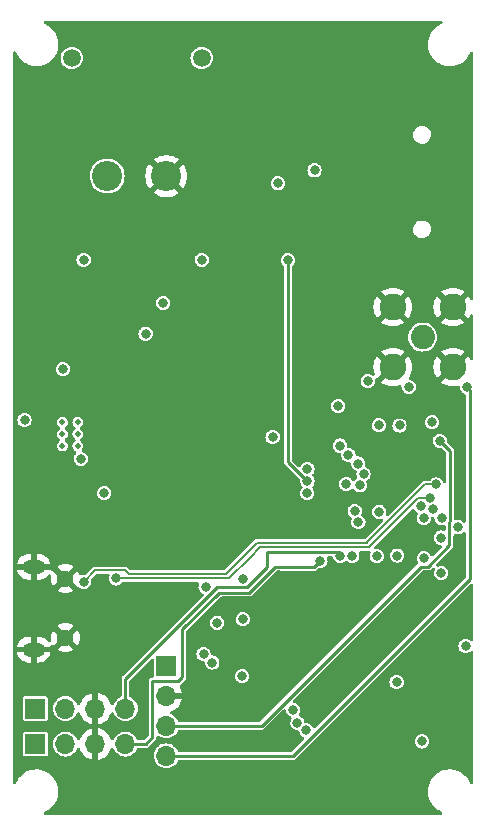
<source format=gbr>
%TF.GenerationSoftware,KiCad,Pcbnew,(7.0.0-0)*%
%TF.CreationDate,2023-04-26T18:05:17+10:00*%
%TF.ProjectId,neptune,6e657074-756e-4652-9e6b-696361645f70,rev?*%
%TF.SameCoordinates,Original*%
%TF.FileFunction,Copper,L2,Inr*%
%TF.FilePolarity,Positive*%
%FSLAX46Y46*%
G04 Gerber Fmt 4.6, Leading zero omitted, Abs format (unit mm)*
G04 Created by KiCad (PCBNEW (7.0.0-0)) date 2023-04-26 18:05:17*
%MOMM*%
%LPD*%
G01*
G04 APERTURE LIST*
%TA.AperFunction,ComponentPad*%
%ADD10R,1.700000X1.700000*%
%TD*%
%TA.AperFunction,ComponentPad*%
%ADD11O,1.700000X1.700000*%
%TD*%
%TA.AperFunction,ComponentPad*%
%ADD12C,2.550000*%
%TD*%
%TA.AperFunction,ComponentPad*%
%ADD13C,1.500000*%
%TD*%
%TA.AperFunction,ComponentPad*%
%ADD14C,0.500000*%
%TD*%
%TA.AperFunction,ComponentPad*%
%ADD15C,2.050000*%
%TD*%
%TA.AperFunction,ComponentPad*%
%ADD16C,2.250000*%
%TD*%
%TA.AperFunction,ComponentPad*%
%ADD17O,1.900000X1.200000*%
%TD*%
%TA.AperFunction,ComponentPad*%
%ADD18C,1.450000*%
%TD*%
%TA.AperFunction,ViaPad*%
%ADD19C,0.800000*%
%TD*%
%TA.AperFunction,Conductor*%
%ADD20C,0.250000*%
%TD*%
%TA.AperFunction,Conductor*%
%ADD21C,0.200000*%
%TD*%
G04 APERTURE END LIST*
D10*
%TO.N,/STM32/S2_control*%
%TO.C,J7*%
X92669999Y-118999999D03*
D11*
%TO.N,+5V*%
X95209999Y-118999999D03*
%TO.N,GND*%
X97749999Y-118999999D03*
%TO.N,/STM32/S2_feedback*%
X100289999Y-118999999D03*
%TD*%
D10*
%TO.N,+3.3V*%
%TO.C,J5*%
X103749999Y-115379999D03*
D11*
%TO.N,GND*%
X103749999Y-117919999D03*
%TO.N,/STM32/SWDIO*%
X103749999Y-120459999D03*
%TO.N,/STM32/SWCLK*%
X103749999Y-122999999D03*
%TD*%
D12*
%TO.N,Net-(J2-Pin_1)*%
%TO.C,J2*%
X98750000Y-73912000D03*
%TO.N,GND*%
X103750000Y-73912000D03*
D13*
%TO.N,N/C*%
X106750000Y-63912000D03*
X95750000Y-63912000D03*
%TD*%
D14*
%TO.N,N/C*%
%TO.C,U3*%
X96250000Y-96750000D03*
X96250000Y-95750000D03*
X96250000Y-94750000D03*
X94950000Y-96750000D03*
X94950000Y-95750000D03*
X94950000Y-94750000D03*
%TD*%
D15*
%TO.N,Net-(J3-In)*%
%TO.C,J3*%
X125460000Y-87540000D03*
D16*
%TO.N,GND*%
X122920000Y-85000000D03*
X122920000Y-90080000D03*
X128000000Y-85000000D03*
X128000000Y-90080000D03*
%TD*%
D17*
%TO.N,GND*%
%TO.C,J4*%
X92512499Y-106999999D03*
D18*
X95212500Y-108000000D03*
X95212500Y-113000000D03*
D17*
X92512499Y-113999999D03*
%TD*%
D10*
%TO.N,/STM32/S1_control*%
%TO.C,J6*%
X92669999Y-121999999D03*
D11*
%TO.N,+5V*%
X95209999Y-121999999D03*
%TO.N,GND*%
X97749999Y-121999999D03*
%TO.N,/STM32/S1_feedback*%
X100289999Y-121999999D03*
%TD*%
D19*
%TO.N,GND*%
X115437451Y-113262049D03*
X112750000Y-75500000D03*
X127650000Y-106250000D03*
X119850000Y-114600000D03*
%TO.N,+3.3V*%
X110250000Y-108000000D03*
%TO.N,GND*%
X113179392Y-94150500D03*
X109100000Y-86150000D03*
X91724500Y-96000000D03*
X105000000Y-100500000D03*
X106000000Y-85000000D03*
X95500000Y-93500000D03*
X126091823Y-95736905D03*
X115666825Y-92891077D03*
%TO.N,/STM32/OSC_OUT*%
X119500000Y-106049500D03*
X119168363Y-97525500D03*
%TO.N,+3.3V*%
X127001000Y-104521728D03*
X113200000Y-74525000D03*
X112750000Y-96000000D03*
X129086655Y-113710128D03*
X127024500Y-107515500D03*
X123250000Y-116750000D03*
%TO.N,VDC*%
X96750000Y-81000000D03*
X106750000Y-81000000D03*
%TO.N,Net-(U3-BOOT)*%
X96500000Y-97849502D03*
X98500000Y-100750000D03*
%TO.N,Net-(U7-VDDA)*%
X115688201Y-100762299D03*
%TO.N,Net-(U3-COMP)*%
X91747919Y-94569500D03*
X95000000Y-90250000D03*
%TO.N,/STM32/NRST*%
X125550500Y-106249098D03*
X120000000Y-98250000D03*
%TO.N,/STM32/OSC_IN*%
X115700500Y-98710494D03*
X118449500Y-96734211D03*
%TO.N,/CS_SD*%
X114050000Y-81025000D03*
X115700500Y-99750000D03*
%TO.N,/MOSI_SD*%
X116300000Y-73425000D03*
X124275500Y-91750500D03*
%TO.N,/STM32/SWDIO*%
X126900000Y-96325000D03*
%TO.N,/STM32/SWCLK*%
X129200000Y-91750500D03*
%TO.N,/STM32/S1_control*%
X123497643Y-95028815D03*
%TO.N,/STM32/S1_feedback*%
X116800000Y-106488426D03*
%TO.N,/STM32/S2_control*%
X121755000Y-95012751D03*
%TO.N,/STM32/S2_feedback*%
X118482443Y-106056542D03*
%TO.N,Net-(Q2-G)*%
X103495050Y-84654952D03*
X102000000Y-87250000D03*
%TO.N,/STM32/BOOT0*%
X120800000Y-91275000D03*
X125400000Y-121775000D03*
%TO.N,/MISO_RF*%
X127050982Y-102850500D03*
X114853497Y-120199166D03*
%TO.N,/MOSI_RF*%
X126345291Y-102119317D03*
X114500000Y-119099502D03*
%TO.N,/SCK_RF*%
X115614298Y-120847384D03*
X128450500Y-103650902D03*
%TO.N,/CS_RF*%
X118979030Y-99974500D03*
%TO.N,/RESET_RF*%
X120138008Y-100094528D03*
%TO.N,/RF_1O0*%
X120446991Y-99143983D03*
%TO.N,/STM32/USB_D-*%
X99500500Y-107975000D03*
X126039075Y-101162861D03*
%TO.N,/STM32/USB_D+*%
X96761076Y-108263924D03*
X126600500Y-100025500D03*
%TO.N,/IMU_SCK*%
X121579482Y-106104482D03*
X107647038Y-115099500D03*
%TO.N,/IMU_MISO*%
X119700000Y-102275000D03*
X107080902Y-108674500D03*
%TO.N,/IMU_MOSI*%
X121775500Y-102325000D03*
X106900000Y-114375000D03*
%TO.N,/CE_ACC*%
X108050500Y-111725000D03*
X125341467Y-101878646D03*
%TO.N,/CE_GYR*%
X125550500Y-102856046D03*
X110166521Y-116261830D03*
%TO.N,/CE_MAG*%
X110227570Y-111435478D03*
X123306032Y-106038926D03*
%TO.N,+3.3V*%
X120011397Y-103224756D03*
X126250000Y-94750000D03*
X118303559Y-93374121D03*
%TD*%
D20*
%TO.N,/CS_SD*%
X115700500Y-99750000D02*
X114050000Y-98099500D01*
X114050000Y-98099500D02*
X114050000Y-81025000D01*
%TO.N,/STM32/SWDIO*%
X127725500Y-105149500D02*
X127725500Y-103201287D01*
X127725500Y-103201287D02*
X127775982Y-103150805D01*
X125300902Y-106974098D02*
X125900902Y-106974098D01*
X125900902Y-106974098D02*
X127725500Y-105149500D01*
X111815000Y-120460000D02*
X125300902Y-106974098D01*
X103750000Y-120460000D02*
X111815000Y-120460000D01*
X127775982Y-97200982D02*
X126900000Y-96325000D01*
X127775982Y-103150805D02*
X127775982Y-97200982D01*
%TO.N,/STM32/SWCLK*%
X129450000Y-93875000D02*
X129450000Y-92000500D01*
X129450000Y-92000500D02*
X129200000Y-91750500D01*
X103750000Y-123000000D02*
X114486987Y-123000000D01*
X114486987Y-123000000D02*
X129450000Y-108036987D01*
X129450000Y-108036987D02*
X129450000Y-93875000D01*
%TO.N,/STM32/S1_feedback*%
X113550000Y-106975000D02*
X113601451Y-107026451D01*
X105120698Y-112295698D02*
X108241396Y-109175000D01*
X110736701Y-109175000D02*
X112936701Y-106975000D01*
X105120698Y-116359302D02*
X105120698Y-112295698D01*
X113601451Y-107026451D02*
X116261975Y-107026451D01*
X108241396Y-109175000D02*
X110736701Y-109175000D01*
X100290000Y-122000000D02*
X102000000Y-122000000D01*
X116261975Y-107026451D02*
X116800000Y-106488426D01*
X102575000Y-121425000D02*
X102575000Y-116700000D01*
X112936701Y-106975000D02*
X113550000Y-106975000D01*
X102000000Y-122000000D02*
X102575000Y-121425000D01*
X102575000Y-116700000D02*
X104780000Y-116700000D01*
X104780000Y-116700000D02*
X105120698Y-116359302D01*
%TO.N,/STM32/S2_feedback*%
X100290000Y-116490000D02*
X108055000Y-108725000D01*
X118189827Y-105763926D02*
X118482443Y-106056542D01*
X108055000Y-108725000D02*
X110550305Y-108725000D01*
X112300000Y-106975305D02*
X112300000Y-105763926D01*
X110550305Y-108725000D02*
X112300000Y-106975305D01*
X100290000Y-119000000D02*
X100290000Y-116490000D01*
X112300000Y-105763926D02*
X118189827Y-105763926D01*
D21*
%TO.N,/STM32/USB_D-*%
X99500500Y-107975000D02*
X109050000Y-107975000D01*
X109050000Y-107975000D02*
X110800000Y-106225000D01*
X120891237Y-105338926D02*
X125067302Y-101162861D01*
X110800000Y-106225000D02*
X111686074Y-105338926D01*
X111686074Y-105338926D02*
X120891237Y-105338926D01*
X125067302Y-101162861D02*
X126039075Y-101162861D01*
%TO.N,/STM32/USB_D+*%
X108800000Y-107575000D02*
X111436074Y-104938926D01*
X96761076Y-108263924D02*
X97750000Y-107275000D01*
X125638977Y-100025500D02*
X126600500Y-100025500D01*
X111436074Y-104938926D02*
X111800000Y-104938926D01*
X97750000Y-107275000D02*
X100250000Y-107275000D01*
X111800000Y-104938926D02*
X120725551Y-104938926D01*
X120725551Y-104938926D02*
X120744739Y-104919738D01*
X100550000Y-107575000D02*
X108800000Y-107575000D01*
X100250000Y-107275000D02*
X100550000Y-107575000D01*
X120744739Y-104919738D02*
X125638977Y-100025500D01*
%TD*%
%TA.AperFunction,Conductor*%
%TO.N,GND*%
G36*
X127057610Y-60766168D02*
G01*
X127110132Y-60809878D01*
X127137620Y-60872436D01*
X127134294Y-60940686D01*
X127100851Y-61000274D01*
X127044326Y-61038668D01*
X126967531Y-61068039D01*
X126967523Y-61068042D01*
X126962442Y-61069986D01*
X126957700Y-61072647D01*
X126957690Y-61072652D01*
X126730984Y-61199886D01*
X126730974Y-61199892D01*
X126726223Y-61202559D01*
X126721903Y-61205894D01*
X126721901Y-61205896D01*
X126516136Y-61364781D01*
X126516130Y-61364785D01*
X126511823Y-61368112D01*
X126508048Y-61372026D01*
X126508044Y-61372031D01*
X126327589Y-61559202D01*
X126327579Y-61559212D01*
X126323814Y-61563119D01*
X126320650Y-61567541D01*
X126320647Y-61567545D01*
X126169371Y-61778989D01*
X126169366Y-61778996D01*
X126166201Y-61783421D01*
X126163715Y-61788255D01*
X126163709Y-61788266D01*
X126044835Y-62019479D01*
X126042344Y-62024325D01*
X126040587Y-62029474D01*
X126040584Y-62029482D01*
X125956642Y-62275534D01*
X125956639Y-62275542D01*
X125954882Y-62280695D01*
X125953894Y-62286041D01*
X125953892Y-62286051D01*
X125916404Y-62489013D01*
X125905681Y-62547067D01*
X125905482Y-62552493D01*
X125905482Y-62552500D01*
X125895986Y-62812332D01*
X125895986Y-62812339D01*
X125895788Y-62817765D01*
X125896381Y-62823159D01*
X125896382Y-62823172D01*
X125924817Y-63081598D01*
X125924818Y-63081606D01*
X125925414Y-63087018D01*
X125926790Y-63092281D01*
X125926792Y-63092292D01*
X125992550Y-63343819D01*
X125992552Y-63343825D01*
X125993928Y-63349088D01*
X125996051Y-63354086D01*
X125996055Y-63354095D01*
X126097741Y-63593381D01*
X126099870Y-63598390D01*
X126102708Y-63603040D01*
X126238143Y-63824959D01*
X126238146Y-63824964D01*
X126240982Y-63829610D01*
X126244464Y-63833794D01*
X126410770Y-64033633D01*
X126410774Y-64033637D01*
X126414255Y-64037820D01*
X126615998Y-64218582D01*
X126841910Y-64368044D01*
X127087176Y-64483020D01*
X127296634Y-64546037D01*
X127341350Y-64559490D01*
X127341352Y-64559490D01*
X127346569Y-64561060D01*
X127614561Y-64600500D01*
X127814908Y-64600500D01*
X127817631Y-64600500D01*
X128020156Y-64585677D01*
X128284553Y-64526780D01*
X128537558Y-64430014D01*
X128773777Y-64297441D01*
X128988177Y-64131888D01*
X129176186Y-63936881D01*
X129333799Y-63716579D01*
X129457656Y-63475675D01*
X129459481Y-63470323D01*
X129459531Y-63470244D01*
X129461543Y-63465511D01*
X129462313Y-63465838D01*
X129496434Y-63411799D01*
X129555842Y-63376286D01*
X129624885Y-63371445D01*
X129688667Y-63398321D01*
X129733425Y-63451116D01*
X129749500Y-63518436D01*
X129749500Y-84228263D01*
X129734134Y-84294164D01*
X129691205Y-84346473D01*
X129629568Y-84374400D01*
X129561935Y-84372186D01*
X129502257Y-84340287D01*
X129462842Y-84285282D01*
X129454606Y-84265400D01*
X129449300Y-84254986D01*
X129321849Y-84047005D01*
X129315312Y-84041956D01*
X129304567Y-84048984D01*
X128367424Y-84986128D01*
X128359415Y-84999999D01*
X128367424Y-85013871D01*
X129304569Y-85951016D01*
X129315312Y-85958043D01*
X129321848Y-85952997D01*
X129449300Y-85745013D01*
X129454606Y-85734599D01*
X129462842Y-85714718D01*
X129502257Y-85659713D01*
X129561935Y-85627814D01*
X129629568Y-85625600D01*
X129691205Y-85653527D01*
X129734134Y-85705836D01*
X129749500Y-85771737D01*
X129749500Y-89308263D01*
X129734134Y-89374164D01*
X129691205Y-89426473D01*
X129629568Y-89454400D01*
X129561935Y-89452186D01*
X129502257Y-89420287D01*
X129462842Y-89365282D01*
X129454606Y-89345400D01*
X129449300Y-89334986D01*
X129321849Y-89127005D01*
X129315312Y-89121956D01*
X129304567Y-89128984D01*
X128000000Y-90433553D01*
X127048984Y-91384567D01*
X127041956Y-91395312D01*
X127047005Y-91401849D01*
X127254986Y-91529300D01*
X127265396Y-91534604D01*
X127490889Y-91628007D01*
X127501983Y-91631611D01*
X127739320Y-91688591D01*
X127750837Y-91690415D01*
X127994168Y-91709566D01*
X128005832Y-91709566D01*
X128249162Y-91690415D01*
X128260678Y-91688591D01*
X128415285Y-91651473D01*
X128477221Y-91649851D01*
X128534463Y-91673561D01*
X128577112Y-91718503D01*
X128597794Y-91776907D01*
X128613681Y-91897579D01*
X128614956Y-91907262D01*
X128618690Y-91916278D01*
X128618692Y-91916283D01*
X128671726Y-92044317D01*
X128675464Y-92053341D01*
X128771718Y-92178782D01*
X128897159Y-92275036D01*
X129032521Y-92331105D01*
X129080859Y-92363403D01*
X129113158Y-92411742D01*
X129124500Y-92468762D01*
X129124500Y-103110423D01*
X129108260Y-103178068D01*
X129063080Y-103230967D01*
X128998809Y-103257589D01*
X128929456Y-103252130D01*
X128879587Y-103221570D01*
X128878782Y-103222620D01*
X128761089Y-103132311D01*
X128761087Y-103132310D01*
X128753341Y-103126366D01*
X128744317Y-103122628D01*
X128616283Y-103069594D01*
X128616278Y-103069592D01*
X128607262Y-103065858D01*
X128597580Y-103064583D01*
X128597579Y-103064583D01*
X128460185Y-103046495D01*
X128450500Y-103045220D01*
X128440815Y-103046495D01*
X128303418Y-103064583D01*
X128303413Y-103064584D01*
X128293738Y-103065858D01*
X128287385Y-103068489D01*
X128221412Y-103070649D01*
X128159776Y-103042721D01*
X128116848Y-102990413D01*
X128101482Y-102924512D01*
X128101482Y-97221702D01*
X128102049Y-97208715D01*
X128102189Y-97207117D01*
X128105246Y-97172175D01*
X128095749Y-97136735D01*
X128092937Y-97124048D01*
X128088834Y-97100776D01*
X128088833Y-97100774D01*
X128086570Y-97087937D01*
X128080256Y-97077002D01*
X128079684Y-97075187D01*
X128078804Y-97073496D01*
X128075536Y-97061298D01*
X128054499Y-97031254D01*
X128047515Y-97020291D01*
X128038176Y-97004115D01*
X128029176Y-96988527D01*
X128005636Y-96968774D01*
X128001076Y-96964948D01*
X127991493Y-96956167D01*
X127540728Y-96505402D01*
X127504994Y-96447936D01*
X127498362Y-96380595D01*
X127505682Y-96325000D01*
X127485044Y-96168238D01*
X127480290Y-96156762D01*
X127428273Y-96031182D01*
X127424536Y-96022159D01*
X127328282Y-95896718D01*
X127320532Y-95890771D01*
X127210589Y-95806409D01*
X127210587Y-95806408D01*
X127202841Y-95800464D01*
X127193817Y-95796726D01*
X127065783Y-95743692D01*
X127065778Y-95743690D01*
X127056762Y-95739956D01*
X127047080Y-95738681D01*
X127047079Y-95738681D01*
X126909685Y-95720593D01*
X126900000Y-95719318D01*
X126890315Y-95720593D01*
X126752920Y-95738681D01*
X126752917Y-95738681D01*
X126743238Y-95739956D01*
X126734223Y-95743690D01*
X126734216Y-95743692D01*
X126606182Y-95796726D01*
X126606178Y-95796727D01*
X126597159Y-95800464D01*
X126589415Y-95806405D01*
X126589410Y-95806409D01*
X126479467Y-95890771D01*
X126479462Y-95890775D01*
X126471718Y-95896718D01*
X126465775Y-95904462D01*
X126465771Y-95904467D01*
X126381409Y-96014410D01*
X126381405Y-96014415D01*
X126375464Y-96022159D01*
X126371727Y-96031178D01*
X126371726Y-96031182D01*
X126318692Y-96159216D01*
X126318690Y-96159223D01*
X126314956Y-96168238D01*
X126313681Y-96177917D01*
X126313681Y-96177920D01*
X126308718Y-96215620D01*
X126294318Y-96325000D01*
X126295593Y-96334681D01*
X126295593Y-96334685D01*
X126307301Y-96423621D01*
X126314956Y-96481762D01*
X126318690Y-96490778D01*
X126318692Y-96490783D01*
X126358601Y-96587131D01*
X126375464Y-96627841D01*
X126381408Y-96635587D01*
X126381409Y-96635589D01*
X126464512Y-96743891D01*
X126471718Y-96753282D01*
X126597159Y-96849536D01*
X126743238Y-96910044D01*
X126900000Y-96930682D01*
X126955595Y-96923362D01*
X127022936Y-96929994D01*
X127080402Y-96965728D01*
X127406841Y-97292167D01*
X127439140Y-97340506D01*
X127450482Y-97397526D01*
X127450482Y-99759281D01*
X127435116Y-99825182D01*
X127392188Y-99877491D01*
X127330551Y-99905418D01*
X127262918Y-99903204D01*
X127203240Y-99871305D01*
X127163824Y-99816301D01*
X127141830Y-99763203D01*
X127125036Y-99722659D01*
X127028782Y-99597218D01*
X127021032Y-99591271D01*
X126911089Y-99506909D01*
X126911087Y-99506908D01*
X126903341Y-99500964D01*
X126894317Y-99497226D01*
X126766283Y-99444192D01*
X126766278Y-99444190D01*
X126757262Y-99440456D01*
X126747580Y-99439181D01*
X126747579Y-99439181D01*
X126610185Y-99421093D01*
X126600500Y-99419818D01*
X126590815Y-99421093D01*
X126453420Y-99439181D01*
X126453417Y-99439181D01*
X126443738Y-99440456D01*
X126434723Y-99444190D01*
X126434716Y-99444192D01*
X126306682Y-99497226D01*
X126306678Y-99497227D01*
X126297659Y-99500964D01*
X126289915Y-99506905D01*
X126289910Y-99506909D01*
X126179967Y-99591271D01*
X126179962Y-99591275D01*
X126172218Y-99597218D01*
X126166275Y-99604962D01*
X126166272Y-99604966D01*
X126118899Y-99666705D01*
X126066590Y-99709634D01*
X126000689Y-99725000D01*
X125689488Y-99725000D01*
X125687604Y-99724869D01*
X125681213Y-99722727D01*
X125667425Y-99723364D01*
X125667423Y-99723364D01*
X125635483Y-99724841D01*
X125628602Y-99725000D01*
X125611133Y-99725000D01*
X125604984Y-99726149D01*
X125600622Y-99726452D01*
X125582779Y-99727277D01*
X125582777Y-99727277D01*
X125568986Y-99727915D01*
X125556357Y-99733490D01*
X125549084Y-99735201D01*
X125542110Y-99737902D01*
X125528544Y-99740439D01*
X125516808Y-99747704D01*
X125516803Y-99747707D01*
X125507307Y-99753587D01*
X125489065Y-99763203D01*
X125478839Y-99767718D01*
X125478837Y-99767719D01*
X125466212Y-99773294D01*
X125456453Y-99783052D01*
X125450284Y-99787278D01*
X125444758Y-99792315D01*
X125433025Y-99799581D01*
X125424705Y-99810597D01*
X125424706Y-99810597D01*
X125417975Y-99819510D01*
X125404433Y-99835071D01*
X122606560Y-102632944D01*
X122552161Y-102667599D01*
X122488213Y-102676018D01*
X122426699Y-102656622D01*
X122379146Y-102613045D01*
X122354464Y-102553455D01*
X122357248Y-102489718D01*
X122360544Y-102481762D01*
X122381182Y-102325000D01*
X122360544Y-102168238D01*
X122300036Y-102022159D01*
X122203782Y-101896718D01*
X122196032Y-101890771D01*
X122086089Y-101806409D01*
X122086087Y-101806408D01*
X122078341Y-101800464D01*
X122069317Y-101796726D01*
X121941283Y-101743692D01*
X121941278Y-101743690D01*
X121932262Y-101739956D01*
X121922580Y-101738681D01*
X121922579Y-101738681D01*
X121785185Y-101720593D01*
X121775500Y-101719318D01*
X121765815Y-101720593D01*
X121628420Y-101738681D01*
X121628417Y-101738681D01*
X121618738Y-101739956D01*
X121609723Y-101743690D01*
X121609716Y-101743692D01*
X121481682Y-101796726D01*
X121481678Y-101796727D01*
X121472659Y-101800464D01*
X121464915Y-101806405D01*
X121464910Y-101806409D01*
X121354967Y-101890771D01*
X121354962Y-101890775D01*
X121347218Y-101896718D01*
X121341275Y-101904462D01*
X121341271Y-101904467D01*
X121256909Y-102014410D01*
X121256905Y-102014415D01*
X121250964Y-102022159D01*
X121247227Y-102031178D01*
X121247226Y-102031182D01*
X121194192Y-102159216D01*
X121194190Y-102159223D01*
X121190456Y-102168238D01*
X121189181Y-102177917D01*
X121189181Y-102177920D01*
X121171093Y-102315315D01*
X121169818Y-102325000D01*
X121171093Y-102334685D01*
X121182598Y-102422079D01*
X121190456Y-102481762D01*
X121194190Y-102490778D01*
X121194192Y-102490783D01*
X121244835Y-102613045D01*
X121250964Y-102627841D01*
X121256908Y-102635587D01*
X121256909Y-102635589D01*
X121325516Y-102724999D01*
X121347218Y-102753282D01*
X121472659Y-102849536D01*
X121618738Y-102910044D01*
X121775500Y-102930682D01*
X121932262Y-102910044D01*
X121940218Y-102906748D01*
X122003955Y-102903964D01*
X122063545Y-102928646D01*
X122107122Y-102976199D01*
X122126518Y-103037713D01*
X122118099Y-103101661D01*
X122083444Y-103156060D01*
X120644721Y-104594785D01*
X120596382Y-104627084D01*
X120539362Y-104638426D01*
X111856173Y-104638426D01*
X111486592Y-104638426D01*
X111484704Y-104638295D01*
X111478310Y-104636152D01*
X111464520Y-104636789D01*
X111464516Y-104636789D01*
X111432567Y-104638267D01*
X111425685Y-104638426D01*
X111408230Y-104638426D01*
X111402083Y-104639574D01*
X111397736Y-104639876D01*
X111379872Y-104640702D01*
X111379866Y-104640703D01*
X111366083Y-104641341D01*
X111353456Y-104646915D01*
X111346185Y-104648626D01*
X111339210Y-104651328D01*
X111325641Y-104653865D01*
X111313905Y-104661130D01*
X111313900Y-104661133D01*
X111304404Y-104667013D01*
X111286162Y-104676629D01*
X111275936Y-104681144D01*
X111275934Y-104681145D01*
X111263309Y-104686720D01*
X111253550Y-104696478D01*
X111247381Y-104700704D01*
X111241855Y-104705741D01*
X111230122Y-104713007D01*
X111221802Y-104724023D01*
X111221803Y-104724023D01*
X111215072Y-104732936D01*
X111201530Y-104748497D01*
X108719170Y-107230859D01*
X108670831Y-107263158D01*
X108613811Y-107274500D01*
X100736189Y-107274500D01*
X100679169Y-107263158D01*
X100630830Y-107230859D01*
X100498200Y-107098229D01*
X100496962Y-107096807D01*
X100493958Y-107090772D01*
X100460123Y-107059927D01*
X100455145Y-107055174D01*
X100447665Y-107047694D01*
X100442797Y-107042826D01*
X100437635Y-107039290D01*
X100434339Y-107036421D01*
X100421137Y-107024386D01*
X100421136Y-107024385D01*
X100410933Y-107015084D01*
X100398055Y-107010094D01*
X100391708Y-107006165D01*
X100384870Y-107003145D01*
X100373481Y-106995344D01*
X100360047Y-106992184D01*
X100360040Y-106992181D01*
X100349166Y-106989624D01*
X100329462Y-106983522D01*
X100319050Y-106979488D01*
X100319047Y-106979487D01*
X100306173Y-106974500D01*
X100292365Y-106974500D01*
X100285020Y-106973127D01*
X100277557Y-106972781D01*
X100264119Y-106969621D01*
X100250447Y-106971528D01*
X100250444Y-106971528D01*
X100239388Y-106973071D01*
X100218802Y-106974500D01*
X97800511Y-106974500D01*
X97798627Y-106974369D01*
X97792236Y-106972227D01*
X97778448Y-106972864D01*
X97778446Y-106972864D01*
X97746506Y-106974341D01*
X97739625Y-106974500D01*
X97722156Y-106974500D01*
X97716007Y-106975649D01*
X97711645Y-106975952D01*
X97693802Y-106976777D01*
X97693800Y-106976777D01*
X97680009Y-106977415D01*
X97667380Y-106982990D01*
X97660107Y-106984701D01*
X97653133Y-106987402D01*
X97639567Y-106989939D01*
X97627831Y-106997204D01*
X97627826Y-106997207D01*
X97618330Y-107003087D01*
X97600088Y-107012703D01*
X97589862Y-107017218D01*
X97589860Y-107017219D01*
X97577235Y-107022794D01*
X97567476Y-107032552D01*
X97561307Y-107036778D01*
X97555781Y-107041815D01*
X97544048Y-107049081D01*
X97535728Y-107060097D01*
X97535729Y-107060097D01*
X97528998Y-107069010D01*
X97515456Y-107084571D01*
X96972719Y-107627308D01*
X96915255Y-107663042D01*
X96847912Y-107669674D01*
X96770761Y-107659517D01*
X96761076Y-107658242D01*
X96751391Y-107659517D01*
X96613996Y-107677605D01*
X96613993Y-107677605D01*
X96604314Y-107678880D01*
X96595299Y-107682613D01*
X96595288Y-107682617D01*
X96572580Y-107692024D01*
X96510683Y-107703286D01*
X96449657Y-107687998D01*
X96400379Y-107648887D01*
X96371636Y-107592924D01*
X96369700Y-107585698D01*
X96365271Y-107573531D01*
X96280184Y-107391061D01*
X96273699Y-107379829D01*
X96247034Y-107341746D01*
X96237285Y-107332814D01*
X96226134Y-107339918D01*
X95576429Y-107989622D01*
X95569496Y-107999998D01*
X95576429Y-108010375D01*
X96226134Y-108660080D01*
X96238912Y-108668220D01*
X96270109Y-108672328D01*
X96270016Y-108673034D01*
X96279337Y-108672421D01*
X96344190Y-108700950D01*
X96458235Y-108788460D01*
X96604314Y-108848968D01*
X96761076Y-108869606D01*
X96917838Y-108848968D01*
X97063917Y-108788460D01*
X97189358Y-108692206D01*
X97285612Y-108566765D01*
X97346120Y-108420686D01*
X97366758Y-108263924D01*
X97355325Y-108177083D01*
X97361957Y-108109743D01*
X97397689Y-108052280D01*
X97830829Y-107619141D01*
X97879169Y-107586842D01*
X97936189Y-107575500D01*
X98793007Y-107575500D01*
X98863245Y-107593094D01*
X98916896Y-107641720D01*
X98941290Y-107709895D01*
X98930665Y-107781520D01*
X98919192Y-107809216D01*
X98919190Y-107809223D01*
X98915456Y-107818238D01*
X98914181Y-107827917D01*
X98914181Y-107827920D01*
X98899948Y-107936032D01*
X98894818Y-107975000D01*
X98896093Y-107984685D01*
X98911097Y-108098656D01*
X98915456Y-108131762D01*
X98919190Y-108140778D01*
X98919192Y-108140783D01*
X98968599Y-108260061D01*
X98975964Y-108277841D01*
X98981908Y-108285587D01*
X98981909Y-108285589D01*
X99042021Y-108363929D01*
X99072218Y-108403282D01*
X99197659Y-108499536D01*
X99343738Y-108560044D01*
X99500500Y-108580682D01*
X99657262Y-108560044D01*
X99803341Y-108499536D01*
X99928782Y-108403282D01*
X99982101Y-108333794D01*
X100034410Y-108290866D01*
X100100311Y-108275500D01*
X106373202Y-108275500D01*
X106443440Y-108293094D01*
X106497091Y-108341720D01*
X106521485Y-108409895D01*
X106510860Y-108481520D01*
X106499594Y-108508716D01*
X106499592Y-108508723D01*
X106495858Y-108517738D01*
X106494583Y-108527417D01*
X106494583Y-108527420D01*
X106480038Y-108637906D01*
X106475220Y-108674500D01*
X106495858Y-108831262D01*
X106499592Y-108840278D01*
X106499594Y-108840283D01*
X106552628Y-108968317D01*
X106556366Y-108977341D01*
X106562310Y-108985087D01*
X106562311Y-108985089D01*
X106620713Y-109061200D01*
X106652620Y-109102782D01*
X106778061Y-109199036D01*
X106814278Y-109214037D01*
X106872436Y-109257169D01*
X106903395Y-109322626D01*
X106899842Y-109394947D01*
X106862617Y-109457054D01*
X100074483Y-116245189D01*
X100064903Y-116253968D01*
X100046789Y-116269167D01*
X100046786Y-116269170D01*
X100036806Y-116277545D01*
X100030290Y-116288831D01*
X100018460Y-116309320D01*
X100011486Y-116320265D01*
X99990446Y-116350316D01*
X99987178Y-116362508D01*
X99986296Y-116364203D01*
X99985722Y-116366024D01*
X99979412Y-116376955D01*
X99977149Y-116389784D01*
X99977148Y-116389789D01*
X99973042Y-116413077D01*
X99970230Y-116425759D01*
X99964109Y-116448601D01*
X99964108Y-116448605D01*
X99960736Y-116461193D01*
X99961872Y-116474178D01*
X99961872Y-116474179D01*
X99963933Y-116497733D01*
X99964500Y-116510720D01*
X99964500Y-117893526D01*
X99954950Y-117946011D01*
X99927524Y-117991768D01*
X99885739Y-118024932D01*
X99710001Y-118118866D01*
X99709994Y-118118870D01*
X99703550Y-118122315D01*
X99697898Y-118126952D01*
X99697894Y-118126956D01*
X99549250Y-118248944D01*
X99549244Y-118248949D01*
X99543590Y-118253590D01*
X99538949Y-118259244D01*
X99538944Y-118259250D01*
X99416956Y-118407894D01*
X99416952Y-118407898D01*
X99412315Y-118413550D01*
X99408870Y-118419994D01*
X99408866Y-118420001D01*
X99318216Y-118589593D01*
X99318211Y-118589603D01*
X99314768Y-118596046D01*
X99314395Y-118597275D01*
X99271942Y-118654125D01*
X99205327Y-118684834D01*
X99132131Y-118680036D01*
X99070094Y-118640894D01*
X99034252Y-118576894D01*
X99025113Y-118542787D01*
X99020683Y-118530615D01*
X98926351Y-118328322D01*
X98919866Y-118317090D01*
X98791839Y-118134247D01*
X98783511Y-118124323D01*
X98625680Y-117966492D01*
X98615743Y-117958154D01*
X98432910Y-117830133D01*
X98421682Y-117823650D01*
X98219384Y-117729317D01*
X98207209Y-117724885D01*
X98016555Y-117673800D01*
X98003065Y-117673358D01*
X98000000Y-117686506D01*
X98000000Y-120313494D01*
X98003065Y-120326641D01*
X98016555Y-120326199D01*
X98207209Y-120275114D01*
X98219384Y-120270682D01*
X98421682Y-120176349D01*
X98432910Y-120169866D01*
X98615743Y-120041845D01*
X98625680Y-120033507D01*
X98783507Y-119875680D01*
X98791845Y-119865743D01*
X98919866Y-119682910D01*
X98926349Y-119671682D01*
X99020682Y-119469384D01*
X99025113Y-119457210D01*
X99034252Y-119423106D01*
X99070094Y-119359105D01*
X99132132Y-119319962D01*
X99205329Y-119315165D01*
X99271945Y-119345876D01*
X99314395Y-119402725D01*
X99314768Y-119403954D01*
X99325005Y-119423106D01*
X99388955Y-119542748D01*
X99412315Y-119586450D01*
X99543590Y-119746410D01*
X99703550Y-119877685D01*
X99886046Y-119975232D01*
X100084066Y-120035300D01*
X100290000Y-120055583D01*
X100495934Y-120035300D01*
X100693954Y-119975232D01*
X100876450Y-119877685D01*
X101036410Y-119746410D01*
X101167685Y-119586450D01*
X101265232Y-119403954D01*
X101325300Y-119205934D01*
X101345583Y-119000000D01*
X101325300Y-118794066D01*
X101265232Y-118596046D01*
X101167685Y-118413550D01*
X101036410Y-118253590D01*
X100876450Y-118122315D01*
X100870000Y-118118867D01*
X100869998Y-118118866D01*
X100694261Y-118024932D01*
X100652476Y-117991768D01*
X100625050Y-117946011D01*
X100615500Y-117893526D01*
X100615500Y-116686544D01*
X100626842Y-116629524D01*
X100659141Y-116581185D01*
X102445141Y-114795185D01*
X102504456Y-114758837D01*
X102573809Y-114753378D01*
X102638080Y-114780000D01*
X102683260Y-114832899D01*
X102699500Y-114900544D01*
X102699500Y-116225500D01*
X102688158Y-116282520D01*
X102655859Y-116330859D01*
X102607520Y-116363158D01*
X102550500Y-116374500D01*
X102517606Y-116374500D01*
X102505357Y-116378957D01*
X102505355Y-116378958D01*
X102502669Y-116379936D01*
X102477602Y-116386652D01*
X102476737Y-116386804D01*
X102474789Y-116387148D01*
X102474786Y-116387149D01*
X102461955Y-116389412D01*
X102450671Y-116395925D01*
X102450666Y-116395928D01*
X102448194Y-116397356D01*
X102424676Y-116408322D01*
X102421989Y-116409299D01*
X102421977Y-116409305D01*
X102409740Y-116413760D01*
X102399761Y-116422132D01*
X102399752Y-116422138D01*
X102397568Y-116423972D01*
X102376311Y-116438857D01*
X102373834Y-116440286D01*
X102373825Y-116440292D01*
X102362545Y-116446806D01*
X102354169Y-116456787D01*
X102354167Y-116456789D01*
X102352332Y-116458977D01*
X102333976Y-116477333D01*
X102331789Y-116479167D01*
X102331786Y-116479169D01*
X102321806Y-116487545D01*
X102315291Y-116498828D01*
X102315285Y-116498836D01*
X102313860Y-116501305D01*
X102298973Y-116522566D01*
X102297140Y-116524750D01*
X102297136Y-116524755D01*
X102288760Y-116534739D01*
X102284302Y-116546984D01*
X102284300Y-116546989D01*
X102283324Y-116549672D01*
X102272357Y-116573190D01*
X102264412Y-116586955D01*
X102262149Y-116599785D01*
X102262148Y-116599790D01*
X102261655Y-116602591D01*
X102254935Y-116627672D01*
X102253958Y-116630354D01*
X102253956Y-116630360D01*
X102249500Y-116642606D01*
X102249500Y-116655643D01*
X102249500Y-121228456D01*
X102238158Y-121285476D01*
X102205859Y-121333815D01*
X101908815Y-121630859D01*
X101860476Y-121663158D01*
X101803456Y-121674500D01*
X101396474Y-121674500D01*
X101343989Y-121664950D01*
X101298232Y-121637524D01*
X101265068Y-121595739D01*
X101199012Y-121472159D01*
X101167685Y-121413550D01*
X101036410Y-121253590D01*
X100876450Y-121122315D01*
X100870000Y-121118867D01*
X100869998Y-121118866D01*
X100700410Y-121028219D01*
X100700411Y-121028219D01*
X100693954Y-121024768D01*
X100686947Y-121022642D01*
X100686946Y-121022642D01*
X100502936Y-120966824D01*
X100502935Y-120966823D01*
X100495934Y-120964700D01*
X100488655Y-120963983D01*
X100297280Y-120945134D01*
X100290000Y-120944417D01*
X100282720Y-120945134D01*
X100091344Y-120963983D01*
X100091342Y-120963983D01*
X100084066Y-120964700D01*
X100077065Y-120966823D01*
X100077063Y-120966824D01*
X99893053Y-121022642D01*
X99893048Y-121022643D01*
X99886046Y-121024768D01*
X99879592Y-121028217D01*
X99879589Y-121028219D01*
X99710001Y-121118866D01*
X99709994Y-121118870D01*
X99703550Y-121122315D01*
X99697898Y-121126952D01*
X99697894Y-121126956D01*
X99549250Y-121248944D01*
X99549244Y-121248949D01*
X99543590Y-121253590D01*
X99538949Y-121259244D01*
X99538944Y-121259250D01*
X99416956Y-121407894D01*
X99416952Y-121407898D01*
X99412315Y-121413550D01*
X99408870Y-121419994D01*
X99408866Y-121420001D01*
X99318216Y-121589593D01*
X99318211Y-121589603D01*
X99314768Y-121596046D01*
X99314395Y-121597275D01*
X99271942Y-121654125D01*
X99205327Y-121684834D01*
X99132131Y-121680036D01*
X99070094Y-121640894D01*
X99034252Y-121576894D01*
X99025113Y-121542787D01*
X99020683Y-121530615D01*
X98926351Y-121328322D01*
X98919866Y-121317090D01*
X98791839Y-121134247D01*
X98783511Y-121124323D01*
X98625680Y-120966492D01*
X98615743Y-120958154D01*
X98432910Y-120830133D01*
X98421682Y-120823650D01*
X98219384Y-120729317D01*
X98207209Y-120724885D01*
X98016555Y-120673800D01*
X98003065Y-120673358D01*
X98000000Y-120686506D01*
X98000000Y-123313494D01*
X98003065Y-123326641D01*
X98016555Y-123326199D01*
X98207209Y-123275114D01*
X98219384Y-123270682D01*
X98421682Y-123176349D01*
X98432910Y-123169866D01*
X98615743Y-123041845D01*
X98625680Y-123033507D01*
X98783507Y-122875680D01*
X98791845Y-122865743D01*
X98919866Y-122682910D01*
X98926349Y-122671682D01*
X99020682Y-122469384D01*
X99025113Y-122457210D01*
X99034252Y-122423106D01*
X99070094Y-122359105D01*
X99132132Y-122319962D01*
X99205329Y-122315165D01*
X99271945Y-122345876D01*
X99314395Y-122402725D01*
X99314768Y-122403954D01*
X99412315Y-122586450D01*
X99543590Y-122746410D01*
X99703550Y-122877685D01*
X99886046Y-122975232D01*
X100084066Y-123035300D01*
X100290000Y-123055583D01*
X100495934Y-123035300D01*
X100693954Y-122975232D01*
X100876450Y-122877685D01*
X101036410Y-122746410D01*
X101167685Y-122586450D01*
X101265067Y-122404261D01*
X101298232Y-122362476D01*
X101343989Y-122335050D01*
X101396474Y-122325500D01*
X101979280Y-122325500D01*
X101992266Y-122326066D01*
X102028807Y-122329264D01*
X102064253Y-122319765D01*
X102076922Y-122316957D01*
X102113045Y-122310588D01*
X102123980Y-122304273D01*
X102125795Y-122303701D01*
X102127483Y-122302822D01*
X102139684Y-122299554D01*
X102169738Y-122278508D01*
X102180680Y-122271538D01*
X102212455Y-122253194D01*
X102236045Y-122225079D01*
X102244805Y-122215519D01*
X102790526Y-121669798D01*
X102800087Y-121661038D01*
X102828194Y-121637455D01*
X102846538Y-121605680D01*
X102853508Y-121594738D01*
X102874554Y-121564684D01*
X102877822Y-121552483D01*
X102878701Y-121550795D01*
X102879273Y-121548980D01*
X102885588Y-121538045D01*
X102891957Y-121501922D01*
X102894765Y-121489253D01*
X102904264Y-121453807D01*
X102903127Y-121440817D01*
X102904264Y-121427833D01*
X102907726Y-121428136D01*
X102914297Y-121383843D01*
X102954326Y-121327334D01*
X103015577Y-121295023D01*
X103084819Y-121293890D01*
X103147094Y-121324180D01*
X103163550Y-121337685D01*
X103346046Y-121435232D01*
X103544066Y-121495300D01*
X103750000Y-121515583D01*
X103955934Y-121495300D01*
X104153954Y-121435232D01*
X104336450Y-121337685D01*
X104496410Y-121206410D01*
X104627685Y-121046450D01*
X104725067Y-120864261D01*
X104758232Y-120822476D01*
X104803989Y-120795050D01*
X104856474Y-120785500D01*
X111794280Y-120785500D01*
X111807266Y-120786066D01*
X111843807Y-120789264D01*
X111879253Y-120779765D01*
X111891922Y-120776957D01*
X111928045Y-120770588D01*
X111938980Y-120764273D01*
X111940795Y-120763701D01*
X111942483Y-120762822D01*
X111954684Y-120759554D01*
X111984738Y-120738508D01*
X111995680Y-120731538D01*
X112027455Y-120713194D01*
X112051045Y-120685079D01*
X112059805Y-120675519D01*
X113650599Y-119084725D01*
X113706221Y-119049631D01*
X113771533Y-119041901D01*
X113833810Y-119063042D01*
X113880920Y-119108934D01*
X113903683Y-119170637D01*
X113908108Y-119204252D01*
X113914956Y-119256264D01*
X113918690Y-119265280D01*
X113918692Y-119265285D01*
X113964274Y-119375329D01*
X113975464Y-119402343D01*
X113981408Y-119410089D01*
X113981409Y-119410091D01*
X114041356Y-119488216D01*
X114071718Y-119527784D01*
X114197159Y-119624038D01*
X114240142Y-119641842D01*
X114276314Y-119656825D01*
X114331316Y-119696237D01*
X114363216Y-119755912D01*
X114365434Y-119823541D01*
X114337513Y-119885177D01*
X114334911Y-119888567D01*
X114334902Y-119888582D01*
X114328961Y-119896325D01*
X114325224Y-119905344D01*
X114325223Y-119905348D01*
X114272189Y-120033382D01*
X114272187Y-120033389D01*
X114268453Y-120042404D01*
X114267178Y-120052083D01*
X114267178Y-120052086D01*
X114256328Y-120134500D01*
X114247815Y-120199166D01*
X114249090Y-120208851D01*
X114264880Y-120328793D01*
X114268453Y-120355928D01*
X114272187Y-120364944D01*
X114272189Y-120364949D01*
X114297830Y-120426851D01*
X114328961Y-120502007D01*
X114334905Y-120509753D01*
X114334906Y-120509755D01*
X114419268Y-120619698D01*
X114425215Y-120627448D01*
X114550656Y-120723702D01*
X114696735Y-120784210D01*
X114853497Y-120804848D01*
X114863182Y-120803573D01*
X114872179Y-120803573D01*
X114940980Y-120820408D01*
X114994233Y-120867110D01*
X115019903Y-120933124D01*
X115029254Y-121004146D01*
X115032988Y-121013162D01*
X115032990Y-121013167D01*
X115081489Y-121130252D01*
X115089762Y-121150225D01*
X115095706Y-121157971D01*
X115095707Y-121157973D01*
X115180069Y-121267916D01*
X115186016Y-121275666D01*
X115311457Y-121371920D01*
X115340242Y-121383843D01*
X115348175Y-121387129D01*
X115406333Y-121430262D01*
X115437292Y-121495718D01*
X115433739Y-121568039D01*
X115396514Y-121630146D01*
X114395802Y-122630859D01*
X114347463Y-122663158D01*
X114290443Y-122674500D01*
X104856474Y-122674500D01*
X104803989Y-122664950D01*
X104758232Y-122637524D01*
X104725068Y-122595739D01*
X104631133Y-122420001D01*
X104627685Y-122413550D01*
X104496410Y-122253590D01*
X104442354Y-122209228D01*
X104342105Y-122126956D01*
X104336450Y-122122315D01*
X104330000Y-122118867D01*
X104329998Y-122118866D01*
X104160410Y-122028219D01*
X104160411Y-122028219D01*
X104153954Y-122024768D01*
X104146947Y-122022642D01*
X104146946Y-122022642D01*
X103962936Y-121966824D01*
X103962935Y-121966823D01*
X103955934Y-121964700D01*
X103948655Y-121963983D01*
X103757280Y-121945134D01*
X103750000Y-121944417D01*
X103742720Y-121945134D01*
X103551344Y-121963983D01*
X103551342Y-121963983D01*
X103544066Y-121964700D01*
X103537065Y-121966823D01*
X103537063Y-121966824D01*
X103353053Y-122022642D01*
X103353048Y-122022643D01*
X103346046Y-122024768D01*
X103339592Y-122028217D01*
X103339589Y-122028219D01*
X103170001Y-122118866D01*
X103169994Y-122118870D01*
X103163550Y-122122315D01*
X103157898Y-122126952D01*
X103157894Y-122126956D01*
X103009250Y-122248944D01*
X103009244Y-122248949D01*
X103003590Y-122253590D01*
X102998949Y-122259244D01*
X102998944Y-122259250D01*
X102876956Y-122407894D01*
X102876952Y-122407898D01*
X102872315Y-122413550D01*
X102868870Y-122419994D01*
X102868866Y-122420001D01*
X102783346Y-122579998D01*
X102774768Y-122596046D01*
X102772643Y-122603048D01*
X102772642Y-122603053D01*
X102748418Y-122682910D01*
X102714700Y-122794066D01*
X102713983Y-122801342D01*
X102713983Y-122801344D01*
X102702904Y-122913834D01*
X102694417Y-123000000D01*
X102695134Y-123007280D01*
X102711147Y-123169866D01*
X102714700Y-123205934D01*
X102716823Y-123212935D01*
X102716824Y-123212936D01*
X102751181Y-123326199D01*
X102774768Y-123403954D01*
X102872315Y-123586450D01*
X103003590Y-123746410D01*
X103163550Y-123877685D01*
X103346046Y-123975232D01*
X103544066Y-124035300D01*
X103750000Y-124055583D01*
X103955934Y-124035300D01*
X104153954Y-123975232D01*
X104336450Y-123877685D01*
X104496410Y-123746410D01*
X104627685Y-123586450D01*
X104725067Y-123404261D01*
X104758232Y-123362476D01*
X104803989Y-123335050D01*
X104856474Y-123325500D01*
X114466267Y-123325500D01*
X114479253Y-123326066D01*
X114515794Y-123329264D01*
X114551240Y-123319765D01*
X114563909Y-123316957D01*
X114600032Y-123310588D01*
X114610967Y-123304273D01*
X114612782Y-123303701D01*
X114614470Y-123302822D01*
X114626671Y-123299554D01*
X114656725Y-123278508D01*
X114667667Y-123271538D01*
X114699442Y-123253194D01*
X114723032Y-123225079D01*
X114731792Y-123215519D01*
X116172311Y-121775000D01*
X124794318Y-121775000D01*
X124814956Y-121931762D01*
X124818690Y-121940778D01*
X124818692Y-121940783D01*
X124853480Y-122024768D01*
X124875464Y-122077841D01*
X124881408Y-122085587D01*
X124881409Y-122085589D01*
X124909590Y-122122315D01*
X124971718Y-122203282D01*
X125097159Y-122299536D01*
X125243238Y-122360044D01*
X125400000Y-122380682D01*
X125556762Y-122360044D01*
X125702841Y-122299536D01*
X125828282Y-122203282D01*
X125924536Y-122077841D01*
X125985044Y-121931762D01*
X126005682Y-121775000D01*
X125985044Y-121618238D01*
X125924536Y-121472159D01*
X125828282Y-121346718D01*
X125816510Y-121337685D01*
X125710589Y-121256409D01*
X125710587Y-121256408D01*
X125702841Y-121250464D01*
X125693817Y-121246726D01*
X125565783Y-121193692D01*
X125565778Y-121193690D01*
X125556762Y-121189956D01*
X125547080Y-121188681D01*
X125547079Y-121188681D01*
X125409685Y-121170593D01*
X125400000Y-121169318D01*
X125390315Y-121170593D01*
X125252920Y-121188681D01*
X125252917Y-121188681D01*
X125243238Y-121189956D01*
X125234223Y-121193690D01*
X125234216Y-121193692D01*
X125106182Y-121246726D01*
X125106178Y-121246727D01*
X125097159Y-121250464D01*
X125089415Y-121256405D01*
X125089410Y-121256409D01*
X124979467Y-121340771D01*
X124979462Y-121340775D01*
X124971718Y-121346718D01*
X124965775Y-121354462D01*
X124965771Y-121354467D01*
X124881409Y-121464410D01*
X124881405Y-121464415D01*
X124875464Y-121472159D01*
X124871727Y-121481178D01*
X124871726Y-121481182D01*
X124818692Y-121609216D01*
X124818690Y-121609223D01*
X124814956Y-121618238D01*
X124813681Y-121627917D01*
X124813681Y-121627920D01*
X124795593Y-121765315D01*
X124794318Y-121775000D01*
X116172311Y-121775000D01*
X121197311Y-116750000D01*
X122644318Y-116750000D01*
X122645593Y-116759685D01*
X122659788Y-116867512D01*
X122664956Y-116906762D01*
X122668690Y-116915778D01*
X122668692Y-116915783D01*
X122714139Y-117025500D01*
X122725464Y-117052841D01*
X122731408Y-117060587D01*
X122731409Y-117060589D01*
X122815771Y-117170532D01*
X122821718Y-117178282D01*
X122947159Y-117274536D01*
X123093238Y-117335044D01*
X123250000Y-117355682D01*
X123406762Y-117335044D01*
X123552841Y-117274536D01*
X123678282Y-117178282D01*
X123774536Y-117052841D01*
X123835044Y-116906762D01*
X123855682Y-116750000D01*
X123835044Y-116593238D01*
X123830051Y-116581185D01*
X123806675Y-116524750D01*
X123774536Y-116447159D01*
X123678282Y-116321718D01*
X123670532Y-116315771D01*
X123560589Y-116231409D01*
X123560587Y-116231408D01*
X123552841Y-116225464D01*
X123543817Y-116221726D01*
X123415783Y-116168692D01*
X123415778Y-116168690D01*
X123406762Y-116164956D01*
X123397080Y-116163681D01*
X123397079Y-116163681D01*
X123259685Y-116145593D01*
X123250000Y-116144318D01*
X123240315Y-116145593D01*
X123102920Y-116163681D01*
X123102917Y-116163681D01*
X123093238Y-116164956D01*
X123084223Y-116168690D01*
X123084216Y-116168692D01*
X122956182Y-116221726D01*
X122956178Y-116221727D01*
X122947159Y-116225464D01*
X122939415Y-116231405D01*
X122939410Y-116231409D01*
X122829467Y-116315771D01*
X122829462Y-116315775D01*
X122821718Y-116321718D01*
X122815775Y-116329462D01*
X122815771Y-116329467D01*
X122731409Y-116439410D01*
X122731405Y-116439415D01*
X122725464Y-116447159D01*
X122721727Y-116456178D01*
X122721726Y-116456182D01*
X122668692Y-116584216D01*
X122668690Y-116584223D01*
X122664956Y-116593238D01*
X122663681Y-116602917D01*
X122663681Y-116602920D01*
X122645593Y-116740315D01*
X122644318Y-116750000D01*
X121197311Y-116750000D01*
X129495140Y-108452171D01*
X129554456Y-108415823D01*
X129623809Y-108410364D01*
X129688080Y-108436986D01*
X129733260Y-108489885D01*
X129749500Y-108557530D01*
X129749500Y-113159690D01*
X129734985Y-113223836D01*
X129694269Y-113275485D01*
X129635284Y-113304573D01*
X129569522Y-113305434D01*
X129509795Y-113277900D01*
X129397244Y-113191537D01*
X129397242Y-113191536D01*
X129389496Y-113185592D01*
X129380472Y-113181854D01*
X129252438Y-113128820D01*
X129252433Y-113128818D01*
X129243417Y-113125084D01*
X129233735Y-113123809D01*
X129233734Y-113123809D01*
X129096340Y-113105721D01*
X129086655Y-113104446D01*
X129076970Y-113105721D01*
X128939575Y-113123809D01*
X128939572Y-113123809D01*
X128929893Y-113125084D01*
X128920878Y-113128818D01*
X128920871Y-113128820D01*
X128792837Y-113181854D01*
X128792833Y-113181855D01*
X128783814Y-113185592D01*
X128776070Y-113191533D01*
X128776065Y-113191537D01*
X128666122Y-113275899D01*
X128666117Y-113275903D01*
X128658373Y-113281846D01*
X128652430Y-113289590D01*
X128652426Y-113289595D01*
X128568064Y-113399538D01*
X128568060Y-113399543D01*
X128562119Y-113407287D01*
X128558382Y-113416306D01*
X128558381Y-113416310D01*
X128505347Y-113544344D01*
X128505345Y-113544351D01*
X128501611Y-113553366D01*
X128500336Y-113563045D01*
X128500336Y-113563048D01*
X128488691Y-113651505D01*
X128480973Y-113710128D01*
X128482248Y-113719813D01*
X128491482Y-113789956D01*
X128501611Y-113866890D01*
X128505345Y-113875906D01*
X128505347Y-113875911D01*
X128558381Y-114003945D01*
X128562119Y-114012969D01*
X128568063Y-114020715D01*
X128568064Y-114020717D01*
X128640273Y-114114822D01*
X128658373Y-114138410D01*
X128783814Y-114234664D01*
X128929893Y-114295172D01*
X129086655Y-114315810D01*
X129243417Y-114295172D01*
X129389496Y-114234664D01*
X129470243Y-114172704D01*
X129509795Y-114142356D01*
X129569522Y-114114822D01*
X129635284Y-114115683D01*
X129694269Y-114144771D01*
X129734985Y-114196420D01*
X129749500Y-114260566D01*
X129749500Y-125242146D01*
X129734234Y-125307844D01*
X129691565Y-125360079D01*
X129630236Y-125388149D01*
X129562813Y-125386301D01*
X129503113Y-125354915D01*
X129463368Y-125300421D01*
X129402258Y-125156618D01*
X129400130Y-125151610D01*
X129259018Y-124920390D01*
X129085745Y-124712180D01*
X129081685Y-124708542D01*
X128888057Y-124535051D01*
X128888054Y-124535049D01*
X128884002Y-124531418D01*
X128879465Y-124528416D01*
X128879462Y-124528414D01*
X128769850Y-124455896D01*
X128658090Y-124381956D01*
X128617163Y-124362770D01*
X128417757Y-124269292D01*
X128417751Y-124269289D01*
X128412824Y-124266980D01*
X128388717Y-124259727D01*
X128158649Y-124190509D01*
X128158637Y-124190506D01*
X128153431Y-124188940D01*
X128148048Y-124188147D01*
X128148040Y-124188146D01*
X127890823Y-124150292D01*
X127890818Y-124150291D01*
X127885439Y-124149500D01*
X127682369Y-124149500D01*
X127679668Y-124149697D01*
X127679659Y-124149698D01*
X127485266Y-124163926D01*
X127485263Y-124163926D01*
X127479844Y-124164323D01*
X127474537Y-124165504D01*
X127474531Y-124165506D01*
X127220765Y-124222035D01*
X127220760Y-124222036D01*
X127215447Y-124223220D01*
X127210369Y-124225161D01*
X127210356Y-124225166D01*
X126967531Y-124318039D01*
X126967523Y-124318042D01*
X126962442Y-124319986D01*
X126957700Y-124322647D01*
X126957690Y-124322652D01*
X126730984Y-124449886D01*
X126730974Y-124449892D01*
X126726223Y-124452559D01*
X126721903Y-124455894D01*
X126721901Y-124455896D01*
X126516136Y-124614781D01*
X126516130Y-124614785D01*
X126511823Y-124618112D01*
X126508048Y-124622026D01*
X126508044Y-124622031D01*
X126327589Y-124809202D01*
X126327579Y-124809212D01*
X126323814Y-124813119D01*
X126320650Y-124817541D01*
X126320647Y-124817545D01*
X126169371Y-125028989D01*
X126169366Y-125028996D01*
X126166201Y-125033421D01*
X126163715Y-125038255D01*
X126163709Y-125038266D01*
X126058888Y-125242146D01*
X126042344Y-125274325D01*
X126040587Y-125279474D01*
X126040584Y-125279482D01*
X125956642Y-125525534D01*
X125956639Y-125525542D01*
X125954882Y-125530695D01*
X125953894Y-125536041D01*
X125953892Y-125536051D01*
X125906668Y-125791721D01*
X125905681Y-125797067D01*
X125905482Y-125802493D01*
X125905482Y-125802500D01*
X125895986Y-126062332D01*
X125895986Y-126062339D01*
X125895788Y-126067765D01*
X125896381Y-126073159D01*
X125896382Y-126073172D01*
X125924817Y-126331598D01*
X125924818Y-126331606D01*
X125925414Y-126337018D01*
X125926790Y-126342281D01*
X125926792Y-126342292D01*
X125992550Y-126593819D01*
X125992552Y-126593825D01*
X125993928Y-126599088D01*
X125996051Y-126604086D01*
X125996055Y-126604095D01*
X126097741Y-126843381D01*
X126099870Y-126848390D01*
X126102708Y-126853040D01*
X126238143Y-127074959D01*
X126238146Y-127074964D01*
X126240982Y-127079610D01*
X126244464Y-127083794D01*
X126410770Y-127283633D01*
X126410774Y-127283637D01*
X126414255Y-127287820D01*
X126615998Y-127468582D01*
X126841910Y-127618044D01*
X127025753Y-127704226D01*
X127049990Y-127715588D01*
X127102427Y-127756590D01*
X127131776Y-127816334D01*
X127132181Y-127882897D01*
X127103561Y-127942994D01*
X127051628Y-127984632D01*
X126986746Y-127999500D01*
X93508901Y-127999500D01*
X93442390Y-127983832D01*
X93389868Y-127940122D01*
X93362380Y-127877564D01*
X93365706Y-127809314D01*
X93399149Y-127749726D01*
X93455674Y-127711332D01*
X93464061Y-127708123D01*
X93537558Y-127680014D01*
X93773777Y-127547441D01*
X93988177Y-127381888D01*
X94176186Y-127186881D01*
X94333799Y-126966579D01*
X94457656Y-126725675D01*
X94545118Y-126469305D01*
X94594319Y-126202933D01*
X94604212Y-125932235D01*
X94574586Y-125662982D01*
X94506072Y-125400912D01*
X94400130Y-125151610D01*
X94259018Y-124920390D01*
X94085745Y-124712180D01*
X94081685Y-124708542D01*
X93888057Y-124535051D01*
X93888054Y-124535049D01*
X93884002Y-124531418D01*
X93879465Y-124528416D01*
X93879462Y-124528414D01*
X93769850Y-124455896D01*
X93658090Y-124381956D01*
X93617163Y-124362770D01*
X93417757Y-124269292D01*
X93417751Y-124269289D01*
X93412824Y-124266980D01*
X93388717Y-124259727D01*
X93158649Y-124190509D01*
X93158637Y-124190506D01*
X93153431Y-124188940D01*
X93148048Y-124188147D01*
X93148040Y-124188146D01*
X92890823Y-124150292D01*
X92890818Y-124150291D01*
X92885439Y-124149500D01*
X92682369Y-124149500D01*
X92679668Y-124149697D01*
X92679659Y-124149698D01*
X92485266Y-124163926D01*
X92485263Y-124163926D01*
X92479844Y-124164323D01*
X92474537Y-124165504D01*
X92474531Y-124165506D01*
X92220765Y-124222035D01*
X92220760Y-124222036D01*
X92215447Y-124223220D01*
X92210369Y-124225161D01*
X92210356Y-124225166D01*
X91967531Y-124318039D01*
X91967523Y-124318042D01*
X91962442Y-124319986D01*
X91957700Y-124322647D01*
X91957690Y-124322652D01*
X91730984Y-124449886D01*
X91730974Y-124449892D01*
X91726223Y-124452559D01*
X91721903Y-124455894D01*
X91721901Y-124455896D01*
X91516136Y-124614781D01*
X91516130Y-124614785D01*
X91511823Y-124618112D01*
X91508048Y-124622026D01*
X91508044Y-124622031D01*
X91327589Y-124809202D01*
X91327579Y-124809212D01*
X91323814Y-124813119D01*
X91320650Y-124817541D01*
X91320647Y-124817545D01*
X91169371Y-125028989D01*
X91169366Y-125028996D01*
X91166201Y-125033421D01*
X91163715Y-125038255D01*
X91163709Y-125038266D01*
X91058888Y-125242146D01*
X91042344Y-125274325D01*
X91040587Y-125279472D01*
X91040583Y-125279484D01*
X91040518Y-125279677D01*
X91040468Y-125279755D01*
X91038457Y-125284489D01*
X91037686Y-125284161D01*
X91003566Y-125338201D01*
X90944158Y-125373714D01*
X90875115Y-125378555D01*
X90811333Y-125351679D01*
X90766575Y-125298884D01*
X90750500Y-125231564D01*
X90750500Y-122869748D01*
X91619500Y-122869748D01*
X91631133Y-122928231D01*
X91675448Y-122994552D01*
X91741769Y-123038867D01*
X91800252Y-123050500D01*
X93532433Y-123050500D01*
X93539748Y-123050500D01*
X93598231Y-123038867D01*
X93664552Y-122994552D01*
X93708867Y-122928231D01*
X93720500Y-122869748D01*
X93720500Y-122000000D01*
X94154417Y-122000000D01*
X94174700Y-122205934D01*
X94176823Y-122212935D01*
X94176824Y-122212936D01*
X94227708Y-122380682D01*
X94234768Y-122403954D01*
X94332315Y-122586450D01*
X94463590Y-122746410D01*
X94623550Y-122877685D01*
X94806046Y-122975232D01*
X95004066Y-123035300D01*
X95210000Y-123055583D01*
X95415934Y-123035300D01*
X95613954Y-122975232D01*
X95796450Y-122877685D01*
X95956410Y-122746410D01*
X96087685Y-122586450D01*
X96185232Y-122403954D01*
X96185603Y-122402728D01*
X96228047Y-122345882D01*
X96294663Y-122315167D01*
X96367861Y-122319961D01*
X96429901Y-122359102D01*
X96465746Y-122423103D01*
X96474884Y-122457206D01*
X96479317Y-122469384D01*
X96573650Y-122671682D01*
X96580133Y-122682910D01*
X96708154Y-122865743D01*
X96716492Y-122875680D01*
X96874319Y-123033507D01*
X96884256Y-123041845D01*
X97067089Y-123169866D01*
X97078317Y-123176349D01*
X97280615Y-123270682D01*
X97292790Y-123275114D01*
X97483444Y-123326199D01*
X97496934Y-123326641D01*
X97500000Y-123313494D01*
X97500000Y-120686506D01*
X97496934Y-120673358D01*
X97483444Y-120673800D01*
X97292790Y-120724885D01*
X97280615Y-120729316D01*
X97078322Y-120823648D01*
X97067090Y-120830133D01*
X96884247Y-120958160D01*
X96874323Y-120966488D01*
X96716488Y-121124323D01*
X96708160Y-121134247D01*
X96580133Y-121317090D01*
X96573648Y-121328322D01*
X96479316Y-121530615D01*
X96474885Y-121542791D01*
X96465746Y-121576897D01*
X96429902Y-121640897D01*
X96367862Y-121680038D01*
X96294665Y-121684833D01*
X96228050Y-121654119D01*
X96185603Y-121597269D01*
X96185232Y-121596046D01*
X96087685Y-121413550D01*
X95956410Y-121253590D01*
X95796450Y-121122315D01*
X95790000Y-121118867D01*
X95789998Y-121118866D01*
X95620410Y-121028219D01*
X95620411Y-121028219D01*
X95613954Y-121024768D01*
X95606947Y-121022642D01*
X95606946Y-121022642D01*
X95422936Y-120966824D01*
X95422935Y-120966823D01*
X95415934Y-120964700D01*
X95408655Y-120963983D01*
X95217280Y-120945134D01*
X95210000Y-120944417D01*
X95202720Y-120945134D01*
X95011344Y-120963983D01*
X95011342Y-120963983D01*
X95004066Y-120964700D01*
X94997065Y-120966823D01*
X94997063Y-120966824D01*
X94813053Y-121022642D01*
X94813048Y-121022643D01*
X94806046Y-121024768D01*
X94799592Y-121028217D01*
X94799589Y-121028219D01*
X94630001Y-121118866D01*
X94629994Y-121118870D01*
X94623550Y-121122315D01*
X94617898Y-121126952D01*
X94617894Y-121126956D01*
X94469250Y-121248944D01*
X94469244Y-121248949D01*
X94463590Y-121253590D01*
X94458949Y-121259244D01*
X94458944Y-121259250D01*
X94336956Y-121407894D01*
X94336952Y-121407898D01*
X94332315Y-121413550D01*
X94328870Y-121419994D01*
X94328866Y-121420001D01*
X94251531Y-121564684D01*
X94234768Y-121596046D01*
X94232643Y-121603048D01*
X94232642Y-121603053D01*
X94176824Y-121787063D01*
X94174700Y-121794066D01*
X94173983Y-121801342D01*
X94173983Y-121801344D01*
X94159821Y-121945134D01*
X94154417Y-122000000D01*
X93720500Y-122000000D01*
X93720500Y-121130252D01*
X93708867Y-121071769D01*
X93664552Y-121005448D01*
X93598231Y-120961133D01*
X93583835Y-120958269D01*
X93583834Y-120958269D01*
X93546922Y-120950927D01*
X93539748Y-120949500D01*
X91800252Y-120949500D01*
X91793078Y-120950926D01*
X91793077Y-120950927D01*
X91756165Y-120958269D01*
X91756162Y-120958269D01*
X91741769Y-120961133D01*
X91729564Y-120969287D01*
X91729564Y-120969288D01*
X91687650Y-120997294D01*
X91687647Y-120997296D01*
X91675448Y-121005448D01*
X91667296Y-121017647D01*
X91667294Y-121017650D01*
X91644272Y-121052105D01*
X91631133Y-121071769D01*
X91619500Y-121130252D01*
X91619500Y-122869748D01*
X90750500Y-122869748D01*
X90750500Y-119869748D01*
X91619500Y-119869748D01*
X91631133Y-119928231D01*
X91675448Y-119994552D01*
X91741769Y-120038867D01*
X91800252Y-120050500D01*
X93532433Y-120050500D01*
X93539748Y-120050500D01*
X93598231Y-120038867D01*
X93664552Y-119994552D01*
X93708867Y-119928231D01*
X93720500Y-119869748D01*
X93720500Y-119000000D01*
X94154417Y-119000000D01*
X94155134Y-119007280D01*
X94171223Y-119170637D01*
X94174700Y-119205934D01*
X94234768Y-119403954D01*
X94245005Y-119423106D01*
X94308955Y-119542748D01*
X94332315Y-119586450D01*
X94463590Y-119746410D01*
X94623550Y-119877685D01*
X94806046Y-119975232D01*
X95004066Y-120035300D01*
X95210000Y-120055583D01*
X95415934Y-120035300D01*
X95613954Y-119975232D01*
X95796450Y-119877685D01*
X95956410Y-119746410D01*
X96087685Y-119586450D01*
X96185232Y-119403954D01*
X96185603Y-119402728D01*
X96228047Y-119345882D01*
X96294663Y-119315167D01*
X96367861Y-119319961D01*
X96429901Y-119359102D01*
X96465746Y-119423103D01*
X96474884Y-119457206D01*
X96479317Y-119469384D01*
X96573650Y-119671682D01*
X96580133Y-119682910D01*
X96708154Y-119865743D01*
X96716492Y-119875680D01*
X96874319Y-120033507D01*
X96884256Y-120041845D01*
X97067089Y-120169866D01*
X97078317Y-120176349D01*
X97280615Y-120270682D01*
X97292790Y-120275114D01*
X97483444Y-120326199D01*
X97496934Y-120326641D01*
X97500000Y-120313494D01*
X97500000Y-117686506D01*
X97496934Y-117673358D01*
X97483444Y-117673800D01*
X97292790Y-117724885D01*
X97280615Y-117729316D01*
X97078322Y-117823648D01*
X97067090Y-117830133D01*
X96884247Y-117958160D01*
X96874323Y-117966488D01*
X96716488Y-118124323D01*
X96708160Y-118134247D01*
X96580133Y-118317090D01*
X96573648Y-118328322D01*
X96479316Y-118530615D01*
X96474885Y-118542791D01*
X96465746Y-118576897D01*
X96429902Y-118640897D01*
X96367862Y-118680038D01*
X96294665Y-118684833D01*
X96228050Y-118654119D01*
X96185603Y-118597269D01*
X96185232Y-118596046D01*
X96087685Y-118413550D01*
X95956410Y-118253590D01*
X95796450Y-118122315D01*
X95790000Y-118118867D01*
X95789998Y-118118866D01*
X95620410Y-118028219D01*
X95620411Y-118028219D01*
X95613954Y-118024768D01*
X95606947Y-118022642D01*
X95606946Y-118022642D01*
X95422936Y-117966824D01*
X95422935Y-117966823D01*
X95415934Y-117964700D01*
X95408655Y-117963983D01*
X95217280Y-117945134D01*
X95210000Y-117944417D01*
X95202720Y-117945134D01*
X95011344Y-117963983D01*
X95011342Y-117963983D01*
X95004066Y-117964700D01*
X94997065Y-117966823D01*
X94997063Y-117966824D01*
X94813053Y-118022642D01*
X94813048Y-118022643D01*
X94806046Y-118024768D01*
X94799592Y-118028217D01*
X94799589Y-118028219D01*
X94630001Y-118118866D01*
X94629994Y-118118870D01*
X94623550Y-118122315D01*
X94617898Y-118126952D01*
X94617894Y-118126956D01*
X94469250Y-118248944D01*
X94469244Y-118248949D01*
X94463590Y-118253590D01*
X94458949Y-118259244D01*
X94458944Y-118259250D01*
X94336956Y-118407894D01*
X94336952Y-118407898D01*
X94332315Y-118413550D01*
X94328870Y-118419994D01*
X94328866Y-118420001D01*
X94245005Y-118576894D01*
X94234768Y-118596046D01*
X94232643Y-118603048D01*
X94232642Y-118603053D01*
X94176824Y-118787063D01*
X94174700Y-118794066D01*
X94154417Y-119000000D01*
X93720500Y-119000000D01*
X93720500Y-118130252D01*
X93708867Y-118071769D01*
X93664552Y-118005448D01*
X93598231Y-117961133D01*
X93583835Y-117958269D01*
X93583834Y-117958269D01*
X93546922Y-117950927D01*
X93539748Y-117949500D01*
X91800252Y-117949500D01*
X91793078Y-117950926D01*
X91793077Y-117950927D01*
X91756165Y-117958269D01*
X91756162Y-117958269D01*
X91741769Y-117961133D01*
X91729564Y-117969287D01*
X91729564Y-117969288D01*
X91687650Y-117997294D01*
X91687647Y-117997296D01*
X91675448Y-118005448D01*
X91667296Y-118017647D01*
X91667294Y-118017650D01*
X91639288Y-118059564D01*
X91631133Y-118071769D01*
X91619500Y-118130252D01*
X91619500Y-119869748D01*
X90750500Y-119869748D01*
X90750500Y-114253010D01*
X91095069Y-114253010D01*
X91095229Y-114266437D01*
X91116596Y-114354511D01*
X91121219Y-114367869D01*
X91202589Y-114546045D01*
X91209653Y-114558281D01*
X91323279Y-114717846D01*
X91332529Y-114728520D01*
X91474295Y-114863694D01*
X91485399Y-114872427D01*
X91650189Y-114978331D01*
X91662745Y-114984804D01*
X91844599Y-115057608D01*
X91858146Y-115061585D01*
X92050493Y-115098656D01*
X92064563Y-115100000D01*
X92247825Y-115100000D01*
X92260065Y-115097565D01*
X92262500Y-115085325D01*
X92762500Y-115085325D01*
X92764934Y-115097565D01*
X92777175Y-115100000D01*
X92911357Y-115100000D01*
X92918438Y-115099662D01*
X93064555Y-115085709D01*
X93078435Y-115083034D01*
X93266373Y-115027851D01*
X93279497Y-115022597D01*
X93453604Y-114932839D01*
X93465487Y-114925202D01*
X93619463Y-114804114D01*
X93629686Y-114794366D01*
X93757959Y-114646331D01*
X93766160Y-114634815D01*
X93864098Y-114465180D01*
X93869968Y-114452326D01*
X93934033Y-114267225D01*
X93935309Y-114261966D01*
X93934652Y-114252785D01*
X93921847Y-114250000D01*
X92777175Y-114250000D01*
X92764934Y-114252434D01*
X92762500Y-114264675D01*
X92762500Y-115085325D01*
X92262500Y-115085325D01*
X92262500Y-114264675D01*
X92260065Y-114252434D01*
X92247825Y-114250000D01*
X91108159Y-114250000D01*
X91095069Y-114253010D01*
X90750500Y-114253010D01*
X90750500Y-114024786D01*
X94545314Y-114024786D01*
X94554245Y-114034533D01*
X94592329Y-114061200D01*
X94603557Y-114067682D01*
X94786031Y-114152771D01*
X94798206Y-114157203D01*
X94992689Y-114209314D01*
X95005443Y-114211563D01*
X95206019Y-114229112D01*
X95218981Y-114229112D01*
X95419556Y-114211563D01*
X95432310Y-114209314D01*
X95626793Y-114157203D01*
X95638968Y-114152771D01*
X95821440Y-114067684D01*
X95832673Y-114061198D01*
X95870751Y-114034534D01*
X95879684Y-114024785D01*
X95872580Y-114013634D01*
X95222876Y-113363929D01*
X95212500Y-113356996D01*
X95202123Y-113363929D01*
X94552418Y-114013634D01*
X94545314Y-114024786D01*
X90750500Y-114024786D01*
X90750500Y-113738033D01*
X91089690Y-113738033D01*
X91090347Y-113747214D01*
X91103153Y-113750000D01*
X92247825Y-113750000D01*
X92260065Y-113747565D01*
X92262500Y-113735325D01*
X92762500Y-113735325D01*
X92764934Y-113747565D01*
X92777175Y-113750000D01*
X93916841Y-113750000D01*
X93931112Y-113746717D01*
X93940069Y-113727706D01*
X93945238Y-113704649D01*
X93988692Y-113651505D01*
X94051360Y-113623483D01*
X94119941Y-113626532D01*
X94179876Y-113660003D01*
X94187713Y-113667184D01*
X94198864Y-113660080D01*
X94848569Y-113010376D01*
X94855502Y-112999999D01*
X95569496Y-112999999D01*
X95576429Y-113010376D01*
X96226134Y-113660080D01*
X96237285Y-113667184D01*
X96247034Y-113658251D01*
X96273698Y-113620173D01*
X96280184Y-113608940D01*
X96365271Y-113426468D01*
X96369703Y-113414293D01*
X96421814Y-113219810D01*
X96424063Y-113207056D01*
X96441612Y-113006481D01*
X96441612Y-112993519D01*
X96424063Y-112792943D01*
X96421814Y-112780189D01*
X96369703Y-112585706D01*
X96365271Y-112573531D01*
X96280184Y-112391061D01*
X96273699Y-112379829D01*
X96247034Y-112341746D01*
X96237285Y-112332814D01*
X96226134Y-112339918D01*
X95576429Y-112989623D01*
X95569496Y-112999999D01*
X94855502Y-112999999D01*
X94848569Y-112989623D01*
X94198864Y-112339918D01*
X94187712Y-112332814D01*
X94177965Y-112341745D01*
X94151295Y-112379835D01*
X94144819Y-112391052D01*
X94059728Y-112573531D01*
X94055296Y-112585706D01*
X94003185Y-112780189D01*
X94000936Y-112792943D01*
X93983388Y-112993519D01*
X93983388Y-113006481D01*
X94000935Y-113207047D01*
X94002456Y-113215670D01*
X93999119Y-113282007D01*
X93967287Y-113340302D01*
X93913284Y-113378973D01*
X93847842Y-113390334D01*
X93783966Y-113372127D01*
X93734348Y-113327971D01*
X93701726Y-113282160D01*
X93692470Y-113271479D01*
X93550704Y-113136305D01*
X93539600Y-113127572D01*
X93374810Y-113021668D01*
X93362254Y-113015195D01*
X93180400Y-112942391D01*
X93166853Y-112938414D01*
X92974506Y-112901343D01*
X92960437Y-112900000D01*
X92777175Y-112900000D01*
X92764934Y-112902434D01*
X92762500Y-112914675D01*
X92762500Y-113735325D01*
X92262500Y-113735325D01*
X92262500Y-112914675D01*
X92260065Y-112902434D01*
X92247825Y-112900000D01*
X92113643Y-112900000D01*
X92106561Y-112900337D01*
X91960444Y-112914290D01*
X91946564Y-112916965D01*
X91758626Y-112972148D01*
X91745502Y-112977402D01*
X91571395Y-113067160D01*
X91559512Y-113074797D01*
X91405536Y-113195885D01*
X91395313Y-113205633D01*
X91267040Y-113353668D01*
X91258839Y-113365184D01*
X91160901Y-113534819D01*
X91155031Y-113547673D01*
X91090966Y-113732774D01*
X91089690Y-113738033D01*
X90750500Y-113738033D01*
X90750500Y-111975213D01*
X94545313Y-111975213D01*
X94552416Y-111986362D01*
X95202122Y-112636069D01*
X95212499Y-112643002D01*
X95222875Y-112636069D01*
X95872580Y-111986364D01*
X95879684Y-111975213D01*
X95870750Y-111965463D01*
X95832671Y-111938800D01*
X95821443Y-111932317D01*
X95638968Y-111847228D01*
X95626793Y-111842796D01*
X95432310Y-111790685D01*
X95419556Y-111788436D01*
X95218981Y-111770888D01*
X95206019Y-111770888D01*
X95005443Y-111788436D01*
X94992689Y-111790685D01*
X94798206Y-111842796D01*
X94786031Y-111847228D01*
X94603552Y-111932319D01*
X94592335Y-111938795D01*
X94554245Y-111965465D01*
X94545313Y-111975213D01*
X90750500Y-111975213D01*
X90750500Y-109024786D01*
X94545314Y-109024786D01*
X94554245Y-109034533D01*
X94592329Y-109061200D01*
X94603557Y-109067682D01*
X94786031Y-109152771D01*
X94798206Y-109157203D01*
X94992689Y-109209314D01*
X95005443Y-109211563D01*
X95206019Y-109229112D01*
X95218981Y-109229112D01*
X95419556Y-109211563D01*
X95432310Y-109209314D01*
X95626793Y-109157203D01*
X95638968Y-109152771D01*
X95821440Y-109067684D01*
X95832673Y-109061198D01*
X95870751Y-109034534D01*
X95879684Y-109024785D01*
X95872580Y-109013634D01*
X95222876Y-108363929D01*
X95212500Y-108356996D01*
X95202123Y-108363929D01*
X94552418Y-109013634D01*
X94545314Y-109024786D01*
X90750500Y-109024786D01*
X90750500Y-107253010D01*
X91095069Y-107253010D01*
X91095229Y-107266437D01*
X91116596Y-107354511D01*
X91121219Y-107367869D01*
X91202589Y-107546045D01*
X91209653Y-107558281D01*
X91323279Y-107717846D01*
X91332529Y-107728520D01*
X91474295Y-107863694D01*
X91485399Y-107872427D01*
X91650189Y-107978331D01*
X91662745Y-107984804D01*
X91844599Y-108057608D01*
X91858146Y-108061585D01*
X92050493Y-108098656D01*
X92064563Y-108100000D01*
X92247825Y-108100000D01*
X92260065Y-108097565D01*
X92262500Y-108085325D01*
X92762500Y-108085325D01*
X92764934Y-108097565D01*
X92777175Y-108100000D01*
X92911357Y-108100000D01*
X92918438Y-108099662D01*
X93064555Y-108085709D01*
X93078435Y-108083034D01*
X93266373Y-108027851D01*
X93279497Y-108022597D01*
X93453604Y-107932839D01*
X93465487Y-107925202D01*
X93619463Y-107804114D01*
X93629686Y-107794366D01*
X93742540Y-107664126D01*
X93805966Y-107621051D01*
X93882414Y-107615216D01*
X93951642Y-107648167D01*
X93995321Y-107711179D01*
X94001884Y-107787568D01*
X94000936Y-107792942D01*
X93983388Y-107993519D01*
X93983388Y-108006481D01*
X94000936Y-108207056D01*
X94003185Y-108219810D01*
X94055296Y-108414293D01*
X94059728Y-108426468D01*
X94144817Y-108608943D01*
X94151300Y-108620171D01*
X94177963Y-108658250D01*
X94187713Y-108667184D01*
X94198864Y-108660080D01*
X94848569Y-108010376D01*
X94855502Y-107999999D01*
X94848569Y-107989623D01*
X94198864Y-107339918D01*
X94187713Y-107332814D01*
X94182880Y-107337243D01*
X94125326Y-107370015D01*
X94059256Y-107374608D01*
X93997721Y-107350113D01*
X93952882Y-107301370D01*
X93941348Y-107263480D01*
X93935624Y-107252997D01*
X93921847Y-107250000D01*
X92777175Y-107250000D01*
X92764934Y-107252434D01*
X92762500Y-107264675D01*
X92762500Y-108085325D01*
X92262500Y-108085325D01*
X92262500Y-107264675D01*
X92260065Y-107252434D01*
X92247825Y-107250000D01*
X91108159Y-107250000D01*
X91095069Y-107253010D01*
X90750500Y-107253010D01*
X90750500Y-106975213D01*
X94545313Y-106975213D01*
X94552416Y-106986362D01*
X95202122Y-107636069D01*
X95212499Y-107643002D01*
X95222875Y-107636069D01*
X95872580Y-106986364D01*
X95879684Y-106975213D01*
X95870750Y-106965463D01*
X95832671Y-106938800D01*
X95821443Y-106932317D01*
X95638968Y-106847228D01*
X95626793Y-106842796D01*
X95432310Y-106790685D01*
X95419556Y-106788436D01*
X95218981Y-106770888D01*
X95206019Y-106770888D01*
X95005443Y-106788436D01*
X94992689Y-106790685D01*
X94798206Y-106842796D01*
X94786031Y-106847228D01*
X94603552Y-106932319D01*
X94592335Y-106938795D01*
X94554245Y-106965465D01*
X94545313Y-106975213D01*
X90750500Y-106975213D01*
X90750500Y-106738033D01*
X91089690Y-106738033D01*
X91090347Y-106747214D01*
X91103153Y-106750000D01*
X92247825Y-106750000D01*
X92260065Y-106747565D01*
X92262500Y-106735325D01*
X92762500Y-106735325D01*
X92764934Y-106747565D01*
X92777175Y-106750000D01*
X93916841Y-106750000D01*
X93929930Y-106746989D01*
X93929770Y-106733562D01*
X93908403Y-106645488D01*
X93903780Y-106632130D01*
X93822410Y-106453954D01*
X93815346Y-106441718D01*
X93701720Y-106282153D01*
X93692470Y-106271479D01*
X93550704Y-106136305D01*
X93539600Y-106127572D01*
X93374810Y-106021668D01*
X93362254Y-106015195D01*
X93180400Y-105942391D01*
X93166853Y-105938414D01*
X92974506Y-105901343D01*
X92960437Y-105900000D01*
X92777175Y-105900000D01*
X92764934Y-105902434D01*
X92762500Y-105914675D01*
X92762500Y-106735325D01*
X92262500Y-106735325D01*
X92262500Y-105914675D01*
X92260065Y-105902434D01*
X92247825Y-105900000D01*
X92113643Y-105900000D01*
X92106561Y-105900337D01*
X91960444Y-105914290D01*
X91946564Y-105916965D01*
X91758626Y-105972148D01*
X91745502Y-105977402D01*
X91571395Y-106067160D01*
X91559512Y-106074797D01*
X91405536Y-106195885D01*
X91395313Y-106205633D01*
X91267040Y-106353668D01*
X91258839Y-106365184D01*
X91160901Y-106534819D01*
X91155031Y-106547673D01*
X91090966Y-106732774D01*
X91089690Y-106738033D01*
X90750500Y-106738033D01*
X90750500Y-102275000D01*
X119094318Y-102275000D01*
X119095593Y-102284685D01*
X119101027Y-102325964D01*
X119114956Y-102431762D01*
X119118690Y-102440778D01*
X119118692Y-102440783D01*
X119165259Y-102553205D01*
X119175464Y-102577841D01*
X119181408Y-102585587D01*
X119181409Y-102585589D01*
X119261727Y-102690262D01*
X119271718Y-102703282D01*
X119397159Y-102799536D01*
X119400305Y-102800839D01*
X119448949Y-102847402D01*
X119471719Y-102914474D01*
X119460944Y-102984482D01*
X119430090Y-103058969D01*
X119430087Y-103058977D01*
X119426353Y-103067994D01*
X119425078Y-103077673D01*
X119425078Y-103077676D01*
X119406990Y-103215071D01*
X119405715Y-103224756D01*
X119406990Y-103234441D01*
X119414340Y-103290274D01*
X119426353Y-103381518D01*
X119430087Y-103390534D01*
X119430089Y-103390539D01*
X119479982Y-103510989D01*
X119486861Y-103527597D01*
X119583115Y-103653038D01*
X119708556Y-103749292D01*
X119854635Y-103809800D01*
X120011397Y-103830438D01*
X120168159Y-103809800D01*
X120314238Y-103749292D01*
X120439679Y-103653038D01*
X120535933Y-103527597D01*
X120596441Y-103381518D01*
X120617079Y-103224756D01*
X120596441Y-103067994D01*
X120535933Y-102921915D01*
X120439679Y-102796474D01*
X120431929Y-102790527D01*
X120321989Y-102706167D01*
X120321986Y-102706165D01*
X120314238Y-102700220D01*
X120311088Y-102698915D01*
X120262446Y-102652351D01*
X120239677Y-102585278D01*
X120250453Y-102515271D01*
X120260597Y-102490783D01*
X120285044Y-102431762D01*
X120305682Y-102275000D01*
X120285044Y-102118238D01*
X120224536Y-101972159D01*
X120128282Y-101846718D01*
X120075750Y-101806409D01*
X120010589Y-101756409D01*
X120010587Y-101756408D01*
X120002841Y-101750464D01*
X119986492Y-101743692D01*
X119865783Y-101693692D01*
X119865778Y-101693690D01*
X119856762Y-101689956D01*
X119847080Y-101688681D01*
X119847079Y-101688681D01*
X119709685Y-101670593D01*
X119700000Y-101669318D01*
X119690315Y-101670593D01*
X119552920Y-101688681D01*
X119552917Y-101688681D01*
X119543238Y-101689956D01*
X119534223Y-101693690D01*
X119534216Y-101693692D01*
X119406182Y-101746726D01*
X119406178Y-101746727D01*
X119397159Y-101750464D01*
X119389415Y-101756405D01*
X119389410Y-101756409D01*
X119279467Y-101840771D01*
X119279462Y-101840775D01*
X119271718Y-101846718D01*
X119265775Y-101854462D01*
X119265771Y-101854467D01*
X119181409Y-101964410D01*
X119181405Y-101964415D01*
X119175464Y-101972159D01*
X119171727Y-101981178D01*
X119171726Y-101981182D01*
X119118692Y-102109216D01*
X119118690Y-102109223D01*
X119114956Y-102118238D01*
X119113681Y-102127917D01*
X119113681Y-102127920D01*
X119096236Y-102260430D01*
X119094318Y-102275000D01*
X90750500Y-102275000D01*
X90750500Y-100750000D01*
X97894318Y-100750000D01*
X97895593Y-100759685D01*
X97909110Y-100862361D01*
X97914956Y-100906762D01*
X97918690Y-100915778D01*
X97918692Y-100915783D01*
X97956103Y-101006099D01*
X97975464Y-101052841D01*
X97981408Y-101060587D01*
X97981409Y-101060589D01*
X98059885Y-101162861D01*
X98071718Y-101178282D01*
X98197159Y-101274536D01*
X98343238Y-101335044D01*
X98500000Y-101355682D01*
X98656762Y-101335044D01*
X98802841Y-101274536D01*
X98928282Y-101178282D01*
X99024536Y-101052841D01*
X99085044Y-100906762D01*
X99105682Y-100750000D01*
X99085044Y-100593238D01*
X99024536Y-100447159D01*
X98928282Y-100321718D01*
X98920532Y-100315771D01*
X98810589Y-100231409D01*
X98810587Y-100231408D01*
X98802841Y-100225464D01*
X98779718Y-100215886D01*
X98665783Y-100168692D01*
X98665778Y-100168690D01*
X98656762Y-100164956D01*
X98647080Y-100163681D01*
X98647079Y-100163681D01*
X98509685Y-100145593D01*
X98500000Y-100144318D01*
X98490315Y-100145593D01*
X98352920Y-100163681D01*
X98352917Y-100163681D01*
X98343238Y-100164956D01*
X98334223Y-100168690D01*
X98334216Y-100168692D01*
X98206182Y-100221726D01*
X98206178Y-100221727D01*
X98197159Y-100225464D01*
X98189415Y-100231405D01*
X98189410Y-100231409D01*
X98079467Y-100315771D01*
X98079462Y-100315775D01*
X98071718Y-100321718D01*
X98065775Y-100329462D01*
X98065771Y-100329467D01*
X97981409Y-100439410D01*
X97981405Y-100439415D01*
X97975464Y-100447159D01*
X97971727Y-100456178D01*
X97971726Y-100456182D01*
X97918692Y-100584216D01*
X97918690Y-100584223D01*
X97914956Y-100593238D01*
X97913681Y-100602917D01*
X97913681Y-100602920D01*
X97909020Y-100638325D01*
X97894318Y-100750000D01*
X90750500Y-100750000D01*
X90750500Y-96750000D01*
X94494867Y-96750000D01*
X94496384Y-96760551D01*
X94511785Y-96867674D01*
X94511786Y-96867679D01*
X94513303Y-96878226D01*
X94517728Y-96887917D01*
X94517730Y-96887921D01*
X94562689Y-96986367D01*
X94562692Y-96986372D01*
X94567118Y-96996063D01*
X94596638Y-97030131D01*
X94644970Y-97085911D01*
X94644972Y-97085912D01*
X94651951Y-97093967D01*
X94660913Y-97099726D01*
X94660916Y-97099729D01*
X94669067Y-97104967D01*
X94760931Y-97164004D01*
X94885228Y-97200500D01*
X95004113Y-97200500D01*
X95014772Y-97200500D01*
X95139069Y-97164004D01*
X95248049Y-97093967D01*
X95332882Y-96996063D01*
X95386697Y-96878226D01*
X95405133Y-96750000D01*
X95794867Y-96750000D01*
X95796384Y-96760551D01*
X95811785Y-96867674D01*
X95811786Y-96867679D01*
X95813303Y-96878226D01*
X95817728Y-96887917D01*
X95817730Y-96887921D01*
X95862689Y-96986367D01*
X95862692Y-96986372D01*
X95867118Y-96996063D01*
X95896638Y-97030131D01*
X95944970Y-97085911D01*
X95944972Y-97085912D01*
X95951951Y-97093967D01*
X95960913Y-97099726D01*
X95960916Y-97099729D01*
X96051963Y-97158241D01*
X96051964Y-97158241D01*
X96055801Y-97160707D01*
X96060931Y-97164004D01*
X96060551Y-97164593D01*
X96112527Y-97207117D01*
X96139982Y-97277814D01*
X96129081Y-97352868D01*
X96086220Y-97408217D01*
X96086372Y-97408369D01*
X96085178Y-97409562D01*
X96082646Y-97412833D01*
X96079472Y-97415268D01*
X96079462Y-97415277D01*
X96071718Y-97421220D01*
X96065775Y-97428964D01*
X96065771Y-97428969D01*
X95981409Y-97538912D01*
X95981405Y-97538917D01*
X95975464Y-97546661D01*
X95971727Y-97555680D01*
X95971726Y-97555684D01*
X95918692Y-97683718D01*
X95918690Y-97683725D01*
X95914956Y-97692740D01*
X95913681Y-97702419D01*
X95913681Y-97702422D01*
X95911140Y-97721726D01*
X95894318Y-97849502D01*
X95895593Y-97859187D01*
X95909480Y-97964674D01*
X95914956Y-98006264D01*
X95918690Y-98015280D01*
X95918692Y-98015285D01*
X95965508Y-98128307D01*
X95975464Y-98152343D01*
X95981408Y-98160089D01*
X95981409Y-98160091D01*
X96065771Y-98270034D01*
X96071718Y-98277784D01*
X96197159Y-98374038D01*
X96343238Y-98434546D01*
X96500000Y-98455184D01*
X96656762Y-98434546D01*
X96802841Y-98374038D01*
X96928282Y-98277784D01*
X97024536Y-98152343D01*
X97085044Y-98006264D01*
X97105682Y-97849502D01*
X97085044Y-97692740D01*
X97024536Y-97546661D01*
X96928282Y-97421220D01*
X96913089Y-97409562D01*
X96810589Y-97330911D01*
X96810587Y-97330910D01*
X96802841Y-97324966D01*
X96792129Y-97320529D01*
X96658948Y-97265363D01*
X96602495Y-97224270D01*
X96570962Y-97161971D01*
X96571273Y-97092146D01*
X96603358Y-97030134D01*
X96632882Y-96996063D01*
X96686697Y-96878226D01*
X96705133Y-96750000D01*
X96686697Y-96621774D01*
X96643996Y-96528273D01*
X96637310Y-96513632D01*
X96637308Y-96513629D01*
X96632882Y-96503937D01*
X96563289Y-96423621D01*
X96555029Y-96414088D01*
X96555027Y-96414086D01*
X96548049Y-96406033D01*
X96500299Y-96375346D01*
X96450081Y-96321409D01*
X96431855Y-96250000D01*
X96450081Y-96178591D01*
X96500299Y-96124653D01*
X96548049Y-96093967D01*
X96629471Y-96000000D01*
X112144318Y-96000000D01*
X112164956Y-96156762D01*
X112168690Y-96165778D01*
X112168692Y-96165783D01*
X112221726Y-96293817D01*
X112225464Y-96302841D01*
X112231408Y-96310587D01*
X112231409Y-96310589D01*
X112315771Y-96420532D01*
X112321718Y-96428282D01*
X112447159Y-96524536D01*
X112593238Y-96585044D01*
X112750000Y-96605682D01*
X112906762Y-96585044D01*
X113052841Y-96524536D01*
X113178282Y-96428282D01*
X113274536Y-96302841D01*
X113335044Y-96156762D01*
X113355682Y-96000000D01*
X113335044Y-95843238D01*
X113274536Y-95697159D01*
X113178282Y-95571718D01*
X113052841Y-95475464D01*
X113043817Y-95471726D01*
X112915783Y-95418692D01*
X112915778Y-95418690D01*
X112906762Y-95414956D01*
X112897080Y-95413681D01*
X112897079Y-95413681D01*
X112759685Y-95395593D01*
X112750000Y-95394318D01*
X112740315Y-95395593D01*
X112602920Y-95413681D01*
X112602917Y-95413681D01*
X112593238Y-95414956D01*
X112584223Y-95418690D01*
X112584216Y-95418692D01*
X112456182Y-95471726D01*
X112456178Y-95471727D01*
X112447159Y-95475464D01*
X112439415Y-95481405D01*
X112439410Y-95481409D01*
X112329467Y-95565771D01*
X112329462Y-95565775D01*
X112321718Y-95571718D01*
X112315775Y-95579462D01*
X112315771Y-95579467D01*
X112231409Y-95689410D01*
X112231405Y-95689415D01*
X112225464Y-95697159D01*
X112221727Y-95706178D01*
X112221726Y-95706182D01*
X112168692Y-95834216D01*
X112168690Y-95834223D01*
X112164956Y-95843238D01*
X112163681Y-95852917D01*
X112163681Y-95852920D01*
X112159073Y-95887921D01*
X112144318Y-96000000D01*
X96629471Y-96000000D01*
X96632882Y-95996063D01*
X96686697Y-95878226D01*
X96705133Y-95750000D01*
X96686697Y-95621774D01*
X96675746Y-95597795D01*
X96637310Y-95513632D01*
X96637308Y-95513629D01*
X96632882Y-95503937D01*
X96548049Y-95406033D01*
X96500299Y-95375346D01*
X96450081Y-95321409D01*
X96431855Y-95250000D01*
X96450081Y-95178591D01*
X96500299Y-95124653D01*
X96548049Y-95093967D01*
X96632882Y-94996063D01*
X96686697Y-94878226D01*
X96705133Y-94750000D01*
X96686697Y-94621774D01*
X96678087Y-94602920D01*
X96637310Y-94513632D01*
X96637308Y-94513629D01*
X96632882Y-94503937D01*
X96570067Y-94431443D01*
X96555029Y-94414088D01*
X96555027Y-94414086D01*
X96548049Y-94406033D01*
X96539087Y-94400273D01*
X96539083Y-94400270D01*
X96448033Y-94341757D01*
X96448034Y-94341757D01*
X96439069Y-94335996D01*
X96416833Y-94329467D01*
X96324998Y-94302502D01*
X96324994Y-94302501D01*
X96314772Y-94299500D01*
X96185228Y-94299500D01*
X96175006Y-94302501D01*
X96175001Y-94302502D01*
X96071154Y-94332994D01*
X96071151Y-94332994D01*
X96060931Y-94335996D01*
X96051968Y-94341755D01*
X96051966Y-94341757D01*
X95960916Y-94400270D01*
X95960909Y-94400276D01*
X95951951Y-94406033D01*
X95944975Y-94414083D01*
X95944970Y-94414088D01*
X95874099Y-94495880D01*
X95867118Y-94503937D01*
X95862693Y-94513624D01*
X95862689Y-94513632D01*
X95817730Y-94612078D01*
X95817728Y-94612084D01*
X95813303Y-94621774D01*
X95811786Y-94632318D01*
X95811785Y-94632325D01*
X95799334Y-94718933D01*
X95794867Y-94750000D01*
X95796384Y-94760551D01*
X95811785Y-94867674D01*
X95811786Y-94867679D01*
X95813303Y-94878226D01*
X95817728Y-94887917D01*
X95817730Y-94887921D01*
X95862689Y-94986367D01*
X95862692Y-94986372D01*
X95867118Y-94996063D01*
X95903889Y-95038500D01*
X95944970Y-95085911D01*
X95944972Y-95085912D01*
X95951951Y-95093967D01*
X95999700Y-95124653D01*
X96049918Y-95178592D01*
X96068144Y-95250000D01*
X96049918Y-95321408D01*
X95999700Y-95375346D01*
X95951951Y-95406033D01*
X95944975Y-95414083D01*
X95944970Y-95414088D01*
X95886638Y-95481409D01*
X95867118Y-95503937D01*
X95862693Y-95513624D01*
X95862689Y-95513632D01*
X95817730Y-95612078D01*
X95817728Y-95612084D01*
X95813303Y-95621774D01*
X95811786Y-95632318D01*
X95811785Y-95632325D01*
X95803578Y-95689410D01*
X95794867Y-95750000D01*
X95796384Y-95760551D01*
X95811785Y-95867674D01*
X95811786Y-95867679D01*
X95813303Y-95878226D01*
X95817728Y-95887917D01*
X95817730Y-95887921D01*
X95862689Y-95986367D01*
X95862692Y-95986372D01*
X95867118Y-95996063D01*
X95909534Y-96045015D01*
X95944970Y-96085911D01*
X95944972Y-96085912D01*
X95951951Y-96093967D01*
X95999700Y-96124653D01*
X96049918Y-96178592D01*
X96068144Y-96250000D01*
X96049918Y-96321408D01*
X95999700Y-96375346D01*
X95951951Y-96406033D01*
X95944975Y-96414083D01*
X95944970Y-96414088D01*
X95874099Y-96495880D01*
X95867118Y-96503937D01*
X95862693Y-96513624D01*
X95862689Y-96513632D01*
X95817730Y-96612078D01*
X95817728Y-96612084D01*
X95813303Y-96621774D01*
X95811786Y-96632318D01*
X95811785Y-96632325D01*
X95797137Y-96734211D01*
X95794867Y-96750000D01*
X95405133Y-96750000D01*
X95386697Y-96621774D01*
X95343996Y-96528273D01*
X95337310Y-96513632D01*
X95337308Y-96513629D01*
X95332882Y-96503937D01*
X95263289Y-96423621D01*
X95255029Y-96414088D01*
X95255027Y-96414086D01*
X95248049Y-96406033D01*
X95200299Y-96375346D01*
X95150081Y-96321409D01*
X95131855Y-96250000D01*
X95150081Y-96178591D01*
X95200299Y-96124653D01*
X95248049Y-96093967D01*
X95332882Y-95996063D01*
X95386697Y-95878226D01*
X95405133Y-95750000D01*
X95386697Y-95621774D01*
X95375746Y-95597795D01*
X95337310Y-95513632D01*
X95337308Y-95513629D01*
X95332882Y-95503937D01*
X95248049Y-95406033D01*
X95200299Y-95375346D01*
X95150081Y-95321409D01*
X95131855Y-95250000D01*
X95150081Y-95178591D01*
X95200299Y-95124653D01*
X95248049Y-95093967D01*
X95332882Y-94996063D01*
X95386697Y-94878226D01*
X95405133Y-94750000D01*
X95386697Y-94621774D01*
X95378087Y-94602920D01*
X95337310Y-94513632D01*
X95337308Y-94513629D01*
X95332882Y-94503937D01*
X95270067Y-94431443D01*
X95255029Y-94414088D01*
X95255027Y-94414086D01*
X95248049Y-94406033D01*
X95239087Y-94400273D01*
X95239083Y-94400270D01*
X95148033Y-94341757D01*
X95148034Y-94341757D01*
X95139069Y-94335996D01*
X95116833Y-94329467D01*
X95024998Y-94302502D01*
X95024994Y-94302501D01*
X95014772Y-94299500D01*
X94885228Y-94299500D01*
X94875006Y-94302501D01*
X94875001Y-94302502D01*
X94771154Y-94332994D01*
X94771151Y-94332994D01*
X94760931Y-94335996D01*
X94751968Y-94341755D01*
X94751966Y-94341757D01*
X94660916Y-94400270D01*
X94660909Y-94400276D01*
X94651951Y-94406033D01*
X94644975Y-94414083D01*
X94644970Y-94414088D01*
X94574099Y-94495880D01*
X94567118Y-94503937D01*
X94562693Y-94513624D01*
X94562689Y-94513632D01*
X94517730Y-94612078D01*
X94517728Y-94612084D01*
X94513303Y-94621774D01*
X94511786Y-94632318D01*
X94511785Y-94632325D01*
X94499334Y-94718933D01*
X94494867Y-94750000D01*
X94496384Y-94760551D01*
X94511785Y-94867674D01*
X94511786Y-94867679D01*
X94513303Y-94878226D01*
X94517728Y-94887917D01*
X94517730Y-94887921D01*
X94562689Y-94986367D01*
X94562692Y-94986372D01*
X94567118Y-94996063D01*
X94603889Y-95038500D01*
X94644970Y-95085911D01*
X94644972Y-95085912D01*
X94651951Y-95093967D01*
X94699700Y-95124653D01*
X94749918Y-95178592D01*
X94768144Y-95250000D01*
X94749918Y-95321408D01*
X94699700Y-95375346D01*
X94651951Y-95406033D01*
X94644975Y-95414083D01*
X94644970Y-95414088D01*
X94586638Y-95481409D01*
X94567118Y-95503937D01*
X94562693Y-95513624D01*
X94562689Y-95513632D01*
X94517730Y-95612078D01*
X94517728Y-95612084D01*
X94513303Y-95621774D01*
X94511786Y-95632318D01*
X94511785Y-95632325D01*
X94503578Y-95689410D01*
X94494867Y-95750000D01*
X94496384Y-95760551D01*
X94511785Y-95867674D01*
X94511786Y-95867679D01*
X94513303Y-95878226D01*
X94517728Y-95887917D01*
X94517730Y-95887921D01*
X94562689Y-95986367D01*
X94562692Y-95986372D01*
X94567118Y-95996063D01*
X94609534Y-96045015D01*
X94644970Y-96085911D01*
X94644972Y-96085912D01*
X94651951Y-96093967D01*
X94699700Y-96124653D01*
X94749918Y-96178592D01*
X94768144Y-96250000D01*
X94749918Y-96321408D01*
X94699700Y-96375346D01*
X94651951Y-96406033D01*
X94644975Y-96414083D01*
X94644970Y-96414088D01*
X94574099Y-96495880D01*
X94567118Y-96503937D01*
X94562693Y-96513624D01*
X94562689Y-96513632D01*
X94517730Y-96612078D01*
X94517728Y-96612084D01*
X94513303Y-96621774D01*
X94511786Y-96632318D01*
X94511785Y-96632325D01*
X94497137Y-96734211D01*
X94494867Y-96750000D01*
X90750500Y-96750000D01*
X90750500Y-94569500D01*
X91142237Y-94569500D01*
X91143512Y-94579185D01*
X91146322Y-94600533D01*
X91162875Y-94726262D01*
X91166609Y-94735278D01*
X91166611Y-94735283D01*
X91212873Y-94846967D01*
X91223383Y-94872341D01*
X91319637Y-94997782D01*
X91445078Y-95094036D01*
X91591157Y-95154544D01*
X91747919Y-95175182D01*
X91904681Y-95154544D01*
X92050760Y-95094036D01*
X92176201Y-94997782D01*
X92272455Y-94872341D01*
X92332963Y-94726262D01*
X92353601Y-94569500D01*
X92332963Y-94412738D01*
X92272455Y-94266659D01*
X92176201Y-94141218D01*
X92050760Y-94044964D01*
X92041736Y-94041226D01*
X91913702Y-93988192D01*
X91913697Y-93988190D01*
X91904681Y-93984456D01*
X91894999Y-93983181D01*
X91894998Y-93983181D01*
X91757604Y-93965093D01*
X91747919Y-93963818D01*
X91738234Y-93965093D01*
X91600839Y-93983181D01*
X91600836Y-93983181D01*
X91591157Y-93984456D01*
X91582142Y-93988190D01*
X91582135Y-93988192D01*
X91454101Y-94041226D01*
X91454097Y-94041227D01*
X91445078Y-94044964D01*
X91437334Y-94050905D01*
X91437329Y-94050909D01*
X91327386Y-94135271D01*
X91327381Y-94135275D01*
X91319637Y-94141218D01*
X91313694Y-94148962D01*
X91313690Y-94148967D01*
X91229328Y-94258910D01*
X91229324Y-94258915D01*
X91223383Y-94266659D01*
X91219646Y-94275678D01*
X91219645Y-94275682D01*
X91166611Y-94403716D01*
X91166609Y-94403723D01*
X91162875Y-94412738D01*
X91161600Y-94422417D01*
X91161600Y-94422420D01*
X91150868Y-94503937D01*
X91142237Y-94569500D01*
X90750500Y-94569500D01*
X90750500Y-90250000D01*
X94394318Y-90250000D01*
X94414956Y-90406762D01*
X94418690Y-90415778D01*
X94418692Y-90415783D01*
X94426053Y-90433553D01*
X94475464Y-90552841D01*
X94481408Y-90560587D01*
X94481409Y-90560589D01*
X94565771Y-90670532D01*
X94571718Y-90678282D01*
X94697159Y-90774536D01*
X94843238Y-90835044D01*
X95000000Y-90855682D01*
X95156762Y-90835044D01*
X95302841Y-90774536D01*
X95428282Y-90678282D01*
X95524536Y-90552841D01*
X95585044Y-90406762D01*
X95605682Y-90250000D01*
X95585044Y-90093238D01*
X95524536Y-89947159D01*
X95428282Y-89821718D01*
X95302841Y-89725464D01*
X95280162Y-89716070D01*
X95165783Y-89668692D01*
X95165778Y-89668690D01*
X95156762Y-89664956D01*
X95147080Y-89663681D01*
X95147079Y-89663681D01*
X95009685Y-89645593D01*
X95000000Y-89644318D01*
X94990315Y-89645593D01*
X94852920Y-89663681D01*
X94852917Y-89663681D01*
X94843238Y-89664956D01*
X94834223Y-89668690D01*
X94834216Y-89668692D01*
X94706182Y-89721726D01*
X94706178Y-89721727D01*
X94697159Y-89725464D01*
X94689415Y-89731405D01*
X94689410Y-89731409D01*
X94579467Y-89815771D01*
X94579462Y-89815775D01*
X94571718Y-89821718D01*
X94565775Y-89829462D01*
X94565771Y-89829467D01*
X94481409Y-89939410D01*
X94481405Y-89939415D01*
X94475464Y-89947159D01*
X94471727Y-89956178D01*
X94471726Y-89956182D01*
X94418692Y-90084216D01*
X94418690Y-90084223D01*
X94414956Y-90093238D01*
X94394318Y-90250000D01*
X90750500Y-90250000D01*
X90750500Y-87250000D01*
X101394318Y-87250000D01*
X101414956Y-87406762D01*
X101418690Y-87415778D01*
X101418692Y-87415783D01*
X101470145Y-87540000D01*
X101475464Y-87552841D01*
X101571718Y-87678282D01*
X101697159Y-87774536D01*
X101843238Y-87835044D01*
X102000000Y-87855682D01*
X102156762Y-87835044D01*
X102302841Y-87774536D01*
X102428282Y-87678282D01*
X102524536Y-87552841D01*
X102585044Y-87406762D01*
X102605682Y-87250000D01*
X102585044Y-87093238D01*
X102524536Y-86947159D01*
X102428282Y-86821718D01*
X102302841Y-86725464D01*
X102293817Y-86721726D01*
X102165783Y-86668692D01*
X102165778Y-86668690D01*
X102156762Y-86664956D01*
X102147080Y-86663681D01*
X102147079Y-86663681D01*
X102009685Y-86645593D01*
X102000000Y-86644318D01*
X101990315Y-86645593D01*
X101852920Y-86663681D01*
X101852917Y-86663681D01*
X101843238Y-86664956D01*
X101834223Y-86668690D01*
X101834216Y-86668692D01*
X101706182Y-86721726D01*
X101706178Y-86721727D01*
X101697159Y-86725464D01*
X101689415Y-86731405D01*
X101689410Y-86731409D01*
X101579467Y-86815771D01*
X101579462Y-86815775D01*
X101571718Y-86821718D01*
X101565775Y-86829462D01*
X101565771Y-86829467D01*
X101481409Y-86939410D01*
X101481405Y-86939415D01*
X101475464Y-86947159D01*
X101471727Y-86956178D01*
X101471726Y-86956182D01*
X101418692Y-87084216D01*
X101418690Y-87084223D01*
X101414956Y-87093238D01*
X101394318Y-87250000D01*
X90750500Y-87250000D01*
X90750500Y-84654952D01*
X102889368Y-84654952D01*
X102910006Y-84811714D01*
X102913740Y-84820730D01*
X102913742Y-84820735D01*
X102966776Y-84948769D01*
X102970514Y-84957793D01*
X102976458Y-84965539D01*
X102976459Y-84965541D01*
X103010862Y-85010376D01*
X103066768Y-85083234D01*
X103192209Y-85179488D01*
X103338288Y-85239996D01*
X103495050Y-85260634D01*
X103651812Y-85239996D01*
X103797891Y-85179488D01*
X103923332Y-85083234D01*
X104019586Y-84957793D01*
X104080094Y-84811714D01*
X104100732Y-84654952D01*
X104080094Y-84498190D01*
X104019586Y-84352111D01*
X103923332Y-84226670D01*
X103797891Y-84130416D01*
X103788867Y-84126678D01*
X103660833Y-84073644D01*
X103660828Y-84073642D01*
X103651812Y-84069908D01*
X103642130Y-84068633D01*
X103642129Y-84068633D01*
X103504735Y-84050545D01*
X103495050Y-84049270D01*
X103485365Y-84050545D01*
X103347970Y-84068633D01*
X103347967Y-84068633D01*
X103338288Y-84069908D01*
X103329273Y-84073642D01*
X103329266Y-84073644D01*
X103201232Y-84126678D01*
X103201228Y-84126679D01*
X103192209Y-84130416D01*
X103184465Y-84136357D01*
X103184460Y-84136361D01*
X103074517Y-84220723D01*
X103074512Y-84220727D01*
X103066768Y-84226670D01*
X103060825Y-84234414D01*
X103060821Y-84234419D01*
X102976459Y-84344362D01*
X102976455Y-84344367D01*
X102970514Y-84352111D01*
X102966777Y-84361130D01*
X102966776Y-84361134D01*
X102913742Y-84489168D01*
X102913740Y-84489175D01*
X102910006Y-84498190D01*
X102889368Y-84654952D01*
X90750500Y-84654952D01*
X90750500Y-81000000D01*
X96144318Y-81000000D01*
X96164956Y-81156762D01*
X96168690Y-81165778D01*
X96168692Y-81165783D01*
X96221726Y-81293817D01*
X96225464Y-81302841D01*
X96321718Y-81428282D01*
X96447159Y-81524536D01*
X96593238Y-81585044D01*
X96750000Y-81605682D01*
X96906762Y-81585044D01*
X97052841Y-81524536D01*
X97178282Y-81428282D01*
X97274536Y-81302841D01*
X97335044Y-81156762D01*
X97355682Y-81000000D01*
X106144318Y-81000000D01*
X106164956Y-81156762D01*
X106168690Y-81165778D01*
X106168692Y-81165783D01*
X106221726Y-81293817D01*
X106225464Y-81302841D01*
X106321718Y-81428282D01*
X106447159Y-81524536D01*
X106593238Y-81585044D01*
X106750000Y-81605682D01*
X106906762Y-81585044D01*
X107052841Y-81524536D01*
X107178282Y-81428282D01*
X107274536Y-81302841D01*
X107335044Y-81156762D01*
X107352391Y-81025000D01*
X113444318Y-81025000D01*
X113464956Y-81181762D01*
X113468690Y-81190778D01*
X113468692Y-81190783D01*
X113518318Y-81310589D01*
X113525464Y-81327841D01*
X113621718Y-81453282D01*
X113629466Y-81459227D01*
X113629467Y-81459228D01*
X113666205Y-81487418D01*
X113709134Y-81539727D01*
X113724500Y-81605628D01*
X113724500Y-98078780D01*
X113723933Y-98091767D01*
X113722179Y-98111818D01*
X113720736Y-98128307D01*
X113724110Y-98140899D01*
X113730230Y-98163742D01*
X113733041Y-98176424D01*
X113737146Y-98199705D01*
X113737149Y-98199714D01*
X113739412Y-98212545D01*
X113745722Y-98223474D01*
X113746296Y-98225295D01*
X113747178Y-98226989D01*
X113750446Y-98239184D01*
X113771491Y-98269240D01*
X113778457Y-98280175D01*
X113796806Y-98311955D01*
X113806789Y-98320332D01*
X113806791Y-98320334D01*
X113824904Y-98335532D01*
X113834488Y-98344314D01*
X115059771Y-99569597D01*
X115095504Y-99627061D01*
X115102137Y-99694403D01*
X115096766Y-99735201D01*
X115094818Y-99750000D01*
X115096093Y-99759685D01*
X115108311Y-99852494D01*
X115115456Y-99906762D01*
X115119190Y-99915778D01*
X115119192Y-99915783D01*
X115164639Y-100025500D01*
X115175964Y-100052841D01*
X115181908Y-100060587D01*
X115181909Y-100060589D01*
X115256217Y-100157430D01*
X115283475Y-100215886D01*
X115283475Y-100280384D01*
X115256217Y-100338840D01*
X115169610Y-100451708D01*
X115169604Y-100451717D01*
X115163665Y-100459458D01*
X115159928Y-100468477D01*
X115159927Y-100468481D01*
X115106893Y-100596515D01*
X115106891Y-100596522D01*
X115103157Y-100605537D01*
X115101882Y-100615216D01*
X115101882Y-100615219D01*
X115098840Y-100638325D01*
X115082519Y-100762299D01*
X115103157Y-100919061D01*
X115106891Y-100928077D01*
X115106893Y-100928082D01*
X115159927Y-101056116D01*
X115163665Y-101065140D01*
X115169609Y-101072886D01*
X115169610Y-101072888D01*
X115253972Y-101182831D01*
X115259919Y-101190581D01*
X115385360Y-101286835D01*
X115531439Y-101347343D01*
X115688201Y-101367981D01*
X115844963Y-101347343D01*
X115991042Y-101286835D01*
X116116483Y-101190581D01*
X116212737Y-101065140D01*
X116273245Y-100919061D01*
X116293883Y-100762299D01*
X116273245Y-100605537D01*
X116212737Y-100459458D01*
X116180582Y-100417553D01*
X116132483Y-100354868D01*
X116105225Y-100296412D01*
X116105225Y-100231913D01*
X116132484Y-100173457D01*
X116225036Y-100052841D01*
X116285544Y-99906762D01*
X116306182Y-99750000D01*
X116285544Y-99593238D01*
X116225036Y-99447159D01*
X116128782Y-99321718D01*
X116128782Y-99321717D01*
X116130636Y-99320294D01*
X116108568Y-99287267D01*
X116097226Y-99230247D01*
X116108568Y-99173227D01*
X116130636Y-99140199D01*
X116128782Y-99138776D01*
X116132218Y-99134298D01*
X116225036Y-99013335D01*
X116285544Y-98867256D01*
X116306182Y-98710494D01*
X116285544Y-98553732D01*
X116225036Y-98407653D01*
X116128782Y-98282212D01*
X116118802Y-98274554D01*
X116011089Y-98191903D01*
X116011087Y-98191902D01*
X116003341Y-98185958D01*
X115980324Y-98176424D01*
X115866283Y-98129186D01*
X115866278Y-98129184D01*
X115857262Y-98125450D01*
X115847580Y-98124175D01*
X115847579Y-98124175D01*
X115710185Y-98106087D01*
X115700500Y-98104812D01*
X115690815Y-98106087D01*
X115553420Y-98124175D01*
X115553417Y-98124175D01*
X115543738Y-98125450D01*
X115534723Y-98129184D01*
X115534716Y-98129186D01*
X115406682Y-98182220D01*
X115406678Y-98182221D01*
X115397659Y-98185958D01*
X115389915Y-98191899D01*
X115389910Y-98191903D01*
X115279967Y-98276265D01*
X115279962Y-98276269D01*
X115272218Y-98282212D01*
X115266275Y-98289956D01*
X115266271Y-98289961D01*
X115181909Y-98399904D01*
X115181905Y-98399909D01*
X115175964Y-98407653D01*
X115172227Y-98416673D01*
X115172225Y-98416678D01*
X115156594Y-98454414D01*
X115113460Y-98512572D01*
X115048004Y-98543529D01*
X114975684Y-98539976D01*
X114913578Y-98502751D01*
X114419141Y-98008315D01*
X114386842Y-97959976D01*
X114375500Y-97902956D01*
X114375500Y-96734211D01*
X117843818Y-96734211D01*
X117845093Y-96743896D01*
X117861388Y-96867674D01*
X117864456Y-96890973D01*
X117868190Y-96899989D01*
X117868192Y-96899994D01*
X117912478Y-97006909D01*
X117924964Y-97037052D01*
X117930908Y-97044798D01*
X117930909Y-97044800D01*
X118015271Y-97154743D01*
X118021218Y-97162493D01*
X118146659Y-97258747D01*
X118292738Y-97319255D01*
X118437047Y-97338253D01*
X118508302Y-97367767D01*
X118555255Y-97428954D01*
X118565324Y-97505421D01*
X118562681Y-97525500D01*
X118563956Y-97535185D01*
X118581040Y-97664956D01*
X118583319Y-97682262D01*
X118587053Y-97691278D01*
X118587055Y-97691283D01*
X118603676Y-97731409D01*
X118643827Y-97828341D01*
X118740081Y-97953782D01*
X118865522Y-98050036D01*
X119011601Y-98110544D01*
X119168363Y-98131182D01*
X119227371Y-98123413D01*
X119285377Y-98127215D01*
X119337519Y-98152928D01*
X119375852Y-98196637D01*
X119394540Y-98251689D01*
X119409865Y-98368092D01*
X119414956Y-98406762D01*
X119418690Y-98415778D01*
X119418692Y-98415783D01*
X119434694Y-98454414D01*
X119475464Y-98552841D01*
X119571718Y-98678282D01*
X119697159Y-98774536D01*
X119752740Y-98797558D01*
X119777245Y-98807709D01*
X119834365Y-98849591D01*
X119865693Y-98913115D01*
X119864195Y-98981792D01*
X119861947Y-98987221D01*
X119841309Y-99143983D01*
X119842584Y-99153668D01*
X119860172Y-99287267D01*
X119861947Y-99300745D01*
X119865682Y-99309763D01*
X119865684Y-99309769D01*
X119897267Y-99386017D01*
X119908042Y-99456020D01*
X119885277Y-99523090D01*
X119837140Y-99569174D01*
X119835167Y-99569992D01*
X119827423Y-99575933D01*
X119827418Y-99575937D01*
X119717472Y-99660301D01*
X119717466Y-99660306D01*
X119709726Y-99666246D01*
X119708023Y-99668465D01*
X119658768Y-99700221D01*
X119596539Y-99709450D01*
X119536047Y-99692174D01*
X119488078Y-99651475D01*
X119407312Y-99546218D01*
X119363826Y-99512850D01*
X119289619Y-99455909D01*
X119289617Y-99455908D01*
X119281871Y-99449964D01*
X119272847Y-99446226D01*
X119144813Y-99393192D01*
X119144808Y-99393190D01*
X119135792Y-99389456D01*
X119126110Y-99388181D01*
X119126109Y-99388181D01*
X118988715Y-99370093D01*
X118979030Y-99368818D01*
X118969345Y-99370093D01*
X118831950Y-99388181D01*
X118831947Y-99388181D01*
X118822268Y-99389456D01*
X118813253Y-99393190D01*
X118813246Y-99393192D01*
X118685212Y-99446226D01*
X118685208Y-99446227D01*
X118676189Y-99449964D01*
X118668445Y-99455905D01*
X118668440Y-99455909D01*
X118558497Y-99540271D01*
X118558492Y-99540275D01*
X118550748Y-99546218D01*
X118544805Y-99553962D01*
X118544801Y-99553967D01*
X118460439Y-99663910D01*
X118460435Y-99663915D01*
X118454494Y-99671659D01*
X118450757Y-99680678D01*
X118450756Y-99680682D01*
X118397722Y-99808716D01*
X118397720Y-99808723D01*
X118393986Y-99817738D01*
X118392711Y-99827417D01*
X118392711Y-99827420D01*
X118382734Y-99903204D01*
X118373348Y-99974500D01*
X118393986Y-100131262D01*
X118397720Y-100140278D01*
X118397722Y-100140283D01*
X118450756Y-100268317D01*
X118454494Y-100277341D01*
X118460438Y-100285087D01*
X118460439Y-100285089D01*
X118524680Y-100368810D01*
X118550748Y-100402782D01*
X118676189Y-100499036D01*
X118822268Y-100559544D01*
X118979030Y-100580182D01*
X119135792Y-100559544D01*
X119281871Y-100499036D01*
X119407312Y-100402782D01*
X119409013Y-100400564D01*
X119458261Y-100368810D01*
X119520492Y-100359577D01*
X119580987Y-100376851D01*
X119628959Y-100417552D01*
X119709726Y-100522810D01*
X119835167Y-100619064D01*
X119981246Y-100679572D01*
X120138008Y-100700210D01*
X120294770Y-100679572D01*
X120440849Y-100619064D01*
X120566290Y-100522810D01*
X120662544Y-100397369D01*
X120723052Y-100251290D01*
X120743690Y-100094528D01*
X120723052Y-99937766D01*
X120687730Y-99852493D01*
X120676956Y-99782486D01*
X120699725Y-99715414D01*
X120747862Y-99669334D01*
X120749832Y-99668519D01*
X120875273Y-99572265D01*
X120971527Y-99446824D01*
X121032035Y-99300745D01*
X121052673Y-99143983D01*
X121032035Y-98987221D01*
X120971527Y-98841142D01*
X120875273Y-98715701D01*
X120867523Y-98709754D01*
X120757580Y-98625392D01*
X120757578Y-98625391D01*
X120749832Y-98619447D01*
X120669744Y-98586273D01*
X120612624Y-98544391D01*
X120581297Y-98480864D01*
X120582796Y-98412188D01*
X120585044Y-98406762D01*
X120605682Y-98250000D01*
X120585044Y-98093238D01*
X120524536Y-97947159D01*
X120428282Y-97821718D01*
X120302841Y-97725464D01*
X120256544Y-97706287D01*
X120165783Y-97668692D01*
X120165778Y-97668690D01*
X120156762Y-97664956D01*
X120147080Y-97663681D01*
X120147079Y-97663681D01*
X120009685Y-97645593D01*
X120000000Y-97644318D01*
X119990315Y-97645593D01*
X119940995Y-97652086D01*
X119882983Y-97648284D01*
X119830841Y-97622570D01*
X119792509Y-97578861D01*
X119773822Y-97523809D01*
X119772770Y-97515815D01*
X119753407Y-97368738D01*
X119692899Y-97222659D01*
X119596645Y-97097218D01*
X119584550Y-97087937D01*
X119478952Y-97006909D01*
X119478950Y-97006908D01*
X119471204Y-97000964D01*
X119459372Y-96996063D01*
X119334146Y-96944192D01*
X119334141Y-96944190D01*
X119325125Y-96940456D01*
X119315443Y-96939181D01*
X119315442Y-96939181D01*
X119180815Y-96921457D01*
X119125763Y-96902769D01*
X119082053Y-96864436D01*
X119056341Y-96812294D01*
X119052539Y-96754284D01*
X119055182Y-96734211D01*
X119034544Y-96577449D01*
X118974036Y-96431370D01*
X118877782Y-96305929D01*
X118869404Y-96299500D01*
X118760089Y-96215620D01*
X118760087Y-96215619D01*
X118752341Y-96209675D01*
X118730191Y-96200500D01*
X118615283Y-96152903D01*
X118615278Y-96152901D01*
X118606262Y-96149167D01*
X118596580Y-96147892D01*
X118596579Y-96147892D01*
X118459185Y-96129804D01*
X118449500Y-96128529D01*
X118439815Y-96129804D01*
X118302420Y-96147892D01*
X118302417Y-96147892D01*
X118292738Y-96149167D01*
X118283723Y-96152901D01*
X118283716Y-96152903D01*
X118155682Y-96205937D01*
X118155678Y-96205938D01*
X118146659Y-96209675D01*
X118138915Y-96215616D01*
X118138910Y-96215620D01*
X118028967Y-96299982D01*
X118028962Y-96299986D01*
X118021218Y-96305929D01*
X118015275Y-96313673D01*
X118015271Y-96313678D01*
X117930909Y-96423621D01*
X117930905Y-96423626D01*
X117924964Y-96431370D01*
X117921227Y-96440389D01*
X117921226Y-96440393D01*
X117868192Y-96568427D01*
X117868190Y-96568434D01*
X117864456Y-96577449D01*
X117863181Y-96587128D01*
X117863181Y-96587131D01*
X117857822Y-96627841D01*
X117843818Y-96734211D01*
X114375500Y-96734211D01*
X114375500Y-95012751D01*
X121149318Y-95012751D01*
X121150593Y-95022436D01*
X121159236Y-95088090D01*
X121169956Y-95169513D01*
X121173690Y-95178529D01*
X121173692Y-95178534D01*
X121182791Y-95200500D01*
X121230464Y-95315592D01*
X121236408Y-95323338D01*
X121236409Y-95323340D01*
X121305730Y-95413681D01*
X121326718Y-95441033D01*
X121452159Y-95537287D01*
X121598238Y-95597795D01*
X121755000Y-95618433D01*
X121911762Y-95597795D01*
X122057841Y-95537287D01*
X122183282Y-95441033D01*
X122279536Y-95315592D01*
X122340044Y-95169513D01*
X122358567Y-95028815D01*
X122891961Y-95028815D01*
X122893236Y-95038500D01*
X122911062Y-95173907D01*
X122912599Y-95185577D01*
X122916333Y-95194593D01*
X122916335Y-95194598D01*
X122969369Y-95322632D01*
X122973107Y-95331656D01*
X122979051Y-95339402D01*
X122979052Y-95339404D01*
X123061597Y-95446979D01*
X123069361Y-95457097D01*
X123194802Y-95553351D01*
X123340881Y-95613859D01*
X123497643Y-95634497D01*
X123654405Y-95613859D01*
X123800484Y-95553351D01*
X123925925Y-95457097D01*
X124022179Y-95331656D01*
X124082687Y-95185577D01*
X124103325Y-95028815D01*
X124082687Y-94872053D01*
X124032131Y-94750000D01*
X125644318Y-94750000D01*
X125645593Y-94759685D01*
X125662475Y-94887921D01*
X125664956Y-94906762D01*
X125668690Y-94915778D01*
X125668692Y-94915783D01*
X125708858Y-95012751D01*
X125725464Y-95052841D01*
X125731408Y-95060587D01*
X125731409Y-95060589D01*
X125780567Y-95124653D01*
X125821718Y-95178282D01*
X125947159Y-95274536D01*
X126093238Y-95335044D01*
X126250000Y-95355682D01*
X126406762Y-95335044D01*
X126552841Y-95274536D01*
X126678282Y-95178282D01*
X126774536Y-95052841D01*
X126835044Y-94906762D01*
X126855682Y-94750000D01*
X126853744Y-94735283D01*
X126849384Y-94702161D01*
X126835044Y-94593238D01*
X126774536Y-94447159D01*
X126678282Y-94321718D01*
X126552841Y-94225464D01*
X126543817Y-94221726D01*
X126415783Y-94168692D01*
X126415778Y-94168690D01*
X126406762Y-94164956D01*
X126397080Y-94163681D01*
X126397079Y-94163681D01*
X126259685Y-94145593D01*
X126250000Y-94144318D01*
X126240315Y-94145593D01*
X126102920Y-94163681D01*
X126102917Y-94163681D01*
X126093238Y-94164956D01*
X126084223Y-94168690D01*
X126084216Y-94168692D01*
X125956182Y-94221726D01*
X125956178Y-94221727D01*
X125947159Y-94225464D01*
X125939415Y-94231405D01*
X125939410Y-94231409D01*
X125829467Y-94315771D01*
X125829462Y-94315775D01*
X125821718Y-94321718D01*
X125815775Y-94329462D01*
X125815771Y-94329467D01*
X125731409Y-94439410D01*
X125731405Y-94439415D01*
X125725464Y-94447159D01*
X125721727Y-94456178D01*
X125721726Y-94456182D01*
X125668692Y-94584216D01*
X125668690Y-94584223D01*
X125664956Y-94593238D01*
X125663681Y-94602917D01*
X125663681Y-94602920D01*
X125645707Y-94739449D01*
X125644318Y-94750000D01*
X124032131Y-94750000D01*
X124022179Y-94725974D01*
X123925925Y-94600533D01*
X123904990Y-94584469D01*
X123808232Y-94510224D01*
X123808230Y-94510223D01*
X123800484Y-94504279D01*
X123776055Y-94494160D01*
X123663426Y-94447507D01*
X123663421Y-94447505D01*
X123654405Y-94443771D01*
X123644723Y-94442496D01*
X123644722Y-94442496D01*
X123507328Y-94424408D01*
X123497643Y-94423133D01*
X123487958Y-94424408D01*
X123350563Y-94442496D01*
X123350560Y-94442496D01*
X123340881Y-94443771D01*
X123331866Y-94447505D01*
X123331859Y-94447507D01*
X123203825Y-94500541D01*
X123203821Y-94500542D01*
X123194802Y-94504279D01*
X123187058Y-94510220D01*
X123187053Y-94510224D01*
X123077110Y-94594586D01*
X123077105Y-94594590D01*
X123069361Y-94600533D01*
X123063418Y-94608277D01*
X123063414Y-94608282D01*
X122979052Y-94718225D01*
X122979048Y-94718230D01*
X122973107Y-94725974D01*
X122969370Y-94734993D01*
X122969369Y-94734997D01*
X122916335Y-94863031D01*
X122916333Y-94863038D01*
X122912599Y-94872053D01*
X122911324Y-94881732D01*
X122911324Y-94881735D01*
X122895351Y-95003066D01*
X122891961Y-95028815D01*
X122358567Y-95028815D01*
X122360682Y-95012751D01*
X122340044Y-94855989D01*
X122279536Y-94709910D01*
X122183282Y-94584469D01*
X122078776Y-94504279D01*
X122065589Y-94494160D01*
X122065587Y-94494159D01*
X122057841Y-94488215D01*
X122048817Y-94484477D01*
X121920783Y-94431443D01*
X121920778Y-94431441D01*
X121911762Y-94427707D01*
X121902080Y-94426432D01*
X121902079Y-94426432D01*
X121764685Y-94408344D01*
X121755000Y-94407069D01*
X121745315Y-94408344D01*
X121607920Y-94426432D01*
X121607917Y-94426432D01*
X121598238Y-94427707D01*
X121589223Y-94431441D01*
X121589216Y-94431443D01*
X121461182Y-94484477D01*
X121461178Y-94484478D01*
X121452159Y-94488215D01*
X121444415Y-94494156D01*
X121444410Y-94494160D01*
X121334467Y-94578522D01*
X121334462Y-94578526D01*
X121326718Y-94584469D01*
X121320775Y-94592213D01*
X121320771Y-94592218D01*
X121236409Y-94702161D01*
X121236405Y-94702166D01*
X121230464Y-94709910D01*
X121226727Y-94718929D01*
X121226726Y-94718933D01*
X121173692Y-94846967D01*
X121173690Y-94846974D01*
X121169956Y-94855989D01*
X121168681Y-94865668D01*
X121168681Y-94865671D01*
X121152309Y-94990032D01*
X121149318Y-95012751D01*
X114375500Y-95012751D01*
X114375500Y-93374121D01*
X117697877Y-93374121D01*
X117718515Y-93530883D01*
X117722249Y-93539899D01*
X117722251Y-93539904D01*
X117775285Y-93667938D01*
X117779023Y-93676962D01*
X117875277Y-93802403D01*
X118000718Y-93898657D01*
X118146797Y-93959165D01*
X118303559Y-93979803D01*
X118460321Y-93959165D01*
X118606400Y-93898657D01*
X118731841Y-93802403D01*
X118828095Y-93676962D01*
X118888603Y-93530883D01*
X118909241Y-93374121D01*
X118888603Y-93217359D01*
X118828095Y-93071280D01*
X118731841Y-92945839D01*
X118606400Y-92849585D01*
X118597376Y-92845847D01*
X118469342Y-92792813D01*
X118469337Y-92792811D01*
X118460321Y-92789077D01*
X118450639Y-92787802D01*
X118450638Y-92787802D01*
X118313244Y-92769714D01*
X118303559Y-92768439D01*
X118293874Y-92769714D01*
X118156479Y-92787802D01*
X118156476Y-92787802D01*
X118146797Y-92789077D01*
X118137782Y-92792811D01*
X118137775Y-92792813D01*
X118009741Y-92845847D01*
X118009737Y-92845848D01*
X118000718Y-92849585D01*
X117992974Y-92855526D01*
X117992969Y-92855530D01*
X117883026Y-92939892D01*
X117883021Y-92939896D01*
X117875277Y-92945839D01*
X117869334Y-92953583D01*
X117869330Y-92953588D01*
X117784968Y-93063531D01*
X117784964Y-93063536D01*
X117779023Y-93071280D01*
X117775286Y-93080299D01*
X117775285Y-93080303D01*
X117722251Y-93208337D01*
X117722249Y-93208344D01*
X117718515Y-93217359D01*
X117697877Y-93374121D01*
X114375500Y-93374121D01*
X114375500Y-91275000D01*
X120194318Y-91275000D01*
X120195593Y-91284685D01*
X120201554Y-91329967D01*
X120214956Y-91431762D01*
X120218690Y-91440778D01*
X120218692Y-91440783D01*
X120271726Y-91568817D01*
X120275464Y-91577841D01*
X120281408Y-91585587D01*
X120281409Y-91585589D01*
X120360445Y-91688591D01*
X120371718Y-91703282D01*
X120497159Y-91799536D01*
X120643238Y-91860044D01*
X120800000Y-91880682D01*
X120956762Y-91860044D01*
X121102841Y-91799536D01*
X121228282Y-91703282D01*
X121324536Y-91577841D01*
X121385044Y-91431762D01*
X121389843Y-91395312D01*
X121961956Y-91395312D01*
X121967005Y-91401849D01*
X122174986Y-91529300D01*
X122185396Y-91534604D01*
X122410889Y-91628007D01*
X122421983Y-91631611D01*
X122659320Y-91688591D01*
X122670837Y-91690415D01*
X122914168Y-91709566D01*
X122925832Y-91709566D01*
X123169162Y-91690415D01*
X123180679Y-91688591D01*
X123418016Y-91631611D01*
X123429115Y-91628005D01*
X123465074Y-91613111D01*
X123536698Y-91602487D01*
X123604873Y-91626880D01*
X123653499Y-91680531D01*
X123670234Y-91747339D01*
X123669818Y-91750500D01*
X123671093Y-91760185D01*
X123684239Y-91860044D01*
X123690456Y-91907262D01*
X123694190Y-91916278D01*
X123694192Y-91916283D01*
X123747226Y-92044317D01*
X123750964Y-92053341D01*
X123847218Y-92178782D01*
X123972659Y-92275036D01*
X124118738Y-92335544D01*
X124275500Y-92356182D01*
X124432262Y-92335544D01*
X124578341Y-92275036D01*
X124703782Y-92178782D01*
X124800036Y-92053341D01*
X124860544Y-91907262D01*
X124881182Y-91750500D01*
X124860544Y-91593738D01*
X124800036Y-91447659D01*
X124703782Y-91322218D01*
X124629627Y-91265317D01*
X124586089Y-91231909D01*
X124586087Y-91231908D01*
X124578341Y-91225964D01*
X124569317Y-91222226D01*
X124441283Y-91169192D01*
X124441278Y-91169190D01*
X124432262Y-91165456D01*
X124422582Y-91164181D01*
X124422580Y-91164181D01*
X124408426Y-91162318D01*
X124340295Y-91135136D01*
X124293390Y-91078738D01*
X124279080Y-91006794D01*
X124300833Y-90936740D01*
X124369303Y-90825007D01*
X124374604Y-90814603D01*
X124468007Y-90589110D01*
X124471611Y-90578016D01*
X124528591Y-90340679D01*
X124530415Y-90329162D01*
X124549566Y-90085832D01*
X126370434Y-90085832D01*
X126389584Y-90329162D01*
X126391408Y-90340679D01*
X126448388Y-90578016D01*
X126451992Y-90589110D01*
X126545395Y-90814603D01*
X126550699Y-90825013D01*
X126678151Y-91032995D01*
X126684685Y-91038042D01*
X126695432Y-91031013D01*
X127636070Y-90090376D01*
X127643003Y-90080000D01*
X127636070Y-90069623D01*
X126695432Y-89128985D01*
X126684686Y-89121957D01*
X126678148Y-89127008D01*
X126550699Y-89334986D01*
X126545395Y-89345396D01*
X126451992Y-89570889D01*
X126448388Y-89581983D01*
X126391408Y-89819320D01*
X126389584Y-89830837D01*
X126370434Y-90074168D01*
X126370434Y-90085832D01*
X124549566Y-90085832D01*
X124549566Y-90074168D01*
X124530415Y-89830837D01*
X124528591Y-89819320D01*
X124471611Y-89581983D01*
X124468007Y-89570889D01*
X124374604Y-89345396D01*
X124369300Y-89334986D01*
X124241849Y-89127005D01*
X124235312Y-89121956D01*
X124224567Y-89128984D01*
X122920000Y-90433553D01*
X121968984Y-91384567D01*
X121961956Y-91395312D01*
X121389843Y-91395312D01*
X121405682Y-91275000D01*
X121395322Y-91196309D01*
X121403383Y-91124950D01*
X121443888Y-91065648D01*
X121507429Y-91032182D01*
X121579244Y-91032326D01*
X121603961Y-91038516D01*
X121615432Y-91031013D01*
X122556070Y-90090376D01*
X122563003Y-90080000D01*
X122556070Y-90069623D01*
X121615432Y-89128985D01*
X121604686Y-89121957D01*
X121598148Y-89127008D01*
X121470699Y-89334986D01*
X121465395Y-89345396D01*
X121371992Y-89570889D01*
X121368388Y-89581983D01*
X121311408Y-89819320D01*
X121309584Y-89830837D01*
X121290434Y-90074168D01*
X121290434Y-90085832D01*
X121309584Y-90329162D01*
X121311408Y-90340679D01*
X121368388Y-90578016D01*
X121371992Y-90589109D01*
X121382572Y-90614651D01*
X121392638Y-90691119D01*
X121363122Y-90762375D01*
X121301932Y-90809327D01*
X121225465Y-90819394D01*
X121154208Y-90789879D01*
X121110589Y-90756409D01*
X121110587Y-90756408D01*
X121102841Y-90750464D01*
X121061952Y-90733527D01*
X120965783Y-90693692D01*
X120965778Y-90693690D01*
X120956762Y-90689956D01*
X120947080Y-90688681D01*
X120947079Y-90688681D01*
X120809685Y-90670593D01*
X120800000Y-90669318D01*
X120790315Y-90670593D01*
X120652920Y-90688681D01*
X120652917Y-90688681D01*
X120643238Y-90689956D01*
X120634223Y-90693690D01*
X120634216Y-90693692D01*
X120506182Y-90746726D01*
X120506178Y-90746727D01*
X120497159Y-90750464D01*
X120489415Y-90756405D01*
X120489410Y-90756409D01*
X120379467Y-90840771D01*
X120379462Y-90840775D01*
X120371718Y-90846718D01*
X120365775Y-90854462D01*
X120365771Y-90854467D01*
X120281409Y-90964410D01*
X120281405Y-90964415D01*
X120275464Y-90972159D01*
X120271727Y-90981178D01*
X120271726Y-90981182D01*
X120218692Y-91109216D01*
X120218690Y-91109223D01*
X120214956Y-91118238D01*
X120213681Y-91127917D01*
X120213681Y-91127920D01*
X120201266Y-91222226D01*
X120194318Y-91275000D01*
X114375500Y-91275000D01*
X114375500Y-88764686D01*
X121961957Y-88764686D01*
X121968985Y-88775432D01*
X122909623Y-89716070D01*
X122920000Y-89723003D01*
X122930376Y-89716070D01*
X123871013Y-88775432D01*
X123878042Y-88764685D01*
X123872995Y-88758151D01*
X123665013Y-88630699D01*
X123654603Y-88625395D01*
X123429110Y-88531992D01*
X123418016Y-88528388D01*
X123180679Y-88471408D01*
X123169162Y-88469584D01*
X122925832Y-88450434D01*
X122914168Y-88450434D01*
X122670837Y-88469584D01*
X122659320Y-88471408D01*
X122421983Y-88528388D01*
X122410889Y-88531992D01*
X122185396Y-88625395D01*
X122174986Y-88630699D01*
X121967008Y-88758148D01*
X121961957Y-88764686D01*
X114375500Y-88764686D01*
X114375500Y-87540000D01*
X124229819Y-87540000D01*
X124248508Y-87753619D01*
X124250189Y-87759894D01*
X124250190Y-87759897D01*
X124302324Y-87954465D01*
X124302326Y-87954472D01*
X124304008Y-87960747D01*
X124394632Y-88155091D01*
X124517627Y-88330745D01*
X124669255Y-88482373D01*
X124844909Y-88605368D01*
X125039253Y-88695992D01*
X125246381Y-88751492D01*
X125460000Y-88770181D01*
X125522809Y-88764686D01*
X127041957Y-88764686D01*
X127048985Y-88775432D01*
X127989623Y-89716070D01*
X128000000Y-89723003D01*
X128010376Y-89716070D01*
X128951013Y-88775432D01*
X128958042Y-88764685D01*
X128952995Y-88758151D01*
X128745013Y-88630699D01*
X128734603Y-88625395D01*
X128509110Y-88531992D01*
X128498016Y-88528388D01*
X128260679Y-88471408D01*
X128249162Y-88469584D01*
X128005832Y-88450434D01*
X127994168Y-88450434D01*
X127750837Y-88469584D01*
X127739320Y-88471408D01*
X127501983Y-88528388D01*
X127490889Y-88531992D01*
X127265396Y-88625395D01*
X127254986Y-88630699D01*
X127047008Y-88758148D01*
X127041957Y-88764686D01*
X125522809Y-88764686D01*
X125673619Y-88751492D01*
X125880747Y-88695992D01*
X126075091Y-88605368D01*
X126250745Y-88482373D01*
X126402373Y-88330745D01*
X126525368Y-88155091D01*
X126615992Y-87960747D01*
X126671492Y-87753619D01*
X126690181Y-87540000D01*
X126671492Y-87326381D01*
X126615992Y-87119253D01*
X126525368Y-86924910D01*
X126402373Y-86749255D01*
X126250745Y-86597627D01*
X126245412Y-86593893D01*
X126245410Y-86593891D01*
X126080422Y-86478365D01*
X126080423Y-86478365D01*
X126075091Y-86474632D01*
X126069189Y-86471880D01*
X125886640Y-86386756D01*
X125880747Y-86384008D01*
X125874472Y-86382326D01*
X125874465Y-86382324D01*
X125679897Y-86330190D01*
X125679894Y-86330189D01*
X125673619Y-86328508D01*
X125667147Y-86327941D01*
X125667143Y-86327941D01*
X125522788Y-86315312D01*
X127041956Y-86315312D01*
X127047005Y-86321849D01*
X127254986Y-86449300D01*
X127265396Y-86454604D01*
X127490889Y-86548007D01*
X127501983Y-86551611D01*
X127739320Y-86608591D01*
X127750837Y-86610415D01*
X127994168Y-86629566D01*
X128005832Y-86629566D01*
X128249162Y-86610415D01*
X128260679Y-86608591D01*
X128498016Y-86551611D01*
X128509110Y-86548007D01*
X128734603Y-86454604D01*
X128745013Y-86449300D01*
X128952997Y-86321848D01*
X128958043Y-86315312D01*
X128951016Y-86304569D01*
X128013871Y-85367424D01*
X128000000Y-85359415D01*
X127986128Y-85367424D01*
X127048984Y-86304567D01*
X127041956Y-86315312D01*
X125522788Y-86315312D01*
X125466481Y-86310386D01*
X125460000Y-86309819D01*
X125453519Y-86310386D01*
X125252856Y-86327941D01*
X125252850Y-86327942D01*
X125246381Y-86328508D01*
X125240107Y-86330189D01*
X125240102Y-86330190D01*
X125045534Y-86382324D01*
X125045523Y-86382327D01*
X125039253Y-86384008D01*
X125033363Y-86386754D01*
X125033359Y-86386756D01*
X124850810Y-86471880D01*
X124850807Y-86471882D01*
X124844910Y-86474632D01*
X124839582Y-86478362D01*
X124839578Y-86478365D01*
X124674580Y-86593897D01*
X124674569Y-86593905D01*
X124669255Y-86597627D01*
X124664662Y-86602219D01*
X124664656Y-86602225D01*
X124522225Y-86744656D01*
X124522219Y-86744662D01*
X124517627Y-86749255D01*
X124513905Y-86754569D01*
X124513897Y-86754580D01*
X124398365Y-86919578D01*
X124398362Y-86919582D01*
X124394632Y-86924910D01*
X124391884Y-86930803D01*
X124391880Y-86930810D01*
X124320346Y-87084216D01*
X124304008Y-87119253D01*
X124302327Y-87125523D01*
X124302324Y-87125534D01*
X124271569Y-87240315D01*
X124248508Y-87326381D01*
X124247942Y-87332850D01*
X124247941Y-87332856D01*
X124240686Y-87415783D01*
X124229819Y-87540000D01*
X114375500Y-87540000D01*
X114375500Y-86315312D01*
X121961956Y-86315312D01*
X121967005Y-86321849D01*
X122174986Y-86449300D01*
X122185396Y-86454604D01*
X122410889Y-86548007D01*
X122421983Y-86551611D01*
X122659320Y-86608591D01*
X122670837Y-86610415D01*
X122914168Y-86629566D01*
X122925832Y-86629566D01*
X123169162Y-86610415D01*
X123180679Y-86608591D01*
X123418016Y-86551611D01*
X123429110Y-86548007D01*
X123654603Y-86454604D01*
X123665013Y-86449300D01*
X123872997Y-86321848D01*
X123878043Y-86315312D01*
X123871016Y-86304569D01*
X122933871Y-85367424D01*
X122920000Y-85359415D01*
X122906128Y-85367424D01*
X121968984Y-86304567D01*
X121961956Y-86315312D01*
X114375500Y-86315312D01*
X114375500Y-85005832D01*
X121290434Y-85005832D01*
X121309584Y-85249162D01*
X121311408Y-85260679D01*
X121368388Y-85498016D01*
X121371992Y-85509110D01*
X121465395Y-85734603D01*
X121470699Y-85745013D01*
X121598151Y-85952995D01*
X121604685Y-85958042D01*
X121615432Y-85951013D01*
X122556070Y-85010376D01*
X122563003Y-85000000D01*
X122563002Y-84999999D01*
X123279415Y-84999999D01*
X123287424Y-85013871D01*
X124224569Y-85951016D01*
X124235312Y-85958043D01*
X124241848Y-85952997D01*
X124369300Y-85745013D01*
X124374604Y-85734603D01*
X124468007Y-85509110D01*
X124471611Y-85498016D01*
X124528591Y-85260679D01*
X124530415Y-85249162D01*
X124549566Y-85005832D01*
X126370434Y-85005832D01*
X126389584Y-85249162D01*
X126391408Y-85260679D01*
X126448388Y-85498016D01*
X126451992Y-85509110D01*
X126545395Y-85734603D01*
X126550699Y-85745013D01*
X126678151Y-85952995D01*
X126684685Y-85958042D01*
X126695432Y-85951013D01*
X127636070Y-85010376D01*
X127643003Y-85000000D01*
X127636070Y-84989623D01*
X126695432Y-84048985D01*
X126684686Y-84041957D01*
X126678148Y-84047008D01*
X126550699Y-84254986D01*
X126545395Y-84265396D01*
X126451992Y-84490889D01*
X126448388Y-84501983D01*
X126391408Y-84739320D01*
X126389584Y-84750837D01*
X126370434Y-84994168D01*
X126370434Y-85005832D01*
X124549566Y-85005832D01*
X124549566Y-84994168D01*
X124530415Y-84750837D01*
X124528591Y-84739320D01*
X124471611Y-84501983D01*
X124468007Y-84490889D01*
X124374604Y-84265396D01*
X124369300Y-84254986D01*
X124241849Y-84047005D01*
X124235312Y-84041956D01*
X124224567Y-84048984D01*
X123287424Y-84986128D01*
X123279415Y-84999999D01*
X122563002Y-84999999D01*
X122556070Y-84989623D01*
X121615432Y-84048985D01*
X121604686Y-84041957D01*
X121598148Y-84047008D01*
X121470699Y-84254986D01*
X121465395Y-84265396D01*
X121371992Y-84490889D01*
X121368388Y-84501983D01*
X121311408Y-84739320D01*
X121309584Y-84750837D01*
X121290434Y-84994168D01*
X121290434Y-85005832D01*
X114375500Y-85005832D01*
X114375500Y-83684686D01*
X121961957Y-83684686D01*
X121968985Y-83695432D01*
X122909623Y-84636070D01*
X122920000Y-84643003D01*
X122930376Y-84636070D01*
X123871013Y-83695432D01*
X123878041Y-83684686D01*
X127041957Y-83684686D01*
X127048985Y-83695432D01*
X127989623Y-84636070D01*
X128000000Y-84643003D01*
X128010376Y-84636070D01*
X128951013Y-83695432D01*
X128958042Y-83684685D01*
X128952995Y-83678151D01*
X128745013Y-83550699D01*
X128734603Y-83545395D01*
X128509110Y-83451992D01*
X128498016Y-83448388D01*
X128260679Y-83391408D01*
X128249162Y-83389584D01*
X128005832Y-83370434D01*
X127994168Y-83370434D01*
X127750837Y-83389584D01*
X127739320Y-83391408D01*
X127501983Y-83448388D01*
X127490889Y-83451992D01*
X127265396Y-83545395D01*
X127254986Y-83550699D01*
X127047008Y-83678148D01*
X127041957Y-83684686D01*
X123878041Y-83684686D01*
X123878042Y-83684685D01*
X123872995Y-83678151D01*
X123665013Y-83550699D01*
X123654603Y-83545395D01*
X123429110Y-83451992D01*
X123418016Y-83448388D01*
X123180679Y-83391408D01*
X123169162Y-83389584D01*
X122925832Y-83370434D01*
X122914168Y-83370434D01*
X122670837Y-83389584D01*
X122659320Y-83391408D01*
X122421983Y-83448388D01*
X122410889Y-83451992D01*
X122185396Y-83545395D01*
X122174986Y-83550699D01*
X121967008Y-83678148D01*
X121961957Y-83684686D01*
X114375500Y-83684686D01*
X114375500Y-81605628D01*
X114390866Y-81539727D01*
X114433795Y-81487418D01*
X114438040Y-81484160D01*
X114478282Y-81453282D01*
X114574536Y-81327841D01*
X114635044Y-81181762D01*
X114655682Y-81025000D01*
X114635044Y-80868238D01*
X114574536Y-80722159D01*
X114478282Y-80596718D01*
X114455800Y-80579467D01*
X114360589Y-80506409D01*
X114360587Y-80506408D01*
X114352841Y-80500464D01*
X114343817Y-80496726D01*
X114215783Y-80443692D01*
X114215778Y-80443690D01*
X114206762Y-80439956D01*
X114197080Y-80438681D01*
X114197079Y-80438681D01*
X114059685Y-80420593D01*
X114050000Y-80419318D01*
X114040315Y-80420593D01*
X113902920Y-80438681D01*
X113902917Y-80438681D01*
X113893238Y-80439956D01*
X113884223Y-80443690D01*
X113884216Y-80443692D01*
X113756182Y-80496726D01*
X113756178Y-80496727D01*
X113747159Y-80500464D01*
X113739415Y-80506405D01*
X113739410Y-80506409D01*
X113629467Y-80590771D01*
X113629462Y-80590775D01*
X113621718Y-80596718D01*
X113615775Y-80604462D01*
X113615771Y-80604467D01*
X113531409Y-80714410D01*
X113531405Y-80714415D01*
X113525464Y-80722159D01*
X113521727Y-80731178D01*
X113521726Y-80731182D01*
X113468692Y-80859216D01*
X113468690Y-80859223D01*
X113464956Y-80868238D01*
X113444318Y-81025000D01*
X107352391Y-81025000D01*
X107355682Y-81000000D01*
X107335044Y-80843238D01*
X107274536Y-80697159D01*
X107178282Y-80571718D01*
X107170532Y-80565771D01*
X107060589Y-80481409D01*
X107060587Y-80481408D01*
X107052841Y-80475464D01*
X107043817Y-80471726D01*
X106915783Y-80418692D01*
X106915778Y-80418690D01*
X106906762Y-80414956D01*
X106897080Y-80413681D01*
X106897079Y-80413681D01*
X106759685Y-80395593D01*
X106750000Y-80394318D01*
X106740315Y-80395593D01*
X106602920Y-80413681D01*
X106602917Y-80413681D01*
X106593238Y-80414956D01*
X106584223Y-80418690D01*
X106584216Y-80418692D01*
X106456182Y-80471726D01*
X106456178Y-80471727D01*
X106447159Y-80475464D01*
X106439415Y-80481405D01*
X106439410Y-80481409D01*
X106329467Y-80565771D01*
X106329462Y-80565775D01*
X106321718Y-80571718D01*
X106315775Y-80579462D01*
X106315771Y-80579467D01*
X106231409Y-80689410D01*
X106231405Y-80689415D01*
X106225464Y-80697159D01*
X106221727Y-80706178D01*
X106221726Y-80706182D01*
X106168692Y-80834216D01*
X106168690Y-80834223D01*
X106164956Y-80843238D01*
X106163681Y-80852917D01*
X106163681Y-80852920D01*
X106160390Y-80877920D01*
X106144318Y-81000000D01*
X97355682Y-81000000D01*
X97335044Y-80843238D01*
X97274536Y-80697159D01*
X97178282Y-80571718D01*
X97170532Y-80565771D01*
X97060589Y-80481409D01*
X97060587Y-80481408D01*
X97052841Y-80475464D01*
X97043817Y-80471726D01*
X96915783Y-80418692D01*
X96915778Y-80418690D01*
X96906762Y-80414956D01*
X96897080Y-80413681D01*
X96897079Y-80413681D01*
X96759685Y-80395593D01*
X96750000Y-80394318D01*
X96740315Y-80395593D01*
X96602920Y-80413681D01*
X96602917Y-80413681D01*
X96593238Y-80414956D01*
X96584223Y-80418690D01*
X96584216Y-80418692D01*
X96456182Y-80471726D01*
X96456178Y-80471727D01*
X96447159Y-80475464D01*
X96439415Y-80481405D01*
X96439410Y-80481409D01*
X96329467Y-80565771D01*
X96329462Y-80565775D01*
X96321718Y-80571718D01*
X96315775Y-80579462D01*
X96315771Y-80579467D01*
X96231409Y-80689410D01*
X96231405Y-80689415D01*
X96225464Y-80697159D01*
X96221727Y-80706178D01*
X96221726Y-80706182D01*
X96168692Y-80834216D01*
X96168690Y-80834223D01*
X96164956Y-80843238D01*
X96163681Y-80852917D01*
X96163681Y-80852920D01*
X96160390Y-80877920D01*
X96144318Y-81000000D01*
X90750500Y-81000000D01*
X90750500Y-78468935D01*
X124645669Y-78468935D01*
X124647175Y-78477480D01*
X124647176Y-78477484D01*
X124674627Y-78633162D01*
X124674628Y-78633166D01*
X124676135Y-78641711D01*
X124745623Y-78802804D01*
X124750805Y-78809765D01*
X124750806Y-78809766D01*
X124804975Y-78882528D01*
X124850390Y-78943530D01*
X124984786Y-79056302D01*
X125141567Y-79135040D01*
X125312279Y-79175500D01*
X125439365Y-79175500D01*
X125443709Y-79175500D01*
X125574255Y-79160241D01*
X125739117Y-79100237D01*
X125885696Y-79003830D01*
X126006092Y-78876218D01*
X126093812Y-78724281D01*
X126144130Y-78556210D01*
X126154331Y-78381065D01*
X126123865Y-78208289D01*
X126054377Y-78047196D01*
X125949610Y-77906470D01*
X125815214Y-77793698D01*
X125727732Y-77749763D01*
X125666188Y-77718854D01*
X125666183Y-77718852D01*
X125658433Y-77714960D01*
X125649992Y-77712959D01*
X125649991Y-77712959D01*
X125496165Y-77676501D01*
X125496162Y-77676500D01*
X125487721Y-77674500D01*
X125356291Y-77674500D01*
X125351986Y-77675003D01*
X125351972Y-77675004D01*
X125234371Y-77688750D01*
X125234364Y-77688751D01*
X125225745Y-77689759D01*
X125217588Y-77692727D01*
X125217583Y-77692729D01*
X125069040Y-77746794D01*
X125060883Y-77749763D01*
X125053632Y-77754531D01*
X125053630Y-77754533D01*
X124921553Y-77841402D01*
X124914304Y-77846170D01*
X124908354Y-77852475D01*
X124908351Y-77852479D01*
X124799861Y-77967471D01*
X124799856Y-77967476D01*
X124793908Y-77973782D01*
X124789570Y-77981295D01*
X124789569Y-77981297D01*
X124710527Y-78118202D01*
X124710524Y-78118208D01*
X124706188Y-78125719D01*
X124703700Y-78134026D01*
X124703698Y-78134033D01*
X124658359Y-78285474D01*
X124658358Y-78285479D01*
X124655870Y-78293790D01*
X124655365Y-78302449D01*
X124655365Y-78302453D01*
X124646173Y-78460269D01*
X124646173Y-78460275D01*
X124645669Y-78468935D01*
X90750500Y-78468935D01*
X90750500Y-73912000D01*
X97269443Y-73912000D01*
X97269952Y-73918143D01*
X97279171Y-74029407D01*
X97289636Y-74155692D01*
X97291144Y-74161650D01*
X97291146Y-74161657D01*
X97343460Y-74368238D01*
X97349664Y-74392736D01*
X97447889Y-74616667D01*
X97581632Y-74821377D01*
X97747246Y-75001281D01*
X97752103Y-75005061D01*
X97752107Y-75005065D01*
X97935350Y-75147689D01*
X97940212Y-75151473D01*
X98155267Y-75267855D01*
X98161095Y-75269855D01*
X98161098Y-75269857D01*
X98227120Y-75292522D01*
X98386545Y-75347252D01*
X98627737Y-75387500D01*
X98866103Y-75387500D01*
X98872263Y-75387500D01*
X99113455Y-75347252D01*
X99157041Y-75332289D01*
X102687353Y-75332289D01*
X102696419Y-75341969D01*
X102855410Y-75450367D01*
X102865034Y-75455923D01*
X103094673Y-75566512D01*
X103105035Y-75570579D01*
X103348587Y-75645704D01*
X103359428Y-75648179D01*
X103611478Y-75686170D01*
X103622550Y-75687000D01*
X103877450Y-75687000D01*
X103888521Y-75686170D01*
X104140571Y-75648179D01*
X104151412Y-75645704D01*
X104394964Y-75570579D01*
X104405326Y-75566512D01*
X104634965Y-75455924D01*
X104644596Y-75450363D01*
X104803577Y-75341970D01*
X104812645Y-75332289D01*
X104805534Y-75321088D01*
X103760376Y-74275929D01*
X103749999Y-74268996D01*
X103739623Y-74275929D01*
X102694464Y-75321088D01*
X102687353Y-75332289D01*
X99157041Y-75332289D01*
X99344733Y-75267855D01*
X99559788Y-75151473D01*
X99752754Y-75001281D01*
X99918368Y-74821377D01*
X100052111Y-74616667D01*
X100150336Y-74392736D01*
X100210364Y-74155692D01*
X100230096Y-73917564D01*
X101970440Y-73917564D01*
X101989486Y-74171725D01*
X101991146Y-74182734D01*
X102047859Y-74431214D01*
X102051140Y-74441851D01*
X102144259Y-74679114D01*
X102149081Y-74689128D01*
X102276529Y-74909874D01*
X102282786Y-74919051D01*
X102320276Y-74966063D01*
X102330312Y-74974298D01*
X102341205Y-74967239D01*
X103386069Y-73922376D01*
X103393002Y-73912000D01*
X104106996Y-73912000D01*
X104113929Y-73922376D01*
X105158791Y-74967237D01*
X105169687Y-74974298D01*
X105179722Y-74966063D01*
X105217209Y-74919056D01*
X105223472Y-74909869D01*
X105350918Y-74689128D01*
X105355740Y-74679114D01*
X105416225Y-74525000D01*
X112594318Y-74525000D01*
X112614956Y-74681762D01*
X112618690Y-74690778D01*
X112618692Y-74690783D01*
X112671726Y-74818817D01*
X112675464Y-74827841D01*
X112681408Y-74835587D01*
X112681409Y-74835589D01*
X112765771Y-74945532D01*
X112771718Y-74953282D01*
X112897159Y-75049536D01*
X113043238Y-75110044D01*
X113200000Y-75130682D01*
X113356762Y-75110044D01*
X113502841Y-75049536D01*
X113628282Y-74953282D01*
X113724536Y-74827841D01*
X113785044Y-74681762D01*
X113805682Y-74525000D01*
X113785044Y-74368238D01*
X113724536Y-74222159D01*
X113628282Y-74096718D01*
X113542222Y-74030682D01*
X113510589Y-74006409D01*
X113510587Y-74006408D01*
X113502841Y-74000464D01*
X113493817Y-73996726D01*
X113365783Y-73943692D01*
X113365778Y-73943690D01*
X113356762Y-73939956D01*
X113347080Y-73938681D01*
X113347079Y-73938681D01*
X113209685Y-73920593D01*
X113200000Y-73919318D01*
X113190315Y-73920593D01*
X113052920Y-73938681D01*
X113052917Y-73938681D01*
X113043238Y-73939956D01*
X113034223Y-73943690D01*
X113034216Y-73943692D01*
X112906182Y-73996726D01*
X112906178Y-73996727D01*
X112897159Y-74000464D01*
X112889415Y-74006405D01*
X112889410Y-74006409D01*
X112779467Y-74090771D01*
X112779462Y-74090775D01*
X112771718Y-74096718D01*
X112765775Y-74104462D01*
X112765771Y-74104467D01*
X112681409Y-74214410D01*
X112681405Y-74214415D01*
X112675464Y-74222159D01*
X112671727Y-74231178D01*
X112671726Y-74231182D01*
X112618692Y-74359216D01*
X112618690Y-74359223D01*
X112614956Y-74368238D01*
X112613681Y-74377917D01*
X112613681Y-74377920D01*
X112610987Y-74398383D01*
X112594318Y-74525000D01*
X105416225Y-74525000D01*
X105448859Y-74441851D01*
X105452140Y-74431214D01*
X105508853Y-74182734D01*
X105510513Y-74171725D01*
X105529560Y-73917564D01*
X105529560Y-73906436D01*
X105510513Y-73652274D01*
X105508853Y-73641265D01*
X105459493Y-73425000D01*
X115694318Y-73425000D01*
X115714956Y-73581762D01*
X115718690Y-73590778D01*
X115718692Y-73590783D01*
X115753346Y-73674444D01*
X115775464Y-73727841D01*
X115871718Y-73853282D01*
X115997159Y-73949536D01*
X116143238Y-74010044D01*
X116300000Y-74030682D01*
X116456762Y-74010044D01*
X116602841Y-73949536D01*
X116728282Y-73853282D01*
X116824536Y-73727841D01*
X116885044Y-73581762D01*
X116905682Y-73425000D01*
X116885044Y-73268238D01*
X116824536Y-73122159D01*
X116728282Y-72996718D01*
X116720532Y-72990771D01*
X116610589Y-72906409D01*
X116610587Y-72906408D01*
X116602841Y-72900464D01*
X116593817Y-72896726D01*
X116465783Y-72843692D01*
X116465778Y-72843690D01*
X116456762Y-72839956D01*
X116447080Y-72838681D01*
X116447079Y-72838681D01*
X116309685Y-72820593D01*
X116300000Y-72819318D01*
X116290315Y-72820593D01*
X116152920Y-72838681D01*
X116152917Y-72838681D01*
X116143238Y-72839956D01*
X116134223Y-72843690D01*
X116134216Y-72843692D01*
X116006182Y-72896726D01*
X116006178Y-72896727D01*
X115997159Y-72900464D01*
X115989415Y-72906405D01*
X115989410Y-72906409D01*
X115879467Y-72990771D01*
X115879462Y-72990775D01*
X115871718Y-72996718D01*
X115865775Y-73004462D01*
X115865771Y-73004467D01*
X115781409Y-73114410D01*
X115781405Y-73114415D01*
X115775464Y-73122159D01*
X115771727Y-73131178D01*
X115771726Y-73131182D01*
X115718692Y-73259216D01*
X115718690Y-73259223D01*
X115714956Y-73268238D01*
X115713681Y-73277917D01*
X115713681Y-73277920D01*
X115698559Y-73392785D01*
X115694318Y-73425000D01*
X105459493Y-73425000D01*
X105452140Y-73392785D01*
X105448859Y-73382148D01*
X105355740Y-73144885D01*
X105350918Y-73134871D01*
X105223470Y-72914125D01*
X105217213Y-72904948D01*
X105179723Y-72857936D01*
X105169686Y-72849700D01*
X105158791Y-72856761D01*
X104113929Y-73901623D01*
X104106996Y-73912000D01*
X103393002Y-73912000D01*
X103386069Y-73901623D01*
X102341205Y-72856759D01*
X102330312Y-72849700D01*
X102320277Y-72857935D01*
X102282787Y-72904947D01*
X102276528Y-72914128D01*
X102149081Y-73134871D01*
X102144259Y-73144885D01*
X102051140Y-73382148D01*
X102047859Y-73392785D01*
X101991146Y-73641265D01*
X101989486Y-73652274D01*
X101970440Y-73906436D01*
X101970440Y-73917564D01*
X100230096Y-73917564D01*
X100230557Y-73912000D01*
X100210364Y-73668308D01*
X100150336Y-73431264D01*
X100052111Y-73207333D01*
X99918368Y-73002623D01*
X99752754Y-72822719D01*
X99747897Y-72818938D01*
X99747892Y-72818934D01*
X99564649Y-72676310D01*
X99564645Y-72676307D01*
X99559788Y-72672527D01*
X99344733Y-72556145D01*
X99338910Y-72554146D01*
X99338901Y-72554142D01*
X99157036Y-72491709D01*
X102687353Y-72491709D01*
X102694464Y-72502910D01*
X103739623Y-73548069D01*
X103750000Y-73555002D01*
X103760376Y-73548069D01*
X104805534Y-72502910D01*
X104812645Y-72491709D01*
X104803579Y-72482029D01*
X104644590Y-72373632D01*
X104634967Y-72368076D01*
X104405326Y-72257487D01*
X104394964Y-72253420D01*
X104151412Y-72178295D01*
X104140571Y-72175820D01*
X103888521Y-72137829D01*
X103877450Y-72137000D01*
X103622550Y-72137000D01*
X103611478Y-72137829D01*
X103359428Y-72175820D01*
X103348587Y-72178295D01*
X103105035Y-72253420D01*
X103094673Y-72257487D01*
X102865032Y-72368077D01*
X102855408Y-72373633D01*
X102696420Y-72482028D01*
X102687353Y-72491709D01*
X99157036Y-72491709D01*
X99119287Y-72478750D01*
X99119285Y-72478749D01*
X99113455Y-72476748D01*
X99107374Y-72475733D01*
X99107373Y-72475733D01*
X98878337Y-72437513D01*
X98878330Y-72437512D01*
X98872263Y-72436500D01*
X98627737Y-72436500D01*
X98621670Y-72437512D01*
X98621662Y-72437513D01*
X98392626Y-72475733D01*
X98392623Y-72475733D01*
X98386545Y-72476748D01*
X98380716Y-72478748D01*
X98380712Y-72478750D01*
X98161098Y-72554142D01*
X98161085Y-72554147D01*
X98155267Y-72556145D01*
X98149847Y-72559077D01*
X98149845Y-72559079D01*
X97945629Y-72669595D01*
X97945624Y-72669597D01*
X97940212Y-72672527D01*
X97935360Y-72676303D01*
X97935350Y-72676310D01*
X97752107Y-72818934D01*
X97752096Y-72818943D01*
X97747246Y-72822719D01*
X97743078Y-72827245D01*
X97743072Y-72827252D01*
X97585808Y-72998086D01*
X97585804Y-72998090D01*
X97581632Y-73002623D01*
X97578263Y-73007779D01*
X97578258Y-73007786D01*
X97451258Y-73202175D01*
X97451253Y-73202182D01*
X97447889Y-73207333D01*
X97445414Y-73212973D01*
X97445413Y-73212977D01*
X97352412Y-73425000D01*
X97349664Y-73431264D01*
X97348153Y-73437228D01*
X97348151Y-73437236D01*
X97291146Y-73662342D01*
X97291144Y-73662351D01*
X97289636Y-73668308D01*
X97289128Y-73674437D01*
X97289127Y-73674444D01*
X97273816Y-73859228D01*
X97269443Y-73912000D01*
X90750500Y-73912000D01*
X90750500Y-70468935D01*
X124645669Y-70468935D01*
X124647175Y-70477480D01*
X124647176Y-70477484D01*
X124674627Y-70633162D01*
X124674628Y-70633166D01*
X124676135Y-70641711D01*
X124745623Y-70802804D01*
X124750805Y-70809765D01*
X124750806Y-70809766D01*
X124804975Y-70882528D01*
X124850390Y-70943530D01*
X124984786Y-71056302D01*
X125141567Y-71135040D01*
X125312279Y-71175500D01*
X125439365Y-71175500D01*
X125443709Y-71175500D01*
X125574255Y-71160241D01*
X125739117Y-71100237D01*
X125885696Y-71003830D01*
X126006092Y-70876218D01*
X126093812Y-70724281D01*
X126144130Y-70556210D01*
X126154331Y-70381065D01*
X126123865Y-70208289D01*
X126054377Y-70047196D01*
X125949610Y-69906470D01*
X125815214Y-69793698D01*
X125727732Y-69749763D01*
X125666188Y-69718854D01*
X125666183Y-69718852D01*
X125658433Y-69714960D01*
X125649992Y-69712959D01*
X125649991Y-69712959D01*
X125496165Y-69676501D01*
X125496162Y-69676500D01*
X125487721Y-69674500D01*
X125356291Y-69674500D01*
X125351986Y-69675003D01*
X125351972Y-69675004D01*
X125234371Y-69688750D01*
X125234364Y-69688751D01*
X125225745Y-69689759D01*
X125217588Y-69692727D01*
X125217583Y-69692729D01*
X125069040Y-69746794D01*
X125060883Y-69749763D01*
X125053632Y-69754531D01*
X125053630Y-69754533D01*
X124921553Y-69841402D01*
X124914304Y-69846170D01*
X124908354Y-69852475D01*
X124908351Y-69852479D01*
X124799861Y-69967471D01*
X124799856Y-69967476D01*
X124793908Y-69973782D01*
X124789570Y-69981295D01*
X124789569Y-69981297D01*
X124710527Y-70118202D01*
X124710524Y-70118208D01*
X124706188Y-70125719D01*
X124703700Y-70134026D01*
X124703698Y-70134033D01*
X124658359Y-70285474D01*
X124658358Y-70285479D01*
X124655870Y-70293790D01*
X124655365Y-70302449D01*
X124655365Y-70302453D01*
X124646173Y-70460269D01*
X124646173Y-70460275D01*
X124645669Y-70468935D01*
X90750500Y-70468935D01*
X90750500Y-63507854D01*
X90765766Y-63442156D01*
X90808435Y-63389921D01*
X90869764Y-63361851D01*
X90937187Y-63363699D01*
X90996887Y-63395085D01*
X91036632Y-63449579D01*
X91080794Y-63553502D01*
X91099870Y-63598390D01*
X91102708Y-63603040D01*
X91238143Y-63824959D01*
X91238146Y-63824964D01*
X91240982Y-63829610D01*
X91244464Y-63833794D01*
X91410770Y-64033633D01*
X91410774Y-64033637D01*
X91414255Y-64037820D01*
X91615998Y-64218582D01*
X91841910Y-64368044D01*
X92087176Y-64483020D01*
X92296634Y-64546037D01*
X92341350Y-64559490D01*
X92341352Y-64559490D01*
X92346569Y-64561060D01*
X92614561Y-64600500D01*
X92814908Y-64600500D01*
X92817631Y-64600500D01*
X93020156Y-64585677D01*
X93284553Y-64526780D01*
X93537558Y-64430014D01*
X93773777Y-64297441D01*
X93988177Y-64131888D01*
X94176186Y-63936881D01*
X94193987Y-63912000D01*
X94794901Y-63912000D01*
X94795618Y-63919280D01*
X94796915Y-63932454D01*
X94813253Y-64098331D01*
X94815373Y-64105321D01*
X94815375Y-64105329D01*
X94865479Y-64270497D01*
X94867604Y-64277501D01*
X94871051Y-64283950D01*
X94871054Y-64283957D01*
X94925599Y-64386004D01*
X94955864Y-64442625D01*
X94960508Y-64448284D01*
X94960509Y-64448285D01*
X95053061Y-64561060D01*
X95074643Y-64587357D01*
X95219375Y-64706136D01*
X95336912Y-64768960D01*
X95378042Y-64790945D01*
X95378044Y-64790946D01*
X95384499Y-64794396D01*
X95563669Y-64848747D01*
X95750000Y-64867099D01*
X95936331Y-64848747D01*
X96115501Y-64794396D01*
X96280625Y-64706136D01*
X96425357Y-64587357D01*
X96544136Y-64442625D01*
X96632396Y-64277501D01*
X96686747Y-64098331D01*
X96705099Y-63912000D01*
X105794901Y-63912000D01*
X105795618Y-63919280D01*
X105796915Y-63932454D01*
X105813253Y-64098331D01*
X105815373Y-64105321D01*
X105815375Y-64105329D01*
X105865479Y-64270497D01*
X105867604Y-64277501D01*
X105871051Y-64283950D01*
X105871054Y-64283957D01*
X105925599Y-64386004D01*
X105955864Y-64442625D01*
X105960508Y-64448284D01*
X105960509Y-64448285D01*
X106053061Y-64561060D01*
X106074643Y-64587357D01*
X106219375Y-64706136D01*
X106336912Y-64768960D01*
X106378042Y-64790945D01*
X106378044Y-64790946D01*
X106384499Y-64794396D01*
X106563669Y-64848747D01*
X106750000Y-64867099D01*
X106936331Y-64848747D01*
X107115501Y-64794396D01*
X107280625Y-64706136D01*
X107425357Y-64587357D01*
X107544136Y-64442625D01*
X107632396Y-64277501D01*
X107686747Y-64098331D01*
X107705099Y-63912000D01*
X107686747Y-63725669D01*
X107632396Y-63546499D01*
X107544136Y-63381375D01*
X107425357Y-63236643D01*
X107280625Y-63117864D01*
X107212776Y-63081598D01*
X107121957Y-63033054D01*
X107121950Y-63033051D01*
X107115501Y-63029604D01*
X107108500Y-63027480D01*
X107108497Y-63027479D01*
X106943329Y-62977375D01*
X106943321Y-62977373D01*
X106936331Y-62975253D01*
X106929058Y-62974536D01*
X106929055Y-62974536D01*
X106757280Y-62957618D01*
X106750000Y-62956901D01*
X106742720Y-62957618D01*
X106570944Y-62974536D01*
X106570939Y-62974536D01*
X106563669Y-62975253D01*
X106556680Y-62977372D01*
X106556670Y-62977375D01*
X106391502Y-63027479D01*
X106391496Y-63027481D01*
X106384499Y-63029604D01*
X106378052Y-63033049D01*
X106378042Y-63033054D01*
X106225833Y-63114412D01*
X106219375Y-63117864D01*
X106213719Y-63122505D01*
X106213714Y-63122509D01*
X106080303Y-63231997D01*
X106080297Y-63232002D01*
X106074643Y-63236643D01*
X106070002Y-63242297D01*
X106069997Y-63242303D01*
X105960509Y-63375714D01*
X105960505Y-63375719D01*
X105955864Y-63381375D01*
X105952412Y-63387831D01*
X105952412Y-63387833D01*
X105871054Y-63540042D01*
X105871049Y-63540052D01*
X105867604Y-63546499D01*
X105865481Y-63553496D01*
X105865479Y-63553502D01*
X105815375Y-63718670D01*
X105815372Y-63718680D01*
X105813253Y-63725669D01*
X105812536Y-63732939D01*
X105812536Y-63732944D01*
X105795618Y-63904720D01*
X105794901Y-63912000D01*
X96705099Y-63912000D01*
X96686747Y-63725669D01*
X96632396Y-63546499D01*
X96544136Y-63381375D01*
X96425357Y-63236643D01*
X96280625Y-63117864D01*
X96212776Y-63081598D01*
X96121957Y-63033054D01*
X96121950Y-63033051D01*
X96115501Y-63029604D01*
X96108500Y-63027480D01*
X96108497Y-63027479D01*
X95943329Y-62977375D01*
X95943321Y-62977373D01*
X95936331Y-62975253D01*
X95929058Y-62974536D01*
X95929055Y-62974536D01*
X95757280Y-62957618D01*
X95750000Y-62956901D01*
X95742720Y-62957618D01*
X95570944Y-62974536D01*
X95570939Y-62974536D01*
X95563669Y-62975253D01*
X95556680Y-62977372D01*
X95556670Y-62977375D01*
X95391502Y-63027479D01*
X95391496Y-63027481D01*
X95384499Y-63029604D01*
X95378052Y-63033049D01*
X95378042Y-63033054D01*
X95225833Y-63114412D01*
X95219375Y-63117864D01*
X95213719Y-63122505D01*
X95213714Y-63122509D01*
X95080303Y-63231997D01*
X95080297Y-63232002D01*
X95074643Y-63236643D01*
X95070002Y-63242297D01*
X95069997Y-63242303D01*
X94960509Y-63375714D01*
X94960505Y-63375719D01*
X94955864Y-63381375D01*
X94952412Y-63387831D01*
X94952412Y-63387833D01*
X94871054Y-63540042D01*
X94871049Y-63540052D01*
X94867604Y-63546499D01*
X94865481Y-63553496D01*
X94865479Y-63553502D01*
X94815375Y-63718670D01*
X94815372Y-63718680D01*
X94813253Y-63725669D01*
X94812536Y-63732939D01*
X94812536Y-63732944D01*
X94795618Y-63904720D01*
X94794901Y-63912000D01*
X94193987Y-63912000D01*
X94333799Y-63716579D01*
X94457656Y-63475675D01*
X94545118Y-63219305D01*
X94594319Y-62952933D01*
X94604212Y-62682235D01*
X94574586Y-62412982D01*
X94506072Y-62150912D01*
X94486808Y-62105581D01*
X94402258Y-61906618D01*
X94400130Y-61901610D01*
X94259018Y-61670390D01*
X94085745Y-61462180D01*
X94047764Y-61428149D01*
X93888057Y-61285051D01*
X93888054Y-61285049D01*
X93884002Y-61281418D01*
X93879465Y-61278416D01*
X93879462Y-61278414D01*
X93769850Y-61205896D01*
X93658090Y-61131956D01*
X93450010Y-61034412D01*
X93397573Y-60993410D01*
X93368224Y-60933666D01*
X93367819Y-60867103D01*
X93396439Y-60807006D01*
X93448372Y-60765368D01*
X93513254Y-60750500D01*
X126991099Y-60750500D01*
X127057610Y-60766168D01*
G37*
%TD.AperFunction*%
%TA.AperFunction,Conductor*%
G36*
X129063080Y-104070837D02*
G01*
X129108260Y-104123736D01*
X129124500Y-104191381D01*
X129124500Y-107840443D01*
X129113158Y-107897463D01*
X129080859Y-107945802D01*
X116397060Y-120629599D01*
X116334954Y-120666824D01*
X116262633Y-120670377D01*
X116197177Y-120639419D01*
X116154043Y-120581261D01*
X116138834Y-120544543D01*
X116042580Y-120419102D01*
X116034830Y-120413155D01*
X115924887Y-120328793D01*
X115924885Y-120328792D01*
X115917139Y-120322848D01*
X115908115Y-120319110D01*
X115780081Y-120266076D01*
X115780076Y-120266074D01*
X115771060Y-120262340D01*
X115761378Y-120261065D01*
X115761377Y-120261065D01*
X115623983Y-120242977D01*
X115614298Y-120241702D01*
X115604613Y-120242977D01*
X115595616Y-120242977D01*
X115526815Y-120226142D01*
X115473562Y-120179440D01*
X115447891Y-120113425D01*
X115438541Y-120042404D01*
X115378033Y-119896325D01*
X115281779Y-119770884D01*
X115262267Y-119755912D01*
X115164086Y-119680575D01*
X115164084Y-119680574D01*
X115156338Y-119674630D01*
X115077181Y-119641842D01*
X115022177Y-119602426D01*
X114990278Y-119542748D01*
X114988064Y-119475115D01*
X115015992Y-119413478D01*
X115016355Y-119413004D01*
X115024536Y-119402343D01*
X115085044Y-119256264D01*
X115105682Y-119099502D01*
X115085044Y-118942740D01*
X115024536Y-118796661D01*
X114928282Y-118671220D01*
X114920532Y-118665273D01*
X114810589Y-118580911D01*
X114810587Y-118580910D01*
X114802841Y-118574966D01*
X114793817Y-118571228D01*
X114665783Y-118518194D01*
X114665778Y-118518192D01*
X114656762Y-118514458D01*
X114647080Y-118513183D01*
X114647079Y-118513183D01*
X114571135Y-118503185D01*
X114509432Y-118480422D01*
X114463540Y-118433312D01*
X114442399Y-118371035D01*
X114450129Y-118305723D01*
X114485224Y-118250101D01*
X118780859Y-113954467D01*
X125392086Y-107343239D01*
X125440426Y-107310940D01*
X125497446Y-107299598D01*
X125880182Y-107299598D01*
X125893168Y-107300164D01*
X125929709Y-107303362D01*
X125965155Y-107293863D01*
X125977824Y-107291055D01*
X126013947Y-107284686D01*
X126024882Y-107278371D01*
X126026697Y-107277799D01*
X126028385Y-107276920D01*
X126040586Y-107273652D01*
X126070640Y-107252606D01*
X126081582Y-107245636D01*
X126113357Y-107227292D01*
X126136947Y-107199177D01*
X126145707Y-107189617D01*
X126237080Y-107098244D01*
X126294542Y-107062512D01*
X126361885Y-107055880D01*
X126425217Y-107079716D01*
X126471474Y-107129104D01*
X126491118Y-107193859D01*
X126480095Y-107260624D01*
X126443193Y-107349712D01*
X126443189Y-107349723D01*
X126439456Y-107358738D01*
X126438181Y-107368417D01*
X126438181Y-107368420D01*
X126432055Y-107414956D01*
X126418818Y-107515500D01*
X126420093Y-107525185D01*
X126436378Y-107648887D01*
X126439456Y-107672262D01*
X126443190Y-107681278D01*
X126443192Y-107681283D01*
X126484712Y-107781520D01*
X126499964Y-107818341D01*
X126505908Y-107826087D01*
X126505909Y-107826089D01*
X126560676Y-107897463D01*
X126596218Y-107943782D01*
X126721659Y-108040036D01*
X126867738Y-108100544D01*
X127024500Y-108121182D01*
X127181262Y-108100544D01*
X127327341Y-108040036D01*
X127452782Y-107943782D01*
X127549036Y-107818341D01*
X127609544Y-107672262D01*
X127630182Y-107515500D01*
X127609544Y-107358738D01*
X127549036Y-107212659D01*
X127452782Y-107087218D01*
X127439807Y-107077262D01*
X127335089Y-106996909D01*
X127335087Y-106996908D01*
X127327341Y-106990964D01*
X127316231Y-106986362D01*
X127190283Y-106934192D01*
X127190278Y-106934190D01*
X127181262Y-106930456D01*
X127171580Y-106929181D01*
X127171579Y-106929181D01*
X127034185Y-106911093D01*
X127024500Y-106909818D01*
X127014815Y-106911093D01*
X126877420Y-106929181D01*
X126877417Y-106929181D01*
X126867738Y-106930456D01*
X126858723Y-106934189D01*
X126858712Y-106934193D01*
X126769624Y-106971095D01*
X126702859Y-106982118D01*
X126638104Y-106962474D01*
X126588716Y-106916217D01*
X126564880Y-106852885D01*
X126571512Y-106785542D01*
X126607243Y-106728081D01*
X127941032Y-105394293D01*
X127950593Y-105385533D01*
X127978694Y-105361955D01*
X127997032Y-105330190D01*
X128004018Y-105319226D01*
X128006545Y-105315617D01*
X128025054Y-105289184D01*
X128028322Y-105276984D01*
X128029200Y-105275297D01*
X128029772Y-105273481D01*
X128036088Y-105262545D01*
X128042457Y-105226419D01*
X128045269Y-105213736D01*
X128054763Y-105178307D01*
X128051567Y-105141775D01*
X128051000Y-105128789D01*
X128051000Y-104358395D01*
X128068594Y-104288157D01*
X128117220Y-104234506D01*
X128185395Y-104210112D01*
X128257020Y-104220737D01*
X128293738Y-104235946D01*
X128450500Y-104256584D01*
X128607262Y-104235946D01*
X128753341Y-104175438D01*
X128878782Y-104079184D01*
X128879587Y-104080233D01*
X128929456Y-104049674D01*
X128998809Y-104044215D01*
X129063080Y-104070837D01*
G37*
%TD.AperFunction*%
%TA.AperFunction,Conductor*%
G36*
X124758587Y-102086608D02*
G01*
X124801721Y-102144767D01*
X124816931Y-102181487D01*
X124822875Y-102189233D01*
X124822876Y-102189235D01*
X124907238Y-102299178D01*
X124913185Y-102306928D01*
X124937993Y-102325964D01*
X124987227Y-102363742D01*
X125031560Y-102418978D01*
X125045381Y-102488444D01*
X125026841Y-102552061D01*
X125025964Y-102553205D01*
X125022232Y-102562213D01*
X125022230Y-102562218D01*
X124969192Y-102690262D01*
X124969190Y-102690269D01*
X124965456Y-102699284D01*
X124964181Y-102708963D01*
X124964181Y-102708966D01*
X124950708Y-102811306D01*
X124944818Y-102856046D01*
X124946093Y-102865731D01*
X124962507Y-102990413D01*
X124965456Y-103012808D01*
X124969190Y-103021824D01*
X124969192Y-103021829D01*
X125010945Y-103122628D01*
X125025964Y-103158887D01*
X125031908Y-103166633D01*
X125031909Y-103166635D01*
X125116271Y-103276578D01*
X125122218Y-103284328D01*
X125247659Y-103380582D01*
X125393738Y-103441090D01*
X125550500Y-103461728D01*
X125707262Y-103441090D01*
X125853341Y-103380582D01*
X125978782Y-103284328D01*
X126075036Y-103158887D01*
X126135544Y-103012808D01*
X126153381Y-102877320D01*
X126179052Y-102811306D01*
X126232305Y-102764604D01*
X126301106Y-102747769D01*
X126369907Y-102764604D01*
X126423160Y-102811306D01*
X126448831Y-102877321D01*
X126461848Y-102976199D01*
X126465938Y-103007262D01*
X126469672Y-103016278D01*
X126469674Y-103016283D01*
X126517735Y-103132311D01*
X126526446Y-103153341D01*
X126532390Y-103161087D01*
X126532391Y-103161089D01*
X126586010Y-103230967D01*
X126622700Y-103278782D01*
X126748141Y-103375036D01*
X126874672Y-103427447D01*
X126882653Y-103430753D01*
X126894220Y-103435544D01*
X127050982Y-103456182D01*
X127207744Y-103435544D01*
X127214096Y-103432912D01*
X127280070Y-103430753D01*
X127341706Y-103458681D01*
X127384634Y-103510989D01*
X127400000Y-103576890D01*
X127400000Y-103814028D01*
X127382406Y-103884266D01*
X127333780Y-103937917D01*
X127265605Y-103962311D01*
X127193980Y-103951686D01*
X127166783Y-103940420D01*
X127166778Y-103940418D01*
X127157762Y-103936684D01*
X127148080Y-103935409D01*
X127148079Y-103935409D01*
X127010685Y-103917321D01*
X127001000Y-103916046D01*
X126991315Y-103917321D01*
X126853920Y-103935409D01*
X126853917Y-103935409D01*
X126844238Y-103936684D01*
X126835223Y-103940418D01*
X126835216Y-103940420D01*
X126707182Y-103993454D01*
X126707178Y-103993455D01*
X126698159Y-103997192D01*
X126690415Y-104003133D01*
X126690410Y-104003137D01*
X126580467Y-104087499D01*
X126580462Y-104087503D01*
X126572718Y-104093446D01*
X126566775Y-104101190D01*
X126566771Y-104101195D01*
X126482409Y-104211138D01*
X126482405Y-104211143D01*
X126476464Y-104218887D01*
X126472727Y-104227906D01*
X126472726Y-104227910D01*
X126419692Y-104355944D01*
X126419690Y-104355951D01*
X126415956Y-104364966D01*
X126395318Y-104521728D01*
X126396593Y-104531413D01*
X126412198Y-104649949D01*
X126415956Y-104678490D01*
X126419690Y-104687506D01*
X126419692Y-104687511D01*
X126425157Y-104700704D01*
X126476464Y-104824569D01*
X126572718Y-104950010D01*
X126698159Y-105046264D01*
X126844238Y-105106772D01*
X126954403Y-105121275D01*
X127016105Y-105144038D01*
X127061997Y-105191148D01*
X127083138Y-105253425D01*
X127075408Y-105318737D01*
X127040313Y-105374359D01*
X126347934Y-106066737D01*
X126285827Y-106103962D01*
X126213506Y-106107515D01*
X126148050Y-106076556D01*
X126104919Y-106018401D01*
X126075036Y-105946257D01*
X125978782Y-105820816D01*
X125915457Y-105772225D01*
X125861089Y-105730507D01*
X125861087Y-105730506D01*
X125853341Y-105724562D01*
X125801098Y-105702922D01*
X125716283Y-105667790D01*
X125716278Y-105667788D01*
X125707262Y-105664054D01*
X125697580Y-105662779D01*
X125697579Y-105662779D01*
X125560185Y-105644691D01*
X125550500Y-105643416D01*
X125540815Y-105644691D01*
X125403420Y-105662779D01*
X125403417Y-105662779D01*
X125393738Y-105664054D01*
X125384723Y-105667788D01*
X125384716Y-105667790D01*
X125256682Y-105720824D01*
X125256678Y-105720825D01*
X125247659Y-105724562D01*
X125239915Y-105730503D01*
X125239910Y-105730507D01*
X125129967Y-105814869D01*
X125129962Y-105814873D01*
X125122218Y-105820816D01*
X125116275Y-105828560D01*
X125116271Y-105828565D01*
X125031909Y-105938508D01*
X125031905Y-105938513D01*
X125025964Y-105946257D01*
X125022227Y-105955276D01*
X125022226Y-105955280D01*
X124969192Y-106083314D01*
X124969190Y-106083321D01*
X124965456Y-106092336D01*
X124964181Y-106102015D01*
X124964181Y-106102018D01*
X124948146Y-106223821D01*
X124944818Y-106249098D01*
X124946093Y-106258783D01*
X124956962Y-106341346D01*
X124965456Y-106405860D01*
X124969190Y-106414876D01*
X124969192Y-106414881D01*
X125020484Y-106538710D01*
X125025964Y-106551939D01*
X125031907Y-106559684D01*
X125031910Y-106559689D01*
X125049215Y-106582240D01*
X125077743Y-106647072D01*
X125073111Y-106717751D01*
X125036366Y-106778306D01*
X111723815Y-120090859D01*
X111675476Y-120123158D01*
X111618456Y-120134500D01*
X104856474Y-120134500D01*
X104803989Y-120124950D01*
X104758232Y-120097524D01*
X104725068Y-120055739D01*
X104649217Y-119913834D01*
X104627685Y-119873550D01*
X104496410Y-119713590D01*
X104336450Y-119582315D01*
X104330000Y-119578867D01*
X104329998Y-119578866D01*
X104160410Y-119488219D01*
X104160411Y-119488219D01*
X104153954Y-119484768D01*
X104152725Y-119484395D01*
X104095876Y-119441945D01*
X104065165Y-119375329D01*
X104069962Y-119302132D01*
X104109105Y-119240094D01*
X104173106Y-119204252D01*
X104207210Y-119195113D01*
X104219384Y-119190682D01*
X104421682Y-119096349D01*
X104432910Y-119089866D01*
X104615743Y-118961845D01*
X104625680Y-118953507D01*
X104783507Y-118795680D01*
X104791845Y-118785743D01*
X104919866Y-118602910D01*
X104926349Y-118591682D01*
X105020682Y-118389384D01*
X105025114Y-118377209D01*
X105076199Y-118186555D01*
X105076641Y-118173065D01*
X105063494Y-118170000D01*
X103649000Y-118170000D01*
X103591980Y-118158658D01*
X103543641Y-118126359D01*
X103511342Y-118078020D01*
X103500000Y-118021000D01*
X103500000Y-117819000D01*
X103511342Y-117761980D01*
X103543641Y-117713641D01*
X103591980Y-117681342D01*
X103649000Y-117670000D01*
X105063494Y-117670000D01*
X105076641Y-117666934D01*
X105076199Y-117653444D01*
X105025114Y-117462790D01*
X105020683Y-117450615D01*
X104926351Y-117248322D01*
X104919865Y-117237088D01*
X104893664Y-117199669D01*
X104870249Y-117146454D01*
X104868981Y-117088330D01*
X104890053Y-117034146D01*
X104930252Y-116992153D01*
X104949735Y-116978510D01*
X104960680Y-116971538D01*
X104992455Y-116953194D01*
X105016045Y-116925079D01*
X105024805Y-116915519D01*
X105336224Y-116604100D01*
X105345785Y-116595340D01*
X105373892Y-116571757D01*
X105392236Y-116539982D01*
X105399206Y-116529040D01*
X105420252Y-116498986D01*
X105423520Y-116486785D01*
X105424399Y-116485097D01*
X105424971Y-116483282D01*
X105431286Y-116472347D01*
X105437655Y-116436224D01*
X105440463Y-116423555D01*
X105449962Y-116388109D01*
X105446765Y-116351564D01*
X105446198Y-116338579D01*
X105446198Y-116261830D01*
X109560839Y-116261830D01*
X109562114Y-116271515D01*
X109579538Y-116403869D01*
X109581477Y-116418592D01*
X109585211Y-116427608D01*
X109585213Y-116427613D01*
X109625449Y-116524750D01*
X109641985Y-116564671D01*
X109647929Y-116572417D01*
X109647930Y-116572419D01*
X109688143Y-116624826D01*
X109738239Y-116690112D01*
X109863680Y-116786366D01*
X110009759Y-116846874D01*
X110166521Y-116867512D01*
X110323283Y-116846874D01*
X110469362Y-116786366D01*
X110594803Y-116690112D01*
X110691057Y-116564671D01*
X110751565Y-116418592D01*
X110772203Y-116261830D01*
X110751565Y-116105068D01*
X110691057Y-115958989D01*
X110594803Y-115833548D01*
X110469362Y-115737294D01*
X110460338Y-115733556D01*
X110332304Y-115680522D01*
X110332299Y-115680520D01*
X110323283Y-115676786D01*
X110313601Y-115675511D01*
X110313600Y-115675511D01*
X110176206Y-115657423D01*
X110166521Y-115656148D01*
X110156836Y-115657423D01*
X110019441Y-115675511D01*
X110019438Y-115675511D01*
X110009759Y-115676786D01*
X110000744Y-115680520D01*
X110000737Y-115680522D01*
X109872703Y-115733556D01*
X109872699Y-115733557D01*
X109863680Y-115737294D01*
X109855936Y-115743235D01*
X109855931Y-115743239D01*
X109745988Y-115827601D01*
X109745983Y-115827605D01*
X109738239Y-115833548D01*
X109732296Y-115841292D01*
X109732292Y-115841297D01*
X109647930Y-115951240D01*
X109647926Y-115951245D01*
X109641985Y-115958989D01*
X109638248Y-115968008D01*
X109638247Y-115968012D01*
X109585213Y-116096046D01*
X109585211Y-116096053D01*
X109581477Y-116105068D01*
X109580202Y-116114747D01*
X109580202Y-116114750D01*
X109573101Y-116168692D01*
X109560839Y-116261830D01*
X105446198Y-116261830D01*
X105446198Y-114375000D01*
X106294318Y-114375000D01*
X106295593Y-114384685D01*
X106312677Y-114514456D01*
X106314956Y-114531762D01*
X106318690Y-114540778D01*
X106318692Y-114540783D01*
X106335313Y-114580909D01*
X106375464Y-114677841D01*
X106381408Y-114685587D01*
X106381409Y-114685589D01*
X106465505Y-114795185D01*
X106471718Y-114803282D01*
X106597159Y-114899536D01*
X106743238Y-114960044D01*
X106900000Y-114980682D01*
X106900056Y-114980674D01*
X106963676Y-114996242D01*
X107016930Y-115042944D01*
X107042601Y-115108958D01*
X107061994Y-115256262D01*
X107065728Y-115265278D01*
X107065730Y-115265283D01*
X107118764Y-115393317D01*
X107122502Y-115402341D01*
X107218756Y-115527782D01*
X107344197Y-115624036D01*
X107490276Y-115684544D01*
X107647038Y-115705182D01*
X107803800Y-115684544D01*
X107949879Y-115624036D01*
X108075320Y-115527782D01*
X108171574Y-115402341D01*
X108232082Y-115256262D01*
X108252720Y-115099500D01*
X108232082Y-114942738D01*
X108171574Y-114796659D01*
X108075320Y-114671218D01*
X107949879Y-114574964D01*
X107909603Y-114558281D01*
X107812821Y-114518192D01*
X107812816Y-114518190D01*
X107803800Y-114514456D01*
X107794118Y-114513181D01*
X107794117Y-114513181D01*
X107656723Y-114495093D01*
X107647038Y-114493818D01*
X107646981Y-114493825D01*
X107583362Y-114478258D01*
X107530108Y-114431556D01*
X107504437Y-114365542D01*
X107499045Y-114324585D01*
X107485044Y-114218238D01*
X107424536Y-114072159D01*
X107328282Y-113946718D01*
X107320532Y-113940771D01*
X107210589Y-113856409D01*
X107210587Y-113856408D01*
X107202841Y-113850464D01*
X107193817Y-113846726D01*
X107065783Y-113793692D01*
X107065778Y-113793690D01*
X107056762Y-113789956D01*
X107047080Y-113788681D01*
X107047079Y-113788681D01*
X106909685Y-113770593D01*
X106900000Y-113769318D01*
X106890315Y-113770593D01*
X106752920Y-113788681D01*
X106752917Y-113788681D01*
X106743238Y-113789956D01*
X106734223Y-113793690D01*
X106734216Y-113793692D01*
X106606182Y-113846726D01*
X106606178Y-113846727D01*
X106597159Y-113850464D01*
X106589415Y-113856405D01*
X106589410Y-113856409D01*
X106479467Y-113940771D01*
X106479462Y-113940775D01*
X106471718Y-113946718D01*
X106465775Y-113954462D01*
X106465771Y-113954467D01*
X106381409Y-114064410D01*
X106381405Y-114064415D01*
X106375464Y-114072159D01*
X106371727Y-114081178D01*
X106371726Y-114081182D01*
X106318692Y-114209216D01*
X106318690Y-114209223D01*
X106314956Y-114218238D01*
X106313681Y-114227917D01*
X106313681Y-114227920D01*
X106298777Y-114341133D01*
X106294318Y-114375000D01*
X105446198Y-114375000D01*
X105446198Y-112492242D01*
X105457540Y-112435222D01*
X105489839Y-112386883D01*
X106151722Y-111725000D01*
X107444818Y-111725000D01*
X107446093Y-111734685D01*
X107460909Y-111847228D01*
X107465456Y-111881762D01*
X107469190Y-111890778D01*
X107469192Y-111890783D01*
X107521384Y-112016785D01*
X107525964Y-112027841D01*
X107531908Y-112035587D01*
X107531909Y-112035589D01*
X107536184Y-112041160D01*
X107622218Y-112153282D01*
X107747659Y-112249536D01*
X107893738Y-112310044D01*
X108050500Y-112330682D01*
X108207262Y-112310044D01*
X108353341Y-112249536D01*
X108478782Y-112153282D01*
X108575036Y-112027841D01*
X108635544Y-111881762D01*
X108656182Y-111725000D01*
X108635544Y-111568238D01*
X108580553Y-111435478D01*
X109621888Y-111435478D01*
X109642526Y-111592240D01*
X109646260Y-111601256D01*
X109646262Y-111601261D01*
X109693505Y-111715315D01*
X109703034Y-111738319D01*
X109708978Y-111746065D01*
X109708979Y-111746067D01*
X109793341Y-111856010D01*
X109799288Y-111863760D01*
X109924729Y-111960014D01*
X110070808Y-112020522D01*
X110227570Y-112041160D01*
X110384332Y-112020522D01*
X110530411Y-111960014D01*
X110655852Y-111863760D01*
X110752106Y-111738319D01*
X110812614Y-111592240D01*
X110833252Y-111435478D01*
X110812614Y-111278716D01*
X110752106Y-111132637D01*
X110655852Y-111007196D01*
X110530411Y-110910942D01*
X110521387Y-110907204D01*
X110393353Y-110854170D01*
X110393348Y-110854168D01*
X110384332Y-110850434D01*
X110374650Y-110849159D01*
X110374649Y-110849159D01*
X110237255Y-110831071D01*
X110227570Y-110829796D01*
X110217885Y-110831071D01*
X110080490Y-110849159D01*
X110080487Y-110849159D01*
X110070808Y-110850434D01*
X110061793Y-110854168D01*
X110061786Y-110854170D01*
X109933752Y-110907204D01*
X109933748Y-110907205D01*
X109924729Y-110910942D01*
X109916985Y-110916883D01*
X109916980Y-110916887D01*
X109807037Y-111001249D01*
X109807032Y-111001253D01*
X109799288Y-111007196D01*
X109793345Y-111014940D01*
X109793341Y-111014945D01*
X109708979Y-111124888D01*
X109708975Y-111124893D01*
X109703034Y-111132637D01*
X109699297Y-111141656D01*
X109699296Y-111141660D01*
X109646262Y-111269694D01*
X109646260Y-111269701D01*
X109642526Y-111278716D01*
X109621888Y-111435478D01*
X108580553Y-111435478D01*
X108575036Y-111422159D01*
X108478782Y-111296718D01*
X108467939Y-111288398D01*
X108361089Y-111206409D01*
X108361087Y-111206408D01*
X108353341Y-111200464D01*
X108344317Y-111196726D01*
X108216283Y-111143692D01*
X108216278Y-111143690D01*
X108207262Y-111139956D01*
X108197580Y-111138681D01*
X108197579Y-111138681D01*
X108060185Y-111120593D01*
X108050500Y-111119318D01*
X108040815Y-111120593D01*
X107903420Y-111138681D01*
X107903417Y-111138681D01*
X107893738Y-111139956D01*
X107884723Y-111143690D01*
X107884716Y-111143692D01*
X107756682Y-111196726D01*
X107756678Y-111196727D01*
X107747659Y-111200464D01*
X107739915Y-111206405D01*
X107739910Y-111206409D01*
X107629967Y-111290771D01*
X107629962Y-111290775D01*
X107622218Y-111296718D01*
X107616275Y-111304462D01*
X107616271Y-111304467D01*
X107531909Y-111414410D01*
X107531905Y-111414415D01*
X107525964Y-111422159D01*
X107522227Y-111431178D01*
X107522226Y-111431182D01*
X107469192Y-111559216D01*
X107469190Y-111559223D01*
X107465456Y-111568238D01*
X107444818Y-111725000D01*
X106151722Y-111725000D01*
X108332582Y-109544141D01*
X108380921Y-109511842D01*
X108437941Y-109500500D01*
X110715981Y-109500500D01*
X110728967Y-109501066D01*
X110765508Y-109504264D01*
X110800954Y-109494765D01*
X110813623Y-109491957D01*
X110849746Y-109485588D01*
X110860681Y-109479273D01*
X110862496Y-109478701D01*
X110864184Y-109477822D01*
X110876385Y-109474554D01*
X110906439Y-109453508D01*
X110917381Y-109446538D01*
X110949156Y-109428194D01*
X110972746Y-109400079D01*
X110981506Y-109390519D01*
X113027885Y-107344141D01*
X113076225Y-107311842D01*
X113133245Y-107300500D01*
X113379394Y-107300500D01*
X113442360Y-107314458D01*
X113451088Y-107318527D01*
X113461767Y-107326005D01*
X113473962Y-107329272D01*
X113475654Y-107330153D01*
X113477472Y-107330725D01*
X113488406Y-107337039D01*
X113501243Y-107339302D01*
X113501245Y-107339303D01*
X113515102Y-107341746D01*
X113524519Y-107343406D01*
X113537204Y-107346218D01*
X113572644Y-107355715D01*
X113606834Y-107352723D01*
X113609189Y-107352518D01*
X113622174Y-107351951D01*
X116241255Y-107351951D01*
X116254241Y-107352517D01*
X116290782Y-107355715D01*
X116326228Y-107346216D01*
X116338897Y-107343408D01*
X116375020Y-107337039D01*
X116385955Y-107330724D01*
X116387770Y-107330152D01*
X116389458Y-107329273D01*
X116401659Y-107326005D01*
X116431713Y-107304959D01*
X116442655Y-107297989D01*
X116474430Y-107279645D01*
X116498020Y-107251530D01*
X116506780Y-107241970D01*
X116619598Y-107129152D01*
X116677061Y-107093420D01*
X116744403Y-107086788D01*
X116800000Y-107094108D01*
X116956762Y-107073470D01*
X117102841Y-107012962D01*
X117228282Y-106916708D01*
X117324536Y-106791267D01*
X117385044Y-106645188D01*
X117405682Y-106488426D01*
X117404187Y-106477074D01*
X117396384Y-106417800D01*
X117385044Y-106331664D01*
X117370042Y-106295446D01*
X117359417Y-106223821D01*
X117383811Y-106155646D01*
X117437462Y-106107020D01*
X117507700Y-106089426D01*
X117751194Y-106089426D01*
X117814164Y-106103386D01*
X117865335Y-106142651D01*
X117895117Y-106199862D01*
X117896124Y-106203621D01*
X117897399Y-106213304D01*
X117901135Y-106222325D01*
X117901136Y-106222326D01*
X117953819Y-106349515D01*
X117957907Y-106359383D01*
X117963851Y-106367129D01*
X117963852Y-106367131D01*
X118045206Y-106473154D01*
X118054161Y-106484824D01*
X118179602Y-106581078D01*
X118325681Y-106641586D01*
X118482443Y-106662224D01*
X118639205Y-106641586D01*
X118785284Y-106581078D01*
X118905107Y-106489134D01*
X118963560Y-106461878D01*
X119028059Y-106461878D01*
X119086514Y-106489135D01*
X119197159Y-106574036D01*
X119343238Y-106634544D01*
X119500000Y-106655182D01*
X119656762Y-106634544D01*
X119802841Y-106574036D01*
X119928282Y-106477782D01*
X120024536Y-106352341D01*
X120085044Y-106206262D01*
X120105682Y-106049500D01*
X120085044Y-105892738D01*
X120065455Y-105845446D01*
X120054830Y-105773821D01*
X120079224Y-105705646D01*
X120132875Y-105657020D01*
X120203113Y-105639426D01*
X120840727Y-105639426D01*
X120842610Y-105639556D01*
X120849002Y-105641699D01*
X120892214Y-105639701D01*
X120964738Y-105654781D01*
X121021039Y-105702922D01*
X121047199Y-105772225D01*
X121036753Y-105845562D01*
X120998174Y-105938698D01*
X120998172Y-105938705D01*
X120994438Y-105947720D01*
X120993163Y-105957399D01*
X120993163Y-105957402D01*
X120976587Y-106083314D01*
X120973800Y-106104482D01*
X120975075Y-106114167D01*
X120988126Y-106213304D01*
X120994438Y-106261244D01*
X120998172Y-106270260D01*
X120998174Y-106270265D01*
X121035381Y-106360089D01*
X121054946Y-106407323D01*
X121060890Y-106415069D01*
X121060891Y-106415071D01*
X121109011Y-106477782D01*
X121151200Y-106532764D01*
X121276641Y-106629018D01*
X121422720Y-106689526D01*
X121579482Y-106710164D01*
X121736244Y-106689526D01*
X121882323Y-106629018D01*
X122007764Y-106532764D01*
X122104018Y-106407323D01*
X122164526Y-106261244D01*
X122185164Y-106104482D01*
X122176533Y-106038926D01*
X122700350Y-106038926D01*
X122701625Y-106048611D01*
X122714005Y-106142651D01*
X122720988Y-106195688D01*
X122724722Y-106204704D01*
X122724724Y-106204709D01*
X122756803Y-106282153D01*
X122781496Y-106341767D01*
X122787440Y-106349513D01*
X122787441Y-106349515D01*
X122839838Y-106417800D01*
X122877750Y-106467208D01*
X123003191Y-106563462D01*
X123149270Y-106623970D01*
X123283078Y-106641586D01*
X123292754Y-106642860D01*
X123306032Y-106644608D01*
X123319310Y-106642860D01*
X123328986Y-106641586D01*
X123462794Y-106623970D01*
X123608873Y-106563462D01*
X123734314Y-106467208D01*
X123830568Y-106341767D01*
X123891076Y-106195688D01*
X123911714Y-106038926D01*
X123891076Y-105882164D01*
X123830568Y-105736085D01*
X123734314Y-105610644D01*
X123726564Y-105604697D01*
X123616621Y-105520335D01*
X123616619Y-105520334D01*
X123608873Y-105514390D01*
X123574314Y-105500075D01*
X123471815Y-105457618D01*
X123471810Y-105457616D01*
X123462794Y-105453882D01*
X123453112Y-105452607D01*
X123453111Y-105452607D01*
X123315717Y-105434519D01*
X123306032Y-105433244D01*
X123296347Y-105434519D01*
X123158952Y-105452607D01*
X123158949Y-105452607D01*
X123149270Y-105453882D01*
X123140255Y-105457616D01*
X123140248Y-105457618D01*
X123012214Y-105510652D01*
X123012210Y-105510653D01*
X123003191Y-105514390D01*
X122995447Y-105520331D01*
X122995442Y-105520335D01*
X122885499Y-105604697D01*
X122885494Y-105604701D01*
X122877750Y-105610644D01*
X122871807Y-105618388D01*
X122871803Y-105618393D01*
X122787441Y-105728336D01*
X122787437Y-105728341D01*
X122781496Y-105736085D01*
X122777759Y-105745104D01*
X122777758Y-105745108D01*
X122724724Y-105873142D01*
X122724722Y-105873149D01*
X122720988Y-105882164D01*
X122719713Y-105891843D01*
X122719713Y-105891846D01*
X122711362Y-105955280D01*
X122700350Y-106038926D01*
X122176533Y-106038926D01*
X122164526Y-105947720D01*
X122104018Y-105801641D01*
X122007764Y-105676200D01*
X121991935Y-105664054D01*
X121890071Y-105585891D01*
X121890069Y-105585890D01*
X121882323Y-105579946D01*
X121872949Y-105576063D01*
X121745265Y-105523174D01*
X121745260Y-105523172D01*
X121736244Y-105519438D01*
X121726562Y-105518163D01*
X121726561Y-105518163D01*
X121589167Y-105500075D01*
X121579482Y-105498800D01*
X121527360Y-105505662D01*
X121454516Y-105497039D01*
X121394613Y-105454703D01*
X121362170Y-105388914D01*
X121365050Y-105315617D01*
X121402553Y-105252579D01*
X124558706Y-102096426D01*
X124620811Y-102059203D01*
X124693131Y-102055650D01*
X124758587Y-102086608D01*
G37*
%TD.AperFunction*%
%TD*%
M02*

</source>
